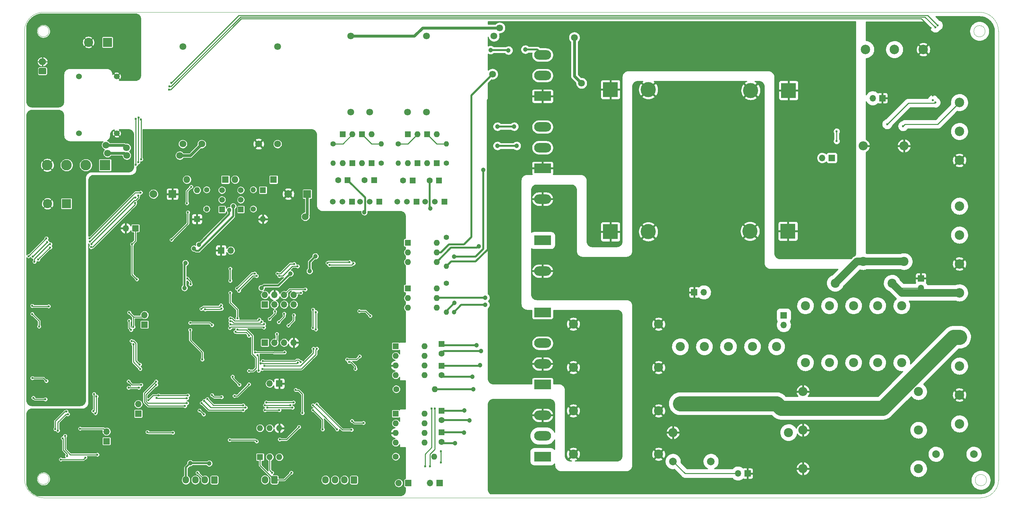
<source format=gbr>
%TF.GenerationSoftware,KiCad,Pcbnew,5.99.0-unknown-1f9723c~101~ubuntu18.04.1*%
%TF.CreationDate,2020-06-24T04:42:16+03:00*%
%TF.ProjectId,WaveUltrasonics,57617665-556c-4747-9261-736f6e696373,rev?*%
%TF.SameCoordinates,Original*%
%TF.FileFunction,Copper,L2,Bot*%
%TF.FilePolarity,Positive*%
%FSLAX46Y46*%
G04 Gerber Fmt 4.6, Leading zero omitted, Abs format (unit mm)*
G04 Created by KiCad (PCBNEW 5.99.0-unknown-1f9723c~101~ubuntu18.04.1) date 2020-06-24 04:42:16*
%MOMM*%
%LPD*%
G01*
G04 APERTURE LIST*
%TA.AperFunction,Profile*%
%ADD10C,0.050000*%
%TD*%
%TA.AperFunction,ComponentPad*%
%ADD11O,1.700000X1.700000*%
%TD*%
%TA.AperFunction,ComponentPad*%
%ADD12R,1.700000X1.700000*%
%TD*%
%TA.AperFunction,ComponentPad*%
%ADD13C,2.500000*%
%TD*%
%TA.AperFunction,ComponentPad*%
%ADD14O,1.600000X1.600000*%
%TD*%
%TA.AperFunction,ComponentPad*%
%ADD15R,1.600000X1.600000*%
%TD*%
%TA.AperFunction,ComponentPad*%
%ADD16O,2.400000X2.400000*%
%TD*%
%TA.AperFunction,ComponentPad*%
%ADD17C,2.400000*%
%TD*%
%TA.AperFunction,ComponentPad*%
%ADD18C,1.524000*%
%TD*%
%TA.AperFunction,ComponentPad*%
%ADD19C,1.800000*%
%TD*%
%TA.AperFunction,ComponentPad*%
%ADD20O,1.400000X1.400000*%
%TD*%
%TA.AperFunction,ComponentPad*%
%ADD21C,1.400000*%
%TD*%
%TA.AperFunction,ComponentPad*%
%ADD22O,1.700000X1.950000*%
%TD*%
%TA.AperFunction,ComponentPad*%
%ADD23O,1.700000X2.000000*%
%TD*%
%TA.AperFunction,ComponentPad*%
%ADD24O,2.000000X1.700000*%
%TD*%
%TA.AperFunction,ComponentPad*%
%ADD25R,2.400000X2.400000*%
%TD*%
%TA.AperFunction,ComponentPad*%
%ADD26C,2.000000*%
%TD*%
%TA.AperFunction,ComponentPad*%
%ADD27C,4.000000*%
%TD*%
%TA.AperFunction,ComponentPad*%
%ADD28R,4.000000X4.000000*%
%TD*%
%TA.AperFunction,ComponentPad*%
%ADD29R,1.500000X1.500000*%
%TD*%
%TA.AperFunction,ComponentPad*%
%ADD30C,1.500000*%
%TD*%
%TA.AperFunction,ComponentPad*%
%ADD31C,1.600000*%
%TD*%
%TA.AperFunction,ComponentPad*%
%ADD32O,4.500000X2.500000*%
%TD*%
%TA.AperFunction,ComponentPad*%
%ADD33R,4.500000X2.500000*%
%TD*%
%TA.AperFunction,ComponentPad*%
%ADD34R,2.800000X2.800000*%
%TD*%
%TA.AperFunction,ComponentPad*%
%ADD35C,2.800000*%
%TD*%
%TA.AperFunction,ComponentPad*%
%ADD36O,1.800000X1.800000*%
%TD*%
%TA.AperFunction,ComponentPad*%
%ADD37R,1.800000X1.800000*%
%TD*%
%TA.AperFunction,ComponentPad*%
%ADD38R,2.000000X2.000000*%
%TD*%
%TA.AperFunction,ViaPad*%
%ADD39C,0.600000*%
%TD*%
%TA.AperFunction,ViaPad*%
%ADD40C,1.200000*%
%TD*%
%TA.AperFunction,ViaPad*%
%ADD41C,1.800000*%
%TD*%
%TA.AperFunction,ViaPad*%
%ADD42C,3.000000*%
%TD*%
%TA.AperFunction,Conductor*%
%ADD43C,0.250000*%
%TD*%
%TA.AperFunction,Conductor*%
%ADD44C,0.500000*%
%TD*%
%TA.AperFunction,Conductor*%
%ADD45C,0.750000*%
%TD*%
%TA.AperFunction,Conductor*%
%ADD46C,2.000000*%
%TD*%
%TA.AperFunction,Conductor*%
%ADD47C,4.000000*%
%TD*%
%TA.AperFunction,Conductor*%
%ADD48C,0.254000*%
%TD*%
G04 APERTURE END LIST*
D10*
X66500000Y-63000000D02*
G75*
G02*
X71500000Y-58000000I5000000J0D01*
G01*
X73000000Y-63000000D02*
G75*
G03*
X73000000Y-63000000I-1500000J0D01*
G01*
X73000000Y-181000000D02*
G75*
G03*
X73000000Y-181000000I-1500000J0D01*
G01*
X71500000Y-186000000D02*
G75*
G02*
X66500000Y-181000000I0J5000000D01*
G01*
X319984000Y-63008000D02*
G75*
G03*
X319984000Y-63008000I-1500000J0D01*
G01*
X320348000Y-181348000D02*
G75*
G03*
X320348000Y-181348000I-1500000J0D01*
G01*
X323500000Y-181348000D02*
G75*
G02*
X318848000Y-186000000I-4652000J0D01*
G01*
X318500000Y-58000000D02*
G75*
G02*
X323500000Y-63000000I0J-5000000D01*
G01*
X66500000Y-181000000D02*
X66500000Y-63000000D01*
X318848000Y-186000000D02*
X71500000Y-186000000D01*
X323500000Y-63000000D02*
X323500000Y-181348000D01*
X71500000Y-58000000D02*
X318500000Y-58000000D01*
D11*
%TO.P,TP9,2,2*%
%TO.N,/ISENS+*%
X96520000Y-161290000D03*
D12*
%TO.P,TP9,1,1*%
%TO.N,/ISENS-*%
X96520000Y-163830000D03*
%TD*%
D11*
%TO.P,TP8,2,2*%
%TO.N,/VSENS+*%
X98171000Y-137795000D03*
D12*
%TO.P,TP8,1,1*%
%TO.N,/VSENS-*%
X98171000Y-140335000D03*
%TD*%
D11*
%TO.P,J2,8,Pin_8*%
%TO.N,/Mcu/MISC1*%
X137541000Y-132524500D03*
%TO.P,J2,7,Pin_7*%
%TO.N,/Mcu/MISC0*%
X137541000Y-135064500D03*
%TO.P,J2,6,Pin_6*%
%TO.N,/Mcu/MISC2*%
X135001000Y-132524500D03*
%TO.P,J2,5,Pin_5*%
%TO.N,/Mcu/HMI_SELF_TX*%
X135001000Y-135064500D03*
%TO.P,J2,4,Pin_4*%
%TO.N,GND*%
X132461000Y-132524500D03*
%TO.P,J2,3,Pin_3*%
%TO.N,/Mcu/HMI_SELF_RX*%
X132461000Y-135064500D03*
%TO.P,J2,2,Pin_2*%
%TO.N,VDD*%
X129921000Y-132524500D03*
D12*
%TO.P,J2,1,Pin_1*%
%TO.N,+5V*%
X129921000Y-135064500D03*
%TD*%
D13*
%TO.P,J1,3,Pin_3*%
%TO.N,-VDC*%
X303657000Y-67818000D03*
%TO.P,J1,2,Pin_2*%
%TO.N,NEUT*%
X296037000Y-67818000D03*
%TO.P,J1,1,Pin_1*%
%TO.N,LINE*%
X288417000Y-67818000D03*
%TD*%
D14*
%TO.P,U9,8,VCC*%
%TO.N,/GATE2_V+*%
X172085000Y-163830000D03*
%TO.P,U9,4,NC*%
%TO.N,N/C*%
X164465000Y-171450000D03*
%TO.P,U9,7,VO*%
%TO.N,Net-(R15-Pad1)*%
X172085000Y-166370000D03*
%TO.P,U9,3,C*%
%TO.N,GND*%
X164465000Y-168910000D03*
%TO.P,U9,6,VO*%
%TO.N,Net-(R15-Pad1)*%
X172085000Y-168910000D03*
%TO.P,U9,2,A*%
%TO.N,Net-(Q23-Pad3)*%
X164465000Y-166370000D03*
%TO.P,U9,5,VEE*%
%TO.N,/GATE2_V-*%
X172085000Y-171450000D03*
D15*
%TO.P,U9,1,NC*%
%TO.N,N/C*%
X164465000Y-163830000D03*
%TD*%
D11*
%TO.P,TP13,2,2*%
%TO.N,GND*%
X93218000Y-114935000D03*
D12*
%TO.P,TP13,1,1*%
%TO.N,/PHASE+*%
X95758000Y-114935000D03*
%TD*%
D16*
%TO.P,R76,2*%
%TO.N,-VDC*%
X271907000Y-178308000D03*
D17*
%TO.P,R76,1*%
%TO.N,Net-(C73-Pad2)*%
X302387000Y-178308000D03*
%TD*%
%TO.P,C37,2*%
%TO.N,+VDC*%
X211307000Y-174498000D03*
%TO.P,C37,1*%
%TO.N,-VDC*%
X233807000Y-174498000D03*
%TD*%
D18*
%TO.P,L1,1,1*%
%TO.N,Vdrive*%
X80852000Y-89923000D03*
%TO.P,L1,4,4*%
%TO.N,GND1*%
X90852000Y-89923000D03*
%TO.P,L1,3,3*%
%TO.N,GND2*%
X90852000Y-74923000D03*
%TO.P,L1,2,2*%
%TO.N,VEE*%
X80852000Y-74923000D03*
%TD*%
D19*
%TO.P,T2,6,SD*%
%TO.N,Net-(D7-Pad3)*%
X108277000Y-92733000D03*
%TO.P,T2,5,SC*%
%TO.N,Net-(D7-Pad2)*%
X113277000Y-92733000D03*
%TO.P,T2,4,SB*%
%TO.N,GND*%
X128277000Y-92733000D03*
%TO.P,T2,3,SA*%
%TO.N,/PHASE+*%
X133277000Y-92733000D03*
%TO.P,T2,2,AB*%
%TO.N,NEUT*%
X133277000Y-67033000D03*
%TO.P,T2,1,AA*%
%TO.N,LINE*%
X108277000Y-67033000D03*
%TD*%
D14*
%TO.P,U15,6*%
%TO.N,Net-(R27-Pad2)*%
X128651000Y-167640000D03*
%TO.P,U15,3,NC*%
%TO.N,N/C*%
X133731000Y-175260000D03*
%TO.P,U15,5*%
%TO.N,/TRIGOUT*%
X131191000Y-167640000D03*
%TO.P,U15,2*%
%TO.N,Net-(D29-Pad2)*%
X131191000Y-175260000D03*
%TO.P,U15,4*%
%TO.N,GND*%
X133731000Y-167640000D03*
D15*
%TO.P,U15,1*%
%TO.N,Net-(D29-Pad1)*%
X128651000Y-175260000D03*
%TD*%
D11*
%TO.P,TP14,2,2*%
%TO.N,/ZERO_CROSSING*%
X120904000Y-120777000D03*
D12*
%TO.P,TP14,1,1*%
%TO.N,GND*%
X118364000Y-120777000D03*
%TD*%
D16*
%TO.P,R77,2*%
%TO.N,-VDC*%
X271907000Y-168148000D03*
D17*
%TO.P,R77,1*%
%TO.N,Net-(C73-Pad2)*%
X302387000Y-168148000D03*
%TD*%
D16*
%TO.P,R75,2*%
%TO.N,-VDC*%
X271907000Y-157988000D03*
D17*
%TO.P,R75,1*%
%TO.N,Net-(C73-Pad2)*%
X302387000Y-157988000D03*
%TD*%
D16*
%TO.P,R74,2*%
%TO.N,-VDC*%
X298577000Y-93218000D03*
D17*
%TO.P,R74,1*%
%TO.N,Net-(C25-Pad2)*%
X298577000Y-123698000D03*
%TD*%
D16*
%TO.P,R73,2*%
%TO.N,-VDC*%
X287782000Y-93218000D03*
D17*
%TO.P,R73,1*%
%TO.N,Net-(C25-Pad2)*%
X287782000Y-123698000D03*
%TD*%
D20*
%TO.P,R2,2*%
%TO.N,+VDC*%
X177800000Y-137033000D03*
D21*
%TO.P,R2,1*%
%TO.N,Net-(R2-Pad1)*%
X177800000Y-129413000D03*
%TD*%
D20*
%TO.P,R1,2*%
%TO.N,+VDC*%
X177800000Y-124968000D03*
D21*
%TO.P,R1,1*%
%TO.N,Net-(R1-Pad1)*%
X177800000Y-117348000D03*
%TD*%
D13*
%TO.P,J10,4,Pin_4*%
%TO.N,Net-(C25-Pad1)*%
X313182000Y-131953000D03*
%TO.P,J10,3,Pin_3*%
%TO.N,-VDC*%
X313182000Y-124333000D03*
%TO.P,J10,2,Pin_2*%
%TO.N,Net-(C27-Pad1)*%
X313182000Y-116713000D03*
%TO.P,J10,1,Pin_1*%
%TO.N,Net-(C27-Pad2)*%
X313182000Y-109093000D03*
%TD*%
%TO.P,J9,4,Pin_4*%
%TO.N,Net-(C25-Pad1)*%
X313182000Y-166497000D03*
%TO.P,J9,3,Pin_3*%
%TO.N,-VDC*%
X313182000Y-158877000D03*
%TO.P,J9,2,Pin_2*%
%TO.N,Net-(C27-Pad1)*%
X313182000Y-151257000D03*
%TO.P,J9,1,Pin_1*%
%TO.N,Net-(C29-Pad1)*%
X313182000Y-143637000D03*
%TD*%
D22*
%TO.P,J8,4,Pin_4*%
%TO.N,Net-(J8-Pad4)*%
X145916000Y-181292500D03*
%TO.P,J8,3,Pin_3*%
%TO.N,Net-(J8-Pad3)*%
X148416000Y-181292500D03*
%TO.P,J8,2,Pin_2*%
%TO.N,Net-(J8-Pad2)*%
X150916000Y-181292500D03*
%TO.P,J8,1,Pin_1*%
%TO.N,Net-(J8-Pad1)*%
%TA.AperFunction,ComponentPad*%
G36*
G01*
X154266000Y-180567500D02*
X154266000Y-182017500D01*
G75*
G02*
X154016000Y-182267500I-250000J0D01*
G01*
X152816000Y-182267500D01*
G75*
G02*
X152566000Y-182017500I0J250000D01*
G01*
X152566000Y-180567500D01*
G75*
G02*
X152816000Y-180317500I250000J0D01*
G01*
X154016000Y-180317500D01*
G75*
G02*
X154266000Y-180567500I0J-250000D01*
G01*
G37*
%TD.AperFunction*%
%TD*%
D23*
%TO.P,J7,2,Pin_2*%
%TO.N,Net-(D29-Pad2)*%
X129961000Y-181262500D03*
%TO.P,J7,1,Pin_1*%
%TO.N,Net-(D29-Pad1)*%
%TA.AperFunction,ComponentPad*%
G36*
G01*
X133311000Y-180512500D02*
X133311000Y-182012500D01*
G75*
G02*
X133061000Y-182262500I-250000J0D01*
G01*
X131861000Y-182262500D01*
G75*
G02*
X131611000Y-182012500I0J250000D01*
G01*
X131611000Y-180512500D01*
G75*
G02*
X131861000Y-180262500I250000J0D01*
G01*
X133061000Y-180262500D01*
G75*
G02*
X133311000Y-180512500I0J-250000D01*
G01*
G37*
%TD.AperFunction*%
%TD*%
D22*
%TO.P,J6,4,Pin_4*%
%TO.N,Net-(C66-Pad1)*%
X109086000Y-181292500D03*
%TO.P,J6,3,Pin_3*%
%TO.N,Net-(J6-Pad3)*%
X111586000Y-181292500D03*
%TO.P,J6,2,Pin_2*%
%TO.N,Net-(J6-Pad2)*%
X114086000Y-181292500D03*
%TO.P,J6,1,Pin_1*%
%TO.N,Net-(C66-Pad2)*%
%TA.AperFunction,ComponentPad*%
G36*
G01*
X117436000Y-180567500D02*
X117436000Y-182017500D01*
G75*
G02*
X117186000Y-182267500I-250000J0D01*
G01*
X115986000Y-182267500D01*
G75*
G02*
X115736000Y-182017500I0J250000D01*
G01*
X115736000Y-180567500D01*
G75*
G02*
X115986000Y-180317500I250000J0D01*
G01*
X117186000Y-180317500D01*
G75*
G02*
X117436000Y-180567500I0J-250000D01*
G01*
G37*
%TD.AperFunction*%
%TD*%
D24*
%TO.P,J4,2,Pin_2*%
%TO.N,GND2*%
X71247000Y-71017543D03*
%TO.P,J4,1,Pin_1*%
%TO.N,Vdrive*%
%TA.AperFunction,ComponentPad*%
G36*
G01*
X71997000Y-74367543D02*
X70497000Y-74367543D01*
G75*
G02*
X70247000Y-74117543I0J250000D01*
G01*
X70247000Y-72917543D01*
G75*
G02*
X70497000Y-72667543I250000J0D01*
G01*
X71997000Y-72667543D01*
G75*
G02*
X72247000Y-72917543I0J-250000D01*
G01*
X72247000Y-74117543D01*
G75*
G02*
X71997000Y-74367543I-250000J0D01*
G01*
G37*
%TD.AperFunction*%
%TD*%
D17*
%TO.P,C76,2*%
%TO.N,GND2*%
X83392000Y-65913000D03*
D25*
%TO.P,C76,1*%
%TO.N,Vdrive*%
X88392000Y-65913000D03*
%TD*%
D26*
%TO.P,C73,2*%
%TO.N,Net-(C73-Pad2)*%
X306992000Y-174498000D03*
%TO.P,C73,1*%
%TO.N,Net-(C25-Pad1)*%
X316992000Y-174498000D03*
%TD*%
D17*
%TO.P,C72,2*%
%TO.N,/GATE1_GND*%
X239522000Y-146163000D03*
%TO.P,C72,1*%
%TO.N,Net-(C29-Pad1)*%
X239522000Y-161163000D03*
%TD*%
D27*
%TO.P,C69,2*%
%TO.N,-VDC*%
X257937000Y-115726000D03*
D28*
%TO.P,C69,1*%
%TO.N,+VDC*%
X267937000Y-115726000D03*
%TD*%
D17*
%TO.P,C35,2*%
%TO.N,/GATE1_GND*%
X264922000Y-146163000D03*
%TO.P,C35,1*%
%TO.N,Net-(C29-Pad1)*%
X264922000Y-161163000D03*
%TD*%
%TO.P,C33,2*%
%TO.N,/GATE1_GND*%
X258572000Y-146163000D03*
%TO.P,C33,1*%
%TO.N,Net-(C29-Pad1)*%
X258572000Y-161163000D03*
%TD*%
%TO.P,C31,2*%
%TO.N,/GATE1_GND*%
X252222000Y-146163000D03*
%TO.P,C31,1*%
%TO.N,Net-(C29-Pad1)*%
X252222000Y-161163000D03*
%TD*%
%TO.P,C29,2*%
%TO.N,/GATE1_GND*%
X245872000Y-146163000D03*
%TO.P,C29,1*%
%TO.N,Net-(C29-Pad1)*%
X245872000Y-161163000D03*
%TD*%
D11*
%TO.P,J5,4,Pin_4*%
%TO.N,GND*%
X137541000Y-145097500D03*
%TO.P,J5,3,Pin_3*%
%TO.N,/Mcu/SWDIO*%
X135001000Y-145097500D03*
%TO.P,J5,2,Pin_2*%
%TO.N,/Mcu/SWCLK*%
X132461000Y-145097500D03*
D12*
%TO.P,J5,1,Pin_1*%
%TO.N,/Mcu/NRST*%
X129921000Y-145097500D03*
%TD*%
D14*
%TO.P,U8,8,VCC*%
%TO.N,/GATE1_V+*%
X172085000Y-146050000D03*
%TO.P,U8,4,NC*%
%TO.N,N/C*%
X164465000Y-153670000D03*
%TO.P,U8,7,VO*%
%TO.N,Net-(R14-Pad1)*%
X172085000Y-148590000D03*
%TO.P,U8,3,C*%
%TO.N,GND*%
X164465000Y-151130000D03*
%TO.P,U8,6,VO*%
%TO.N,Net-(R14-Pad1)*%
X172085000Y-151130000D03*
%TO.P,U8,2,A*%
%TO.N,Net-(Q24-Pad3)*%
X164465000Y-148590000D03*
%TO.P,U8,5,VEE*%
%TO.N,/GATE1_V-*%
X172085000Y-153670000D03*
D15*
%TO.P,U8,1,NC*%
%TO.N,N/C*%
X164465000Y-146050000D03*
%TD*%
D29*
%TO.P,Q10,1,C*%
%TO.N,Net-(C54-Pad2)*%
X152908000Y-107910000D03*
D30*
%TO.P,Q10,3,E*%
%TO.N,/GATE2_V-*%
X147828000Y-107910000D03*
%TO.P,Q10,2,B*%
%TO.N,Net-(D21-Pad2)*%
X150368000Y-107910000D03*
%TD*%
D29*
%TO.P,Q9,1,C*%
%TO.N,Net-(C53-Pad1)*%
X160147000Y-107910000D03*
D30*
%TO.P,Q9,3,E*%
%TO.N,/GATE2_V+*%
X155067000Y-107910000D03*
%TO.P,Q9,2,B*%
%TO.N,Net-(D20-Pad1)*%
X157607000Y-107910000D03*
%TD*%
D29*
%TO.P,Q8,1,C*%
%TO.N,Net-(C52-Pad2)*%
X169926000Y-107950000D03*
D30*
%TO.P,Q8,3,E*%
%TO.N,/GATE1_V-*%
X164846000Y-107950000D03*
%TO.P,Q8,2,B*%
%TO.N,Net-(D19-Pad2)*%
X167386000Y-107950000D03*
%TD*%
D29*
%TO.P,Q7,1,C*%
%TO.N,Net-(C51-Pad1)*%
X177292000Y-107950000D03*
D30*
%TO.P,Q7,3,E*%
%TO.N,/GATE1_V+*%
X172212000Y-107950000D03*
%TO.P,Q7,2,B*%
%TO.N,Net-(D18-Pad1)*%
X174752000Y-107950000D03*
%TD*%
D29*
%TO.P,Q6,1,C*%
%TO.N,Net-(C46-Pad2)*%
X118618000Y-109982000D03*
D30*
%TO.P,Q6,3,E*%
%TO.N,-15V*%
X118618000Y-104902000D03*
%TO.P,Q6,2,B*%
%TO.N,Net-(D9-Pad2)*%
X118618000Y-107442000D03*
%TD*%
D29*
%TO.P,Q5,1,C*%
%TO.N,VCC*%
X123571000Y-109982000D03*
D30*
%TO.P,Q5,3,E*%
%TO.N,+15V*%
X123571000Y-104902000D03*
%TO.P,Q5,2,B*%
%TO.N,Net-(D8-Pad1)*%
X123571000Y-107442000D03*
%TD*%
D11*
%TO.P,TP12,2,2*%
%TO.N,/OVERCURRENT*%
X131191000Y-155892500D03*
D12*
%TO.P,TP12,1,1*%
%TO.N,GND*%
X133731000Y-155892500D03*
%TD*%
D17*
%TO.P,C21,2*%
%TO.N,+VDC*%
X211307000Y-151638000D03*
%TO.P,C21,1*%
%TO.N,-VDC*%
X233807000Y-151638000D03*
%TD*%
D27*
%TO.P,C3,2*%
%TO.N,-VDC*%
X231107000Y-78388000D03*
D28*
%TO.P,C3,1*%
%TO.N,+VDC*%
X221107000Y-78388000D03*
%TD*%
%TO.P,C2,1*%
%TO.N,+VDC*%
X268097000Y-78613000D03*
D27*
%TO.P,C2,2*%
%TO.N,-VDC*%
X258097000Y-78613000D03*
%TD*%
%TO.P,C1,2*%
%TO.N,-VDC*%
X231107000Y-115853000D03*
D28*
%TO.P,C1,1*%
%TO.N,+VDC*%
X221107000Y-115853000D03*
%TD*%
D11*
%TO.P,TP11,2,2*%
%TO.N,Net-(C25-Pad1)*%
X303022000Y-130683000D03*
D12*
%TO.P,TP11,1,1*%
%TO.N,-VDC*%
X303022000Y-128143000D03*
%TD*%
D11*
%TO.P,TP7,2,2*%
%TO.N,/GATE1_GND*%
X254762000Y-179578000D03*
D12*
%TO.P,TP7,1,1*%
%TO.N,-VDC*%
X257302000Y-179578000D03*
%TD*%
D11*
%TO.P,TP6,2,2*%
%TO.N,Net-(C27-Pad1)*%
X266827000Y-140455000D03*
D12*
%TO.P,TP6,1,1*%
%TO.N,Net-(C27-Pad2)*%
X266827000Y-137915000D03*
%TD*%
D11*
%TO.P,TP5,2,2*%
%TO.N,Net-(Q2-Pad1)*%
X165227000Y-182118000D03*
D12*
%TO.P,TP5,1,1*%
%TO.N,-VDC*%
X167767000Y-182118000D03*
%TD*%
D11*
%TO.P,TP4,2,2*%
%TO.N,Net-(Q1-Pad1)*%
X173482000Y-182118000D03*
D12*
%TO.P,TP4,1,1*%
%TO.N,/GATE1_GND*%
X176022000Y-182118000D03*
%TD*%
D11*
%TO.P,TP3,2,2*%
%TO.N,/RSHUNT*%
X290322000Y-80645000D03*
D12*
%TO.P,TP3,1,1*%
%TO.N,-VDC*%
X292862000Y-80645000D03*
%TD*%
D11*
%TO.P,TP2,2,2*%
%TO.N,/VDIV*%
X276987000Y-96393000D03*
D12*
%TO.P,TP2,1,1*%
%TO.N,-VDC*%
X279527000Y-96393000D03*
%TD*%
D11*
%TO.P,TP1,2,2*%
%TO.N,+VDC*%
X245745000Y-131826000D03*
D12*
%TO.P,TP1,1,1*%
%TO.N,-VDC*%
X243205000Y-131826000D03*
%TD*%
D16*
%TO.P,R19,2*%
%TO.N,-VDC*%
X237617000Y-168783000D03*
D17*
%TO.P,R19,1*%
%TO.N,Net-(C23-Pad2)*%
X268097000Y-168783000D03*
%TD*%
D11*
%TO.P,JP1,2,2*%
%TO.N,Net-(JP1-Pad2)*%
X88138000Y-168529000D03*
D12*
%TO.P,JP1,1,1*%
%TO.N,Net-(JP1-Pad1)*%
X88138000Y-171069000D03*
%TD*%
D17*
%TO.P,C34,2*%
%TO.N,Net-(C27-Pad2)*%
X291592000Y-135368000D03*
%TO.P,C34,1*%
%TO.N,Net-(C27-Pad1)*%
X291592000Y-150368000D03*
%TD*%
%TO.P,C32,2*%
%TO.N,Net-(C27-Pad2)*%
X278892000Y-135368000D03*
%TO.P,C32,1*%
%TO.N,Net-(C27-Pad1)*%
X278892000Y-150368000D03*
%TD*%
%TO.P,C30,2*%
%TO.N,Net-(C27-Pad2)*%
X297942000Y-135368000D03*
%TO.P,C30,1*%
%TO.N,Net-(C27-Pad1)*%
X297942000Y-150368000D03*
%TD*%
%TO.P,C28,2*%
%TO.N,Net-(C27-Pad2)*%
X285242000Y-135368000D03*
%TO.P,C28,1*%
%TO.N,Net-(C27-Pad1)*%
X285242000Y-150368000D03*
%TD*%
%TO.P,C27,2*%
%TO.N,Net-(C27-Pad2)*%
X272542000Y-135368000D03*
%TO.P,C27,1*%
%TO.N,Net-(C27-Pad1)*%
X272542000Y-150368000D03*
%TD*%
%TO.P,C25,2*%
%TO.N,Net-(C25-Pad2)*%
X280402000Y-129413000D03*
%TO.P,C25,1*%
%TO.N,Net-(C25-Pad1)*%
X295402000Y-129413000D03*
%TD*%
D26*
%TO.P,C23,2*%
%TO.N,Net-(C23-Pad2)*%
X247617000Y-176403000D03*
%TO.P,C23,1*%
%TO.N,/GATE1_GND*%
X237617000Y-176403000D03*
%TD*%
D14*
%TO.P,U2,6,DGAT*%
%TO.N,Net-(R2-Pad1)*%
X175260000Y-130810000D03*
%TO.P,U2,3,NC*%
%TO.N,N/C*%
X167640000Y-135890000D03*
%TO.P,U2,5,DAN*%
%TO.N,NEUT*%
X175260000Y-133350000D03*
%TO.P,U2,2,ECAT*%
%TO.N,Net-(Q22-Pad3)*%
X167640000Y-133350000D03*
%TO.P,U2,4,DCAT*%
%TO.N,Net-(D3-Pad3)*%
X175260000Y-135890000D03*
D15*
%TO.P,U2,1,EAN*%
%TO.N,Net-(R4-Pad1)*%
X167640000Y-130810000D03*
%TD*%
D14*
%TO.P,U1,6,DGAT*%
%TO.N,Net-(R1-Pad1)*%
X175260000Y-118745000D03*
%TO.P,U1,3,NC*%
%TO.N,N/C*%
X167640000Y-123825000D03*
%TO.P,U1,5,DAN*%
%TO.N,LINE*%
X175260000Y-121285000D03*
%TO.P,U1,2,ECAT*%
%TO.N,Net-(Q21-Pad3)*%
X167640000Y-121285000D03*
%TO.P,U1,4,DCAT*%
%TO.N,Net-(D1-Pad3)*%
X175260000Y-123825000D03*
D15*
%TO.P,U1,1,EAN*%
%TO.N,Net-(R3-Pad1)*%
X167640000Y-118745000D03*
%TD*%
D19*
%TO.P,T3,6,SD*%
%TO.N,Net-(D12-Pad2)*%
X152560000Y-84295000D03*
%TO.P,T3,5,SC*%
%TO.N,-VDC*%
X157560000Y-84295000D03*
%TO.P,T3,4,SB*%
%TO.N,/GATE1_GND*%
X167560000Y-84295000D03*
%TO.P,T3,3,SA*%
%TO.N,Net-(D10-Pad2)*%
X172560000Y-84295000D03*
%TO.P,T3,2,AB*%
%TO.N,LINE*%
X172560000Y-64295000D03*
%TO.P,T3,1,AA*%
%TO.N,NEUT*%
X152560000Y-64295000D03*
%TD*%
D20*
%TO.P,R42,2*%
%TO.N,Net-(C54-Pad2)*%
X147955000Y-97750000D03*
D21*
%TO.P,R42,1*%
%TO.N,Net-(D21-Pad2)*%
X147955000Y-92670000D03*
%TD*%
D20*
%TO.P,R41,2*%
%TO.N,Net-(D20-Pad1)*%
X160655000Y-92710000D03*
D21*
%TO.P,R41,1*%
%TO.N,Net-(C53-Pad1)*%
X160655000Y-97790000D03*
%TD*%
D20*
%TO.P,R40,2*%
%TO.N,Net-(C52-Pad2)*%
X165100000Y-97790000D03*
D21*
%TO.P,R40,1*%
%TO.N,Net-(D19-Pad2)*%
X165100000Y-92710000D03*
%TD*%
D20*
%TO.P,R39,2*%
%TO.N,Net-(D18-Pad1)*%
X177800000Y-92710000D03*
D21*
%TO.P,R39,1*%
%TO.N,Net-(C51-Pad1)*%
X177800000Y-97790000D03*
%TD*%
D20*
%TO.P,R38,2*%
%TO.N,Net-(C46-Pad2)*%
X114554000Y-109855000D03*
D21*
%TO.P,R38,1*%
%TO.N,Net-(D9-Pad2)*%
X114554000Y-104775000D03*
%TD*%
D20*
%TO.P,R37,2*%
%TO.N,Net-(D8-Pad1)*%
X126873000Y-104775000D03*
D21*
%TO.P,R37,1*%
%TO.N,VCC*%
X126873000Y-109855000D03*
%TD*%
D14*
%TO.P,R15,2*%
%TO.N,Net-(Q2-Pad1)*%
X174625000Y-175133000D03*
D31*
%TO.P,R15,1*%
%TO.N,Net-(R15-Pad1)*%
X164465000Y-175133000D03*
%TD*%
D14*
%TO.P,R14,2*%
%TO.N,Net-(Q1-Pad1)*%
X174752000Y-157353000D03*
D31*
%TO.P,R14,1*%
%TO.N,Net-(R14-Pad1)*%
X164592000Y-157353000D03*
%TD*%
D32*
%TO.P,Q2,3,E*%
%TO.N,-VDC*%
X203200000Y-164233000D03*
%TO.P,Q2,2,C*%
%TO.N,/GATE1_GND*%
X203200000Y-169683000D03*
D33*
%TO.P,Q2,1,G*%
%TO.N,Net-(Q2-Pad1)*%
X203200000Y-175133000D03*
%TD*%
D32*
%TO.P,Q1,3,E*%
%TO.N,/GATE1_GND*%
X203200000Y-145233000D03*
%TO.P,Q1,2,C*%
%TO.N,+VDC*%
X203200000Y-150683000D03*
D33*
%TO.P,Q1,1,G*%
%TO.N,Net-(Q1-Pad1)*%
X203200000Y-156133000D03*
%TD*%
D13*
%TO.P,J3,3,Pin_3*%
%TO.N,-VDC*%
X313182000Y-97028000D03*
%TO.P,J3,2,Pin_2*%
%TO.N,/RSHUNT*%
X313182000Y-89408000D03*
%TO.P,J3,1,Pin_1*%
%TO.N,Net-(C25-Pad1)*%
X313182000Y-81788000D03*
%TD*%
D14*
%TO.P,D21,2,A*%
%TO.N,Net-(D21-Pad2)*%
X153035000Y-90170000D03*
D15*
%TO.P,D21,1,K*%
%TO.N,-VDC*%
X153035000Y-97790000D03*
%TD*%
D14*
%TO.P,D20,2,A*%
%TO.N,-VDC*%
X155575000Y-97790000D03*
D15*
%TO.P,D20,1,K*%
%TO.N,Net-(D20-Pad1)*%
X155575000Y-90170000D03*
%TD*%
D14*
%TO.P,D19,2,A*%
%TO.N,Net-(D19-Pad2)*%
X170180000Y-90170000D03*
D15*
%TO.P,D19,1,K*%
%TO.N,/GATE1_GND*%
X170180000Y-97790000D03*
%TD*%
D14*
%TO.P,D18,2,A*%
%TO.N,/GATE1_GND*%
X172720000Y-97790000D03*
D15*
%TO.P,D18,1,K*%
%TO.N,Net-(D18-Pad1)*%
X172720000Y-90170000D03*
%TD*%
D14*
%TO.P,D13,2,A*%
%TO.N,Net-(C54-Pad2)*%
X150495000Y-97750000D03*
D15*
%TO.P,D13,1,K*%
%TO.N,Net-(D12-Pad2)*%
X150495000Y-90130000D03*
%TD*%
D14*
%TO.P,D12,2,A*%
%TO.N,Net-(D12-Pad2)*%
X158115000Y-90130000D03*
D15*
%TO.P,D12,1,K*%
%TO.N,Net-(C53-Pad1)*%
X158115000Y-97750000D03*
%TD*%
D14*
%TO.P,D11,2,A*%
%TO.N,Net-(C52-Pad2)*%
X167640000Y-97790000D03*
D15*
%TO.P,D11,1,K*%
%TO.N,Net-(D10-Pad2)*%
X167640000Y-90170000D03*
%TD*%
D14*
%TO.P,D10,2,A*%
%TO.N,Net-(D10-Pad2)*%
X175260000Y-90170000D03*
D15*
%TO.P,D10,1,K*%
%TO.N,Net-(C51-Pad1)*%
X175260000Y-97790000D03*
%TD*%
D14*
%TO.P,D9,2,A*%
%TO.N,Net-(D9-Pad2)*%
X112014000Y-104902000D03*
D15*
%TO.P,D9,1,K*%
%TO.N,GND*%
X112014000Y-112522000D03*
%TD*%
D14*
%TO.P,D8,2,A*%
%TO.N,GND*%
X129413000Y-112522000D03*
D15*
%TO.P,D8,1,K*%
%TO.N,Net-(D8-Pad1)*%
X129413000Y-104902000D03*
%TD*%
D34*
%TO.P,D7,1,+*%
%TO.N,VEE*%
X87757000Y-98298000D03*
D35*
%TO.P,D7,2,~~*%
%TO.N,Net-(D7-Pad2)*%
X82677000Y-98298000D03*
%TO.P,D7,3,~~*%
%TO.N,Net-(D7-Pad3)*%
X77597000Y-98298000D03*
%TO.P,D7,4,-*%
%TO.N,GND1*%
X72517000Y-98298000D03*
%TD*%
D36*
%TO.P,D6,2,A*%
%TO.N,Net-(C46-Pad2)*%
X109347000Y-102108000D03*
D37*
%TO.P,D6,1,K*%
%TO.N,/PHASE+*%
X119507000Y-102108000D03*
%TD*%
D36*
%TO.P,D5,2,A*%
%TO.N,/PHASE+*%
X122047000Y-102108000D03*
D37*
%TO.P,D5,1,K*%
%TO.N,VCC*%
X132207000Y-102108000D03*
%TD*%
D32*
%TO.P,D4,2,A*%
%TO.N,-VDC*%
X203200000Y-126233000D03*
D33*
%TO.P,D4,1,K*%
%TO.N,NEUT*%
X203200000Y-137133000D03*
%TD*%
D32*
%TO.P,D3,3,G*%
%TO.N,Net-(D3-Pad3)*%
X203200000Y-88233000D03*
%TO.P,D3,2,A*%
%TO.N,NEUT*%
X203200000Y-93683000D03*
D33*
%TO.P,D3,1,K*%
%TO.N,+VDC*%
X203200000Y-99133000D03*
%TD*%
D32*
%TO.P,D2,2,A*%
%TO.N,-VDC*%
X203200000Y-107233000D03*
D33*
%TO.P,D2,1,K*%
%TO.N,LINE*%
X203200000Y-118133000D03*
%TD*%
D32*
%TO.P,D1,3,G*%
%TO.N,Net-(D1-Pad3)*%
X203200000Y-69233000D03*
%TO.P,D1,2,A*%
%TO.N,LINE*%
X203200000Y-74683000D03*
D33*
%TO.P,D1,1,K*%
%TO.N,+VDC*%
X203200000Y-80133000D03*
%TD*%
D31*
%TO.P,C54,2*%
%TO.N,Net-(C54-Pad2)*%
X149265000Y-102235000D03*
D15*
%TO.P,C54,1*%
%TO.N,-VDC*%
X151765000Y-102235000D03*
%TD*%
D31*
%TO.P,C53,2*%
%TO.N,-VDC*%
X156250000Y-102235000D03*
D15*
%TO.P,C53,1*%
%TO.N,Net-(C53-Pad1)*%
X158750000Y-102235000D03*
%TD*%
D31*
%TO.P,C52,2*%
%TO.N,Net-(C52-Pad2)*%
X166410000Y-102362000D03*
D15*
%TO.P,C52,1*%
%TO.N,/GATE1_GND*%
X168910000Y-102362000D03*
%TD*%
D31*
%TO.P,C51,2*%
%TO.N,/GATE1_GND*%
X173395000Y-102362000D03*
D15*
%TO.P,C51,1*%
%TO.N,Net-(C51-Pad1)*%
X175895000Y-102362000D03*
%TD*%
D17*
%TO.P,C47,2*%
%TO.N,GND1*%
X72597000Y-108458000D03*
D25*
%TO.P,C47,1*%
%TO.N,VEE*%
X77597000Y-108458000D03*
%TD*%
D26*
%TO.P,C46,2*%
%TO.N,Net-(C46-Pad2)*%
X100537000Y-105918000D03*
D38*
%TO.P,C46,1*%
%TO.N,GND*%
X105537000Y-105918000D03*
%TD*%
D26*
%TO.P,C45,2*%
%TO.N,GND*%
X136097000Y-105918000D03*
D38*
%TO.P,C45,1*%
%TO.N,VCC*%
X141097000Y-105918000D03*
%TD*%
D17*
%TO.P,C36,2*%
%TO.N,+VDC*%
X211307000Y-163068000D03*
%TO.P,C36,1*%
%TO.N,-VDC*%
X233807000Y-163068000D03*
%TD*%
%TO.P,C20,2*%
%TO.N,+VDC*%
X211307000Y-140208000D03*
%TO.P,C20,1*%
%TO.N,-VDC*%
X233807000Y-140208000D03*
%TD*%
D31*
%TO.P,C19,2*%
%TO.N,/GATE2_V-*%
X176530000Y-171251250D03*
D15*
%TO.P,C19,1*%
%TO.N,-VDC*%
X176530000Y-168751250D03*
%TD*%
D31*
%TO.P,C18,2*%
%TO.N,-VDC*%
X176530000Y-165536250D03*
D15*
%TO.P,C18,1*%
%TO.N,/GATE2_V+*%
X176530000Y-163036250D03*
%TD*%
D31*
%TO.P,C17,2*%
%TO.N,/GATE1_V-*%
X176530000Y-153670000D03*
D15*
%TO.P,C17,1*%
%TO.N,/GATE1_GND*%
X176530000Y-151170000D03*
%TD*%
D31*
%TO.P,C16,2*%
%TO.N,/GATE1_GND*%
X176530000Y-147955000D03*
D15*
%TO.P,C16,1*%
%TO.N,/GATE1_V+*%
X176530000Y-145455000D03*
%TD*%
D39*
%TO.N,/VSENS+*%
X97030551Y-152016449D03*
%TO.N,/ISENS-*%
X96675651Y-156996587D03*
%TO.N,/ISENS+*%
X99184796Y-160266695D03*
X97282000Y-156210000D03*
%TO.N,/VSENS+*%
X95211202Y-140960010D03*
D40*
%TO.N,GND*%
X107188000Y-138176000D03*
%TO.N,+5V*%
X136652000Y-126873000D03*
D39*
%TO.N,/THRISTOR0_DRV*%
X133731000Y-127508000D03*
%TO.N,/THRISTOR1_DRV*%
X133223000Y-126873000D03*
%TO.N,/Mcu/MISC0*%
X136144000Y-140589000D03*
%TO.N,/Mcu/HMI_SELF_RX*%
X131169466Y-138823516D03*
%TO.N,/Mcu/HMI_SELF_TX*%
X133586499Y-139682499D03*
%TO.N,/Mcu/MISC1*%
X142748000Y-146685000D03*
%TO.N,/Mcu/MISC2*%
X143637000Y-146685000D03*
X143383000Y-141605000D03*
%TO.N,/Mcu/MISC1*%
X142621000Y-141224000D03*
%TO.N,/~HBRIDGE_LSIDE*%
X153797000Y-152019000D03*
%TO.N,/~HBRIDGE_HSIDE*%
X151638000Y-149542500D03*
%TO.N,/~HBRIDGE_LSIDE*%
X152146000Y-150177500D03*
%TO.N,/VDIV*%
X307467000Y-61468000D03*
X306832000Y-81788000D03*
%TO.N,/RSHUNT*%
X306832000Y-62006818D03*
%TO.N,-VDC*%
X305560590Y-62104410D03*
D40*
%TO.N,GND*%
X104902000Y-156845000D03*
D39*
%TO.N,/RSHUNT*%
X69145989Y-123755989D03*
D40*
%TO.N,+VDC*%
X191262000Y-99568000D03*
X187579000Y-99568000D03*
X195961000Y-99060000D03*
X179832000Y-122428000D03*
X179959000Y-134620000D03*
%TO.N,Net-(D1-Pad3)*%
X186336979Y-119726990D03*
D39*
%TO.N,/Mcu/NRST*%
X125730000Y-143256000D03*
%TO.N,/LED_BLUE*%
X123190000Y-156210000D03*
X121412000Y-154051000D03*
%TO.N,/ZERO_CROSSING*%
X121920000Y-159131000D03*
X125730000Y-156083000D03*
%TO.N,/~HBRIDGE_LSIDE*%
X129358107Y-149948303D03*
%TO.N,/~HBRIDGE_HSIDE*%
X128837021Y-150573313D03*
%TO.N,/ZERO_CROSSING*%
X125730000Y-152527000D03*
%TO.N,/Mcu/NRST*%
X110236000Y-141732000D03*
X115951000Y-140462000D03*
D40*
%TO.N,GND*%
X111506000Y-137377990D03*
D39*
%TO.N,/THRISTOR1_DRV*%
X113157000Y-136207500D03*
%TO.N,/Mcu/HMI_SELF_TX*%
X120830451Y-139466612D03*
%TO.N,/Mcu/MISC0*%
X120848185Y-140296727D03*
%TO.N,/Mcu/SWCLK*%
X120701840Y-141243084D03*
%TO.N,/Mcu/HMI_SELF_RX*%
X120806242Y-138654758D03*
%TO.N,/THRISTOR0_DRV*%
X118491000Y-136144000D03*
%TO.N,/THRISTOR1_DRV*%
X118364000Y-135255000D03*
D40*
%TO.N,GND*%
X125095000Y-137033000D03*
D39*
%TO.N,/Mcu/SWDIO*%
X127381000Y-147667490D03*
%TO.N,/Mcu/MISC1*%
X129794000Y-151203490D03*
%TO.N,/Mcu/MISC2*%
X129286000Y-152019000D03*
%TO.N,/~HBRIDGE_HSIDE*%
X138605655Y-150337186D03*
%TO.N,/~HBRIDGE_LSIDE*%
X139396159Y-150214209D03*
%TO.N,/Mcu/MISC2*%
X140589000Y-131064000D03*
X143383000Y-137033000D03*
%TO.N,/Mcu/MISC1*%
X139446000Y-131953000D03*
X142621000Y-136398000D03*
%TO.N,/ZERO_CROSSING*%
X122682000Y-138684000D03*
%TO.N,/Mcu/NRST*%
X122168092Y-142218121D03*
%TO.N,/ZERO_CROSSING*%
X122682000Y-141605000D03*
%TO.N,/Mcu/SWCLK*%
X129667000Y-141097000D03*
D40*
%TO.N,-VDC*%
X156185407Y-110708479D03*
%TO.N,GND*%
X125222000Y-130429000D03*
D39*
%TO.N,/PHASE+*%
X109601000Y-110744000D03*
X96139000Y-128397000D03*
X109347000Y-108331000D03*
X105283000Y-117983000D03*
X94869000Y-119126000D03*
X110490000Y-104013000D03*
D40*
%TO.N,-15V*%
X112522000Y-119253000D03*
X120523000Y-110109000D03*
%TO.N,+15V*%
X111215465Y-120266475D03*
%TO.N,-15V*%
X108712000Y-130683000D03*
D39*
%TO.N,Net-(D26-Pad2)*%
X109462010Y-128218624D03*
D40*
%TO.N,-15V*%
X108966000Y-124079000D03*
%TO.N,+15V*%
X121573010Y-109146797D03*
%TO.N,GND*%
X138303000Y-117602000D03*
D41*
%TO.N,VCC*%
X140589000Y-111887000D03*
D40*
%TO.N,+5V*%
X143256000Y-122301000D03*
X141732000Y-126238000D03*
D41*
%TO.N,Net-(D7-Pad2)*%
X93472000Y-95758000D03*
%TO.N,Net-(D7-Pad3)*%
X87974701Y-93029143D03*
X93429016Y-93715003D03*
%TO.N,Net-(D7-Pad2)*%
X107442000Y-95758000D03*
X88392000Y-95123000D03*
D39*
%TO.N,-VDC*%
X73276449Y-120012449D03*
X70109659Y-123179240D03*
%TO.N,/RSHUNT*%
X73276395Y-119128605D03*
%TO.N,/VDIV*%
X72517000Y-118618000D03*
X68707000Y-122428000D03*
%TO.N,-VDC*%
X67564000Y-122301000D03*
X72263000Y-117602000D03*
%TO.N,/RSHUNT*%
X96582392Y-85738681D03*
%TO.N,/VDIV*%
X95874560Y-86111498D03*
%TO.N,-VDC*%
X104644740Y-78378383D03*
%TO.N,/RSHUNT*%
X104777444Y-77589454D03*
%TO.N,-VDC*%
X97201932Y-86274957D03*
X83693000Y-117602000D03*
X84070572Y-119924175D03*
%TO.N,/VDIV*%
X83725204Y-118453695D03*
%TO.N,/RSHUNT*%
X84154756Y-119128605D03*
%TO.N,-VDC*%
X95679193Y-108277706D03*
D40*
%TO.N,GND2*%
X73787000Y-81788000D03*
D39*
%TO.N,/OVERCURRENT*%
X98933000Y-168656000D03*
%TO.N,Net-(JP1-Pad2)*%
X81153000Y-167767000D03*
%TO.N,Net-(C22-Pad1)*%
X82550000Y-175387000D03*
X76073000Y-175895000D03*
%TO.N,Net-(R9-Pad2)*%
X76590990Y-170307000D03*
D40*
%TO.N,GND*%
X75919501Y-173787364D03*
D39*
%TO.N,Net-(R17-Pad2)*%
X85725000Y-174625000D03*
X77216000Y-169672000D03*
D40*
%TO.N,GND*%
X82169000Y-165989000D03*
X95504000Y-170307000D03*
X94361000Y-175133000D03*
D39*
%TO.N,/LED_GREEN*%
X114726912Y-159970397D03*
%TO.N,/LED_RED*%
X113885431Y-160473805D03*
%TO.N,/VSENS-*%
X94107000Y-139319000D03*
X94615000Y-141732000D03*
%TO.N,/TRIGOUT*%
X113260421Y-161044455D03*
%TO.N,/VSENS-*%
X101219000Y-155321000D03*
X96901000Y-150876000D03*
X108839000Y-161798000D03*
X94742000Y-144653000D03*
%TO.N,/VSENS+*%
X109347000Y-161036000D03*
X94107000Y-137160000D03*
X95250000Y-145542000D03*
X101219000Y-156210000D03*
%TO.N,/ISENS-*%
X93980000Y-156972000D03*
X109347000Y-159766000D03*
X101346000Y-159639000D03*
%TO.N,/ISENS+*%
X101854000Y-159004000D03*
X109601000Y-159004000D03*
X93980000Y-155321000D03*
D40*
%TO.N,GND*%
X94361000Y-178435000D03*
D39*
%TO.N,Net-(R7-Pad2)*%
X84651306Y-163137306D03*
%TO.N,Net-(R9-Pad2)*%
X75311000Y-168275000D03*
%TO.N,Net-(R7-Pad2)*%
X74624995Y-167863397D03*
%TO.N,Net-(R9-Pad2)*%
X85471000Y-159258000D03*
%TO.N,Net-(R7-Pad2)*%
X84845990Y-158661798D03*
%TO.N,Net-(R9-Pad2)*%
X77978000Y-163957000D03*
X85217000Y-163703000D03*
%TO.N,Net-(R7-Pad2)*%
X77566397Y-163270995D03*
%TO.N,Net-(R9-Pad2)*%
X77724000Y-175006000D03*
D40*
%TO.N,GND*%
X89662000Y-161798000D03*
X90787983Y-150510988D03*
X89154000Y-147955000D03*
X87122000Y-162179000D03*
D39*
%TO.N,/VDIV*%
X95743263Y-106826839D03*
%TO.N,-VDC*%
X68834000Y-159639000D03*
X68520979Y-137541000D03*
X72009000Y-160020000D03*
%TO.N,/VDIV*%
X68520979Y-135382000D03*
%TO.N,/RSHUNT*%
X68580000Y-154432000D03*
X72263000Y-155194000D03*
%TO.N,-VDC*%
X70358000Y-140843000D03*
%TO.N,/VDIV*%
X72898000Y-135509000D03*
X294132000Y-87503000D03*
D40*
%TO.N,GND*%
X86399500Y-127992000D03*
X89662000Y-144018000D03*
X87122000Y-144653000D03*
X90932000Y-132588000D03*
X89027000Y-130048000D03*
%TO.N,GND1*%
X74969500Y-121221500D03*
X78779500Y-126936500D03*
X72517000Y-157988000D03*
X79502000Y-157353000D03*
X80772000Y-149733000D03*
X75057000Y-144653000D03*
X79502000Y-141478000D03*
X80772000Y-131953000D03*
%TO.N,GND*%
X142671000Y-118110000D03*
D39*
%TO.N,-VDC*%
X280797000Y-91948000D03*
X280797000Y-89408000D03*
%TO.N,/VDIV*%
X105283000Y-76581000D03*
X95885000Y-98171000D03*
D40*
%TO.N,-VDC*%
X289687000Y-85598000D03*
D39*
%TO.N,Net-(C25-Pad1)*%
X298323000Y-88011000D03*
%TO.N,/ZERO_CROSSING*%
X120777000Y-125603000D03*
X120777000Y-128778000D03*
X120777000Y-131953000D03*
D40*
%TO.N,+5V*%
X129032000Y-130683000D03*
D39*
%TO.N,/THRISTOR0_DRV*%
X123071821Y-131420669D03*
%TO.N,/THRISTOR1_DRV*%
X122555000Y-130810000D03*
%TO.N,/THRISTOR0_DRV*%
X153286449Y-124208551D03*
%TO.N,/THRISTOR1_DRV*%
X154813000Y-136779000D03*
X127254000Y-126873000D03*
X137668000Y-124333000D03*
X146431000Y-124079000D03*
X157734000Y-138049000D03*
%TO.N,/THRISTOR0_DRV*%
X146989905Y-124651403D03*
%TO.N,/THRISTOR1_DRV*%
X152273000Y-123825000D03*
%TO.N,/THRISTOR0_DRV*%
X127762000Y-127508000D03*
X138557000Y-124968000D03*
D40*
%TO.N,Net-(Q1-Pad1)*%
X184912000Y-157353000D03*
D39*
%TO.N,/GATE1_GND*%
X173482000Y-177673000D03*
%TO.N,Net-(Q1-Pad1)*%
X173951987Y-162433000D03*
%TO.N,/GATE1_GND*%
X174752000Y-162433000D03*
%TO.N,Net-(Q1-Pad1)*%
X172212000Y-177673000D03*
D41*
%TO.N,NEUT*%
X191897000Y-62103000D03*
X213487000Y-76708000D03*
X211582000Y-64643000D03*
%TO.N,LINE*%
X190373000Y-64295009D03*
D40*
%TO.N,NEUT*%
X191262000Y-93218000D03*
%TO.N,Net-(D3-Pad3)*%
X191262000Y-88138000D03*
%TO.N,NEUT*%
X188087000Y-133223000D03*
X196342000Y-93218000D03*
%TO.N,Net-(D3-Pad3)*%
X179832000Y-137033000D03*
X188087000Y-135128000D03*
X195707000Y-88138000D03*
%TO.N,+VDC*%
X194437000Y-80518000D03*
%TO.N,Net-(D1-Pad3)*%
X194183000Y-68072000D03*
X198628000Y-67818000D03*
X189484000Y-67945000D03*
D41*
%TO.N,LINE*%
X189992000Y-74295000D03*
D40*
%TO.N,/GATE2_V+*%
X182557988Y-163022214D03*
%TO.N,-VDC*%
X183889875Y-165614125D03*
X182499000Y-168783000D03*
%TO.N,/GATE1_GND*%
X186690000Y-151003000D03*
X173609000Y-109728000D03*
X186944000Y-147320000D03*
%TO.N,/GATE1_V+*%
X185801000Y-145796000D03*
%TO.N,/GATE1_V-*%
X184658000Y-154051000D03*
%TO.N,/GATE2_V-*%
X180086000Y-171577000D03*
D39*
%TO.N,-VDC*%
X176403000Y-176657000D03*
X176403000Y-173736000D03*
%TO.N,/~HBRIDGE_LSIDE*%
X155956000Y-166243000D03*
X152908000Y-165735000D03*
%TO.N,/~HBRIDGE_HSIDE*%
X154940000Y-148717000D03*
%TO.N,/OVERCURRENT*%
X128288514Y-152490264D03*
D40*
%TO.N,GND*%
X97917000Y-123063000D03*
X102362000Y-120523000D03*
X113792000Y-121158000D03*
X124587000Y-123698000D03*
X106172000Y-134493000D03*
D39*
X113157000Y-150495000D03*
D40*
X88310750Y-119951750D03*
D42*
%TO.N,-VDC*%
X297688000Y-77216000D03*
D39*
X97282000Y-96774000D03*
X97155000Y-105537000D03*
%TO.N,/RSHUNT*%
X96520000Y-106299000D03*
X96520000Y-97536000D03*
X306197000Y-81153000D03*
%TO.N,-VDC*%
X306197000Y-79883000D03*
D40*
%TO.N,GND*%
X112964502Y-141192890D03*
D39*
%TO.N,/THRISTOR0_DRV*%
X114173000Y-136334500D03*
D40*
%TO.N,GND*%
X108331000Y-167957500D03*
X115951000Y-167957500D03*
D39*
%TO.N,/Mcu/NRST*%
X110236000Y-139890500D03*
%TO.N,/OVERCURRENT*%
X138049000Y-157543500D03*
X120650000Y-170751500D03*
X138938000Y-167322500D03*
X133858000Y-170624500D03*
X139827000Y-163639500D03*
X105664000Y-168846500D03*
X127762000Y-171132500D03*
%TO.N,GND*%
X105410000Y-150558500D03*
X103886000Y-152082500D03*
X101600000Y-152209500D03*
X99949000Y-150685500D03*
X99187000Y-148526500D03*
X100711000Y-146875500D03*
X102362000Y-145224500D03*
X104140000Y-143446500D03*
X106426000Y-142557500D03*
X108077000Y-144081500D03*
X108331000Y-147637500D03*
X109347000Y-145986500D03*
%TO.N,/Mcu/NRST*%
X113411000Y-149542500D03*
%TO.N,Net-(D29-Pad2)*%
X131826000Y-179387500D03*
%TO.N,Net-(D29-Pad1)*%
X136906000Y-179387500D03*
D40*
%TO.N,GND*%
X134322000Y-120903000D03*
D39*
%TO.N,Net-(D26-Pad2)*%
X110299500Y-129730500D03*
%TO.N,/LED_GREEN*%
X136674860Y-161612580D03*
%TO.N,/LED_RED*%
X137210800Y-162237420D03*
%TO.N,/LED_BLUE*%
X137477500Y-160837880D03*
%TO.N,/ZERO_CROSSING*%
X115951000Y-158940500D03*
X118491000Y-159448500D03*
%TO.N,/LED_BLUE*%
X130302000Y-160845500D03*
X152781000Y-168084500D03*
X143637000Y-161353500D03*
%TO.N,/LED_GREEN*%
X142621000Y-161607500D03*
X129921000Y-161607500D03*
X124206000Y-161607500D03*
X148971000Y-167957500D03*
%TO.N,/LED_RED*%
X145161000Y-167957500D03*
X142621000Y-162877500D03*
X130556000Y-162242500D03*
X124841000Y-162242500D03*
%TO.N,/TRIGOUT*%
X124206000Y-162877500D03*
X129921000Y-162877500D03*
X133731000Y-162877500D03*
D40*
%TO.N,GND*%
X125476000Y-164147500D03*
X136906000Y-173037500D03*
X123571000Y-172402500D03*
D39*
%TO.N,/RS485_DE~RE*%
X112649000Y-163004500D03*
X113792000Y-164020500D03*
D40*
%TO.N,Net-(C66-Pad1)*%
X115260228Y-176942510D03*
X110236000Y-176847500D03*
D39*
%TO.N,Net-(J6-Pad2)*%
X112141000Y-179387500D03*
%TO.N,/OVERCURRENT*%
X128035507Y-148377808D03*
%TO.N,/Mcu/SWDIO*%
X135128000Y-147637500D03*
%TO.N,/Mcu/SWCLK*%
X133096000Y-142811500D03*
%TO.N,/Mcu/HMI_SELF_RX*%
X132588000Y-136842500D03*
%TO.N,/Mcu/HMI_SELF_TX*%
X129052733Y-139626167D03*
X135001000Y-137477500D03*
%TO.N,/Mcu/MISC0*%
X137541000Y-137858500D03*
D40*
%TO.N,GND*%
X124460000Y-146367500D03*
D39*
%TO.N,/Mcu/MISC0*%
X129716379Y-140221440D03*
%TO.N,/Mcu/HMI_SELF_RX*%
X128445640Y-138998515D03*
D40*
%TO.N,GND*%
X119888000Y-169070510D03*
X141859000Y-174307500D03*
X149157000Y-113701000D03*
X119126000Y-157797500D03*
X165227000Y-137033000D03*
X165227000Y-125603000D03*
X157607000Y-171323000D03*
X158242000Y-151003000D03*
X114744500Y-132905500D03*
X117919500Y-125920500D03*
%TD*%
D43*
%TO.N,/VSENS+*%
X95250000Y-145542000D02*
X95250000Y-150235898D01*
X95250000Y-150235898D02*
X97030551Y-152016449D01*
%TO.N,/ISENS-*%
X93980000Y-156972000D02*
X96651064Y-156972000D01*
X96651064Y-156972000D02*
X96675651Y-156996587D01*
%TO.N,/ISENS+*%
X101854000Y-159004000D02*
X100447491Y-159004000D01*
%TO.N,/VSENS+*%
X98559795Y-160566696D02*
X98559795Y-158869205D01*
%TO.N,/ISENS+*%
X100447491Y-159004000D02*
X99184796Y-160266695D01*
%TO.N,/VSENS+*%
X109347000Y-161036000D02*
X99029099Y-161036000D01*
%TO.N,/VSENS-*%
X98109784Y-160753096D02*
X98109784Y-158430216D01*
X98109784Y-158430216D02*
X101219000Y-155321000D01*
%TO.N,/VSENS+*%
X99029099Y-161036000D02*
X98559795Y-160566696D01*
%TO.N,/VSENS-*%
X99154688Y-161798000D02*
X98109784Y-160753096D01*
X108839000Y-161798000D02*
X99154688Y-161798000D01*
%TO.N,/VSENS+*%
X98559795Y-158869205D02*
X101219000Y-156210000D01*
%TO.N,/ISENS+*%
X97282000Y-156210000D02*
X94869000Y-156210000D01*
X94869000Y-156210000D02*
X93980000Y-155321000D01*
%TO.N,/VSENS-*%
X94107000Y-141224000D02*
X94107000Y-139319000D01*
%TO.N,/VSENS+*%
X95250000Y-138303000D02*
X95250000Y-140921212D01*
X95250000Y-140921212D02*
X95211202Y-140960010D01*
%TO.N,/VSENS-*%
X94615000Y-141732000D02*
X94107000Y-141224000D01*
%TO.N,/VSENS+*%
X95250000Y-138303000D02*
X97663000Y-138303000D01*
X97663000Y-138303000D02*
X98171000Y-137795000D01*
D44*
%TO.N,+5V*%
X133096000Y-130048000D02*
X129667000Y-130048000D01*
X136652000Y-126873000D02*
X133477000Y-130048000D01*
X133477000Y-130048000D02*
X133096000Y-130048000D01*
X129667000Y-130048000D02*
X129032000Y-130683000D01*
D43*
%TO.N,/THRISTOR1_DRV*%
X133223000Y-126873000D02*
X134041196Y-126873000D01*
X134041196Y-126873000D02*
X136581196Y-124333000D01*
%TO.N,/THRISTOR0_DRV*%
X133731000Y-127508000D02*
X134620000Y-127508000D01*
X134620000Y-127508000D02*
X137160000Y-124968000D01*
X137160000Y-124968000D02*
X138557000Y-124968000D01*
%TO.N,/THRISTOR1_DRV*%
X136581196Y-124333000D02*
X137668000Y-124333000D01*
%TO.N,/Mcu/MISC0*%
X137541000Y-139192000D02*
X136144000Y-140589000D01*
X137541000Y-137858500D02*
X137541000Y-139192000D01*
%TO.N,/Mcu/HMI_SELF_RX*%
X132588000Y-136842500D02*
X132588000Y-137404982D01*
X132588000Y-137404982D02*
X131169466Y-138823516D01*
%TO.N,/Mcu/HMI_SELF_TX*%
X135001000Y-137477500D02*
X135001000Y-138267998D01*
X135001000Y-138267998D02*
X133586499Y-139682499D01*
%TO.N,/Mcu/MISC1*%
X142696995Y-146736005D02*
X142748000Y-146685000D01*
X142696995Y-147797397D02*
X142696995Y-146736005D01*
%TO.N,/Mcu/MISC2*%
X143383000Y-146939000D02*
X143637000Y-146685000D01*
X143383000Y-148209000D02*
X143383000Y-146939000D01*
X143383000Y-141605000D02*
X143383000Y-137033000D01*
%TO.N,/Mcu/MISC1*%
X142621000Y-141224000D02*
X142621000Y-136398000D01*
%TO.N,/~HBRIDGE_LSIDE*%
X153797000Y-152019000D02*
X153797000Y-151384000D01*
X152590500Y-150177500D02*
X152146000Y-150177500D01*
X153797000Y-151384000D02*
X152590500Y-150177500D01*
%TO.N,/~HBRIDGE_HSIDE*%
X154114500Y-149542500D02*
X154940000Y-148717000D01*
X151638000Y-149542500D02*
X154114500Y-149542500D01*
%TO.N,/VDIV*%
X304800000Y-58801000D02*
X304551184Y-58801000D01*
X307467000Y-61468000D02*
X304800000Y-58801000D01*
X294132000Y-87503000D02*
X299720000Y-81915000D01*
X304551184Y-58801000D02*
X123063000Y-58801000D01*
X123063000Y-58801000D02*
X105283000Y-76581000D01*
X299720000Y-81915000D02*
X306705000Y-81915000D01*
X306705000Y-81915000D02*
X306832000Y-81788000D01*
%TO.N,/RSHUNT*%
X306832000Y-62006818D02*
X304076193Y-59251011D01*
X123540151Y-59251011D02*
X105201708Y-77589454D01*
X304076193Y-59251011D02*
X123540151Y-59251011D01*
%TO.N,-VDC*%
X305560590Y-62104410D02*
X303157201Y-59701022D01*
%TO.N,/RSHUNT*%
X105201708Y-77589454D02*
X104777444Y-77589454D01*
X69469000Y-122682000D02*
X73022395Y-119128605D01*
X69215000Y-122936000D02*
X69469000Y-122682000D01*
X69145989Y-123755989D02*
X69145989Y-123005011D01*
X69145989Y-123005011D02*
X69469000Y-122682000D01*
D44*
%TO.N,+VDC*%
X195961000Y-99060000D02*
X191770000Y-99060000D01*
X191770000Y-99060000D02*
X191262000Y-99568000D01*
X185547000Y-122428000D02*
X187579000Y-120396000D01*
X179832000Y-122428000D02*
X185547000Y-122428000D01*
X187579000Y-120396000D02*
X187579000Y-99568000D01*
%TO.N,Net-(D1-Pad3)*%
X185986980Y-120076989D02*
X186336979Y-119726990D01*
X179008011Y-120076989D02*
X185986980Y-120076989D01*
X175260000Y-123825000D02*
X179008011Y-120076989D01*
%TO.N,+VDC*%
X177800000Y-136779000D02*
X179959000Y-134620000D01*
X177800000Y-137033000D02*
X177800000Y-136779000D01*
D43*
%TO.N,/Mcu/NRST*%
X124407671Y-142441671D02*
X125042671Y-142441671D01*
X124471696Y-142441671D02*
X124407671Y-142441671D01*
X125042671Y-142441671D02*
X125730000Y-143129000D01*
X124407671Y-142441671D02*
X122391642Y-142441671D01*
X125730000Y-143129000D02*
X125730000Y-143256000D01*
%TO.N,/ZERO_CROSSING*%
X126619000Y-147129500D02*
X126619000Y-143256000D01*
X126619000Y-143256000D02*
X125095000Y-141732000D01*
X125095000Y-141732000D02*
X124841000Y-141732000D01*
%TO.N,/LED_BLUE*%
X123190000Y-156210000D02*
X121412000Y-154432000D01*
X121412000Y-154432000D02*
X121412000Y-154051000D01*
%TO.N,/ZERO_CROSSING*%
X121920000Y-159131000D02*
X122682000Y-159131000D01*
X122682000Y-159131000D02*
X125730000Y-156083000D01*
X127635000Y-149098000D02*
X127635000Y-151765000D01*
X126619000Y-148082000D02*
X127635000Y-149098000D01*
X126619000Y-147129500D02*
X126619000Y-148082000D01*
X127635000Y-151765000D02*
X126873000Y-152527000D01*
X126873000Y-152527000D02*
X125730000Y-152527000D01*
%TO.N,/~HBRIDGE_LSIDE*%
X138830254Y-149648304D02*
X138260696Y-149648304D01*
X129358107Y-149948303D02*
X137960697Y-149948303D01*
X137960697Y-149948303D02*
X138260696Y-149648304D01*
X139396159Y-150214209D02*
X138830254Y-149648304D01*
%TO.N,/~HBRIDGE_HSIDE*%
X128837021Y-150573313D02*
X129488823Y-150573313D01*
X129488823Y-150573313D02*
X129493999Y-150578489D01*
%TO.N,/OVERCURRENT*%
X128212011Y-148554312D02*
X128212011Y-152413761D01*
X128035507Y-148377808D02*
X128212011Y-148554312D01*
%TO.N,/~HBRIDGE_HSIDE*%
X128793840Y-150812844D02*
X128793840Y-150616494D01*
%TO.N,/OVERCURRENT*%
X128212011Y-152413761D02*
X128288514Y-152490264D01*
%TO.N,/~HBRIDGE_HSIDE*%
X128793840Y-150616494D02*
X128837021Y-150573313D01*
X138605655Y-150337186D02*
X138364352Y-150578489D01*
X138364352Y-150578489D02*
X129493999Y-150578489D01*
%TO.N,/Mcu/NRST*%
X110236000Y-144462500D02*
X113411000Y-147637500D01*
X110236000Y-141732000D02*
X110236000Y-144462500D01*
X113411000Y-147637500D02*
X113411000Y-149542500D01*
X110236000Y-139890500D02*
X115379500Y-139890500D01*
X115951000Y-140462000D02*
X115379500Y-139890500D01*
%TO.N,/Mcu/HMI_SELF_TX*%
X129052733Y-139626167D02*
X128752734Y-139926166D01*
X128752734Y-139926166D02*
X121701901Y-139926166D01*
X121242347Y-139466612D02*
X120830451Y-139466612D01*
X121701901Y-139926166D02*
X121242347Y-139466612D01*
%TO.N,/Mcu/MISC0*%
X129534831Y-140402988D02*
X120954446Y-140402988D01*
X120954446Y-140402988D02*
X120848185Y-140296727D01*
X129716379Y-140221440D02*
X129534831Y-140402988D01*
%TO.N,/Mcu/SWCLK*%
X129667000Y-141097000D02*
X129513085Y-140943085D01*
X121001839Y-140943085D02*
X120701840Y-141243084D01*
X129513085Y-140943085D02*
X121001839Y-140943085D01*
%TO.N,/Mcu/HMI_SELF_RX*%
X128445640Y-138998515D02*
X128078188Y-139365967D01*
X121941715Y-139365967D02*
X121230506Y-138654758D01*
X128078188Y-139365967D02*
X121941715Y-139365967D01*
X121230506Y-138654758D02*
X120806242Y-138654758D01*
%TO.N,/THRISTOR1_DRV*%
X113665000Y-135699500D02*
X113157000Y-136207500D01*
X117919500Y-135699500D02*
X113665000Y-135699500D01*
X118364000Y-135255000D02*
X117919500Y-135699500D01*
%TO.N,/ZERO_CROSSING*%
X122682000Y-137160000D02*
X122682000Y-138684000D01*
X122682000Y-137160000D02*
X122682000Y-136398000D01*
X122682000Y-136398000D02*
X120777000Y-134493000D01*
X125577323Y-152453510D02*
X125577323Y-152552677D01*
%TO.N,/Mcu/SWDIO*%
X132207000Y-147764500D02*
X132109990Y-147667490D01*
X132109990Y-147667490D02*
X127381000Y-147667490D01*
%TO.N,/Mcu/MISC1*%
X139290902Y-151203490D02*
X129794000Y-151203490D01*
X142696995Y-147797397D02*
X139290902Y-151203490D01*
%TO.N,/Mcu/MISC2*%
X129286000Y-152019000D02*
X139573000Y-152019000D01*
X143383000Y-148209000D02*
X139763500Y-151828500D01*
X139573000Y-152019000D02*
X139763500Y-151828500D01*
X136461500Y-131064000D02*
X140589000Y-131064000D01*
X135001000Y-132524500D02*
X136461500Y-131064000D01*
%TO.N,/Mcu/MISC1*%
X138112500Y-131953000D02*
X137541000Y-132524500D01*
X139446000Y-131953000D02*
X138112500Y-131953000D01*
%TO.N,/ZERO_CROSSING*%
X124841000Y-141732000D02*
X122809000Y-141732000D01*
%TO.N,/Mcu/NRST*%
X122391642Y-142441671D02*
X122168092Y-142218121D01*
%TO.N,/ZERO_CROSSING*%
X122809000Y-141732000D02*
X122682000Y-141605000D01*
%TO.N,/Mcu/MISC0*%
X137541000Y-137985500D02*
X137541000Y-137858500D01*
D44*
%TO.N,-VDC*%
X151765000Y-102235000D02*
X156406999Y-106876999D01*
X156406999Y-110486887D02*
X156185407Y-110708479D01*
X156406999Y-106876999D02*
X156406999Y-110486887D01*
D43*
%TO.N,/THRISTOR0_DRV*%
X127762000Y-127508000D02*
X126773998Y-127508000D01*
X123071821Y-131210177D02*
X123071821Y-131420669D01*
X126773998Y-127508000D02*
X123071821Y-131210177D01*
%TO.N,/PHASE+*%
X109347000Y-108331000D02*
X109347000Y-105156000D01*
X109347000Y-105156000D02*
X110490000Y-104013000D01*
X109601000Y-113665000D02*
X109601000Y-110744000D01*
X109347000Y-113919000D02*
X109601000Y-113665000D01*
X105283000Y-117983000D02*
X109347000Y-113919000D01*
X95758000Y-114935000D02*
X95758000Y-118237000D01*
X95758000Y-118237000D02*
X94869000Y-119126000D01*
X96139000Y-128397000D02*
X94869000Y-127127000D01*
X94869000Y-127127000D02*
X94869000Y-126492000D01*
X94869000Y-119126000D02*
X94869000Y-126492000D01*
D44*
%TO.N,-15V*%
X108712000Y-130683000D02*
X108712000Y-124333000D01*
X108712000Y-124333000D02*
X108966000Y-124079000D01*
X120523000Y-111252000D02*
X112522000Y-119253000D01*
D43*
%TO.N,Net-(D26-Pad2)*%
X110299500Y-129056114D02*
X109462010Y-128218624D01*
D44*
%TO.N,+15V*%
X121573010Y-111755994D02*
X112462530Y-120866474D01*
%TO.N,-15V*%
X120523000Y-110109000D02*
X120523000Y-111252000D01*
%TO.N,+15V*%
X121573010Y-109146797D02*
X121573010Y-111755994D01*
X112462530Y-120866474D02*
X111815464Y-120866474D01*
X111815464Y-120866474D02*
X111215465Y-120266475D01*
D43*
%TO.N,Net-(D26-Pad2)*%
X110299500Y-129730500D02*
X110299500Y-129056114D01*
D45*
%TO.N,VCC*%
X141097000Y-111379000D02*
X140589000Y-111887000D01*
X141097000Y-105918000D02*
X141097000Y-111379000D01*
D44*
%TO.N,+5V*%
X141732000Y-126238000D02*
X141732000Y-123825000D01*
X141732000Y-123825000D02*
X143256000Y-122301000D01*
D45*
%TO.N,Net-(D7-Pad3)*%
X92743156Y-93029143D02*
X93429016Y-93715003D01*
%TO.N,Net-(D7-Pad2)*%
X92837000Y-95123000D02*
X93472000Y-95758000D01*
X110252000Y-95758000D02*
X113277000Y-92733000D01*
%TO.N,Net-(D7-Pad3)*%
X87974701Y-93029143D02*
X92743156Y-93029143D01*
%TO.N,Net-(D7-Pad2)*%
X88392000Y-95123000D02*
X92837000Y-95123000D01*
X107442000Y-95758000D02*
X110252000Y-95758000D01*
D43*
%TO.N,-VDC*%
X67564000Y-122301000D02*
X72263000Y-117602000D01*
%TO.N,/VDIV*%
X68707000Y-122428000D02*
X72517000Y-118618000D01*
%TO.N,-VDC*%
X70409658Y-122879240D02*
X73276449Y-120012449D01*
X70109659Y-123179240D02*
X70409658Y-122879240D01*
%TO.N,/RSHUNT*%
X73022395Y-119128605D02*
X73276395Y-119128605D01*
X96520000Y-97536000D02*
X96520000Y-85801073D01*
X96520000Y-85801073D02*
X96582392Y-85738681D01*
%TO.N,/VDIV*%
X95885000Y-98171000D02*
X95885000Y-86121938D01*
X95885000Y-86121938D02*
X95874560Y-86111498D01*
%TO.N,-VDC*%
X303157201Y-59701022D02*
X123746365Y-59701022D01*
X105069004Y-78378383D02*
X104644740Y-78378383D01*
X123746365Y-59701022D02*
X105069004Y-78378383D01*
X97282000Y-86355025D02*
X97201932Y-86274957D01*
X97282000Y-96774000D02*
X97282000Y-86355025D01*
X95123000Y-106172000D02*
X83693000Y-117602000D01*
X97155000Y-105537000D02*
X95758000Y-105537000D01*
X95758000Y-105537000D02*
X95123000Y-106172000D01*
%TO.N,/RSHUNT*%
X84154756Y-118918244D02*
X84154756Y-119128605D01*
%TO.N,-VDC*%
X84494836Y-119924175D02*
X84070572Y-119924175D01*
%TO.N,/VDIV*%
X83693000Y-118421491D02*
X83725204Y-118453695D01*
%TO.N,-VDC*%
X95679193Y-108739818D02*
X84494836Y-119924175D01*
X95679193Y-108277706D02*
X95679193Y-108739818D01*
%TO.N,/VDIV*%
X83856004Y-118364000D02*
X83693000Y-118364000D01*
X95743263Y-106826839D02*
X95393165Y-106826839D01*
%TO.N,/RSHUNT*%
X95250000Y-107823000D02*
X84154756Y-118918244D01*
%TO.N,/VDIV*%
X95393165Y-106826839D02*
X83856004Y-118364000D01*
X83693000Y-118364000D02*
X83693000Y-118421491D01*
%TO.N,/RSHUNT*%
X95377000Y-107696000D02*
X95250000Y-107823000D01*
X95631000Y-107569000D02*
X95504000Y-107569000D01*
X95504000Y-107569000D02*
X95250000Y-107823000D01*
%TO.N,/OVERCURRENT*%
X99123500Y-168846500D02*
X98933000Y-168656000D01*
X105664000Y-168846500D02*
X99123500Y-168846500D01*
%TO.N,Net-(JP1-Pad2)*%
X81153000Y-167767000D02*
X87376000Y-167767000D01*
X87376000Y-167767000D02*
X88138000Y-168529000D01*
%TO.N,Net-(C22-Pad1)*%
X82042000Y-175895000D02*
X82550000Y-175387000D01*
X76073000Y-175895000D02*
X82042000Y-175895000D01*
%TO.N,Net-(R9-Pad2)*%
X77724000Y-175006000D02*
X77724000Y-174372411D01*
%TO.N,Net-(R17-Pad2)*%
X85725000Y-174625000D02*
X78613000Y-174625000D01*
X77216000Y-173228000D02*
X77216000Y-169672000D01*
%TO.N,Net-(R9-Pad2)*%
X76765989Y-173414400D02*
X76765989Y-170481999D01*
X77724000Y-174372411D02*
X76765989Y-173414400D01*
%TO.N,Net-(R17-Pad2)*%
X78613000Y-174625000D02*
X77216000Y-173228000D01*
%TO.N,Net-(R9-Pad2)*%
X76765989Y-170481999D02*
X76590990Y-170307000D01*
%TO.N,/LED_RED*%
X115654126Y-162242500D02*
X113885431Y-160473805D01*
X124841000Y-162242500D02*
X115654126Y-162242500D01*
%TO.N,/LED_GREEN*%
X116364015Y-161607500D02*
X114726912Y-159970397D01*
X124206000Y-161607500D02*
X116364015Y-161607500D01*
%TO.N,/VSENS-*%
X95885000Y-149860000D02*
X95885000Y-145288000D01*
X94742000Y-144653000D02*
X95250000Y-144653000D01*
X95250000Y-144653000D02*
X95885000Y-145288000D01*
%TO.N,/TRIGOUT*%
X115093466Y-162877500D02*
X113260421Y-161044455D01*
%TO.N,/VSENS-*%
X96901000Y-150876000D02*
X95885000Y-149860000D01*
%TO.N,/TRIGOUT*%
X124206000Y-162877500D02*
X115093466Y-162877500D01*
%TO.N,/VSENS+*%
X95250000Y-138303000D02*
X94107000Y-137160000D01*
%TO.N,/ISENS-*%
X109347000Y-159766000D02*
X101473000Y-159766000D01*
X101473000Y-159766000D02*
X101346000Y-159639000D01*
%TO.N,/ISENS+*%
X109601000Y-159004000D02*
X101854000Y-159004000D01*
X94107000Y-155448000D02*
X93980000Y-155321000D01*
%TO.N,Net-(R7-Pad2)*%
X84845990Y-162942622D02*
X84651306Y-163137306D01*
X77566397Y-163270995D02*
X77142133Y-163270995D01*
X74624995Y-165788133D02*
X74624995Y-167863397D01*
%TO.N,Net-(R9-Pad2)*%
X75311000Y-166116000D02*
X75311000Y-168275000D01*
%TO.N,Net-(R7-Pad2)*%
X84845990Y-158661798D02*
X84845990Y-162942622D01*
%TO.N,Net-(R9-Pad2)*%
X77470000Y-163957000D02*
X75311000Y-166116000D01*
X77978000Y-163957000D02*
X77470000Y-163957000D01*
X85471000Y-159258000D02*
X85471000Y-163449000D01*
%TO.N,Net-(R7-Pad2)*%
X77142133Y-163270995D02*
X74624995Y-165788133D01*
%TO.N,Net-(R9-Pad2)*%
X85471000Y-163449000D02*
X85217000Y-163703000D01*
%TO.N,/VDIV*%
X95682101Y-106888001D02*
X95743263Y-106826839D01*
%TO.N,/RSHUNT*%
X95885000Y-107569000D02*
X96520000Y-106934000D01*
X96520000Y-106934000D02*
X96520000Y-106299000D01*
X95631000Y-107569000D02*
X95885000Y-107569000D01*
%TO.N,/VDIV*%
X68647979Y-135509000D02*
X68520979Y-135382000D01*
X72898000Y-135509000D02*
X68647979Y-135509000D01*
%TO.N,-VDC*%
X70358000Y-140843000D02*
X70358000Y-139378021D01*
X72009000Y-160020000D02*
X69215000Y-160020000D01*
X70358000Y-139378021D02*
X68520979Y-137541000D01*
X69215000Y-160020000D02*
X68834000Y-159639000D01*
%TO.N,/RSHUNT*%
X68580000Y-154432000D02*
X71501000Y-154432000D01*
X71501000Y-154432000D02*
X72263000Y-155194000D01*
%TO.N,-VDC*%
X280797000Y-91948000D02*
X280797000Y-89408000D01*
%TO.N,Net-(C25-Pad1)*%
X298831000Y-87503000D02*
X298323000Y-88011000D01*
X307467000Y-87503000D02*
X298831000Y-87503000D01*
X307467000Y-87503000D02*
X313182000Y-81788000D01*
%TO.N,/ZERO_CROSSING*%
X120777000Y-131953000D02*
X120777000Y-134493000D01*
X120777000Y-125603000D02*
X120777000Y-128778000D01*
%TO.N,/THRISTOR1_DRV*%
X122555000Y-130810000D02*
X126492000Y-126873000D01*
X126492000Y-126873000D02*
X127254000Y-126873000D01*
%TO.N,/THRISTOR0_DRV*%
X146989905Y-124651403D02*
X152843597Y-124651403D01*
%TO.N,/THRISTOR1_DRV*%
X146685000Y-123825000D02*
X152273000Y-123825000D01*
X156464000Y-136779000D02*
X157734000Y-138049000D01*
%TO.N,/THRISTOR0_DRV*%
X152843597Y-124651403D02*
X153286449Y-124208551D01*
%TO.N,/THRISTOR1_DRV*%
X154813000Y-136779000D02*
X156464000Y-136779000D01*
X146431000Y-124079000D02*
X146685000Y-123825000D01*
%TO.N,/THRISTOR0_DRV*%
X114173000Y-136334500D02*
X118300500Y-136334500D01*
D44*
%TO.N,Net-(Q1-Pad1)*%
X184912000Y-157353000D02*
X174752000Y-157353000D01*
D43*
%TO.N,/GATE1_GND*%
X174752000Y-173228000D02*
X174752000Y-162433000D01*
X173482000Y-174498000D02*
X174752000Y-173228000D01*
%TO.N,Net-(Q1-Pad1)*%
X172212000Y-174498000D02*
X173951987Y-172758013D01*
X172212000Y-177673000D02*
X172212000Y-174498000D01*
%TO.N,/GATE1_GND*%
X173482000Y-177673000D02*
X173482000Y-174498000D01*
%TO.N,Net-(Q1-Pad1)*%
X173951987Y-172758013D02*
X173951987Y-162433000D01*
D45*
%TO.N,NEUT*%
X169385000Y-64295000D02*
X171577000Y-62103000D01*
X211582000Y-74803000D02*
X213487000Y-76708000D01*
X168054000Y-64295000D02*
X169385000Y-64295000D01*
X171577000Y-62103000D02*
X191897000Y-62103000D01*
X211582000Y-64643000D02*
X211582000Y-74803000D01*
D44*
%TO.N,+VDC*%
X179070000Y-123698000D02*
X177800000Y-124968000D01*
X185547000Y-123698000D02*
X179070000Y-123698000D01*
X188722000Y-120523000D02*
X185547000Y-123698000D01*
X188722000Y-81153000D02*
X188722000Y-120523000D01*
X194437000Y-80518000D02*
X189357000Y-80518000D01*
%TO.N,LINE*%
X184404000Y-113272370D02*
X184404000Y-79883000D01*
X182441315Y-119183685D02*
X184404000Y-117221000D01*
X184404000Y-79883000D02*
X189992000Y-74295000D01*
X184404000Y-117221000D02*
X184404000Y-113272370D01*
X178492685Y-119183685D02*
X182441315Y-119183685D01*
X175260000Y-121285000D02*
X176391370Y-121285000D01*
X176391370Y-121285000D02*
X178492685Y-119183685D01*
%TO.N,+VDC*%
X189357000Y-80518000D02*
X188722000Y-81153000D01*
D45*
%TO.N,NEUT*%
X152560000Y-64295000D02*
X168054000Y-64295000D01*
D44*
X196342000Y-93218000D02*
X191262000Y-93218000D01*
%TO.N,Net-(D3-Pad3)*%
X195707000Y-88138000D02*
X191262000Y-88138000D01*
%TO.N,NEUT*%
X188087000Y-133223000D02*
X175387000Y-133223000D01*
X175387000Y-133223000D02*
X175260000Y-133350000D01*
%TO.N,Net-(D3-Pad3)*%
X181737000Y-135128000D02*
X179832000Y-137033000D01*
X188087000Y-135128000D02*
X181737000Y-135128000D01*
%TO.N,+VDC*%
X202815000Y-80518000D02*
X203200000Y-80133000D01*
%TO.N,Net-(D1-Pad3)*%
X194056000Y-67945000D02*
X194183000Y-68072000D01*
X198628000Y-67818000D02*
X201785000Y-67818000D01*
X189484000Y-67945000D02*
X194056000Y-67945000D01*
X201785000Y-67818000D02*
X203200000Y-69233000D01*
%TO.N,/GATE2_V+*%
X182543952Y-163036250D02*
X182557988Y-163022214D01*
X176530000Y-163036250D02*
X182543952Y-163036250D01*
%TO.N,-VDC*%
X183812000Y-165536250D02*
X183889875Y-165614125D01*
X181030250Y-165536250D02*
X183812000Y-165536250D01*
X176530000Y-168751250D02*
X182467250Y-168751250D01*
X182467250Y-168751250D02*
X182499000Y-168783000D01*
X176530000Y-165536250D02*
X181030250Y-165536250D01*
%TO.N,/GATE2_V+*%
X176530000Y-163036250D02*
X180431617Y-163036250D01*
%TO.N,/GATE1_GND*%
X186523000Y-151170000D02*
X186690000Y-151003000D01*
X176530000Y-151170000D02*
X186523000Y-151170000D01*
X173412001Y-109531001D02*
X173609000Y-109728000D01*
X177165000Y-147320000D02*
X176530000Y-147955000D01*
X173395000Y-102362000D02*
X173412001Y-102379001D01*
X173412001Y-102379001D02*
X173412001Y-109531001D01*
X186944000Y-147320000D02*
X177165000Y-147320000D01*
%TO.N,/GATE1_V+*%
X185801000Y-145796000D02*
X176871000Y-145796000D01*
X176871000Y-145796000D02*
X176530000Y-145455000D01*
%TO.N,/GATE1_V-*%
X176911000Y-154051000D02*
X176530000Y-153670000D01*
X184658000Y-154051000D02*
X176911000Y-154051000D01*
%TO.N,/GATE2_V-*%
X180086000Y-171577000D02*
X176855750Y-171577000D01*
X176855750Y-171577000D02*
X176530000Y-171251250D01*
D43*
%TO.N,-VDC*%
X176403000Y-176657000D02*
X176403000Y-173736000D01*
%TO.N,/~HBRIDGE_LSIDE*%
X153416000Y-166243000D02*
X152908000Y-165735000D01*
X155956000Y-166243000D02*
X153416000Y-166243000D01*
D46*
%TO.N,Net-(C25-Pad1)*%
X313182000Y-131953000D02*
X297942000Y-131953000D01*
X297942000Y-131953000D02*
X295402000Y-129413000D01*
D43*
%TO.N,/GATE1_GND*%
X254762000Y-179578000D02*
X240792000Y-179578000D01*
X240792000Y-179578000D02*
X237617000Y-176403000D01*
D46*
%TO.N,Net-(C25-Pad2)*%
X287782000Y-123698000D02*
X286117000Y-123698000D01*
X286117000Y-123698000D02*
X280402000Y-129413000D01*
D43*
%TO.N,Net-(C25-Pad1)*%
X303022000Y-130683000D02*
X296672000Y-130683000D01*
X296672000Y-130683000D02*
X295402000Y-129413000D01*
D46*
%TO.N,Net-(C25-Pad2)*%
X287782000Y-123698000D02*
X298577000Y-123698000D01*
D47*
%TO.N,Net-(C29-Pad1)*%
X296949999Y-158392999D02*
X311705998Y-143637000D01*
X288487001Y-162362999D02*
X292979999Y-162362999D01*
X292979999Y-162362999D02*
X296949999Y-158392999D01*
X311705998Y-143637000D02*
X313182000Y-143637000D01*
X264922000Y-161163000D02*
X266121999Y-162362999D01*
X266121999Y-162362999D02*
X288487001Y-162362999D01*
X258572000Y-161163000D02*
X264922000Y-161163000D01*
X252222000Y-161163000D02*
X258572000Y-161163000D01*
X245872000Y-161163000D02*
X252222000Y-161163000D01*
X245872000Y-161163000D02*
X239522000Y-161163000D01*
D43*
%TO.N,Net-(Q2-Pad1)*%
X165200000Y-182091000D02*
X165227000Y-182118000D01*
%TO.N,-VDC*%
X203200000Y-164233000D02*
X204265000Y-164233000D01*
%TO.N,/OVERCURRENT*%
X138176000Y-157670500D02*
X138049000Y-157543500D01*
X120650000Y-170751500D02*
X127381000Y-170751500D01*
X133858000Y-170624500D02*
X135636000Y-170624500D01*
X138811000Y-157670500D02*
X138176000Y-157670500D01*
X139827000Y-163639500D02*
X139827000Y-158686500D01*
X135636000Y-170624500D02*
X138938000Y-167322500D01*
X127381000Y-170751500D02*
X127762000Y-171132500D01*
X139827000Y-158686500D02*
X138811000Y-157670500D01*
%TO.N,/ZERO_CROSSING*%
X121158000Y-121031000D02*
X120904000Y-120777000D01*
%TO.N,Net-(D29-Pad2)*%
X131191000Y-178752500D02*
X131826000Y-179387500D01*
X131191000Y-175260000D02*
X131191000Y-178752500D01*
%TO.N,Net-(D29-Pad1)*%
X135031000Y-181262500D02*
X136906000Y-179387500D01*
X132461000Y-181262500D02*
X135031000Y-181262500D01*
%TO.N,/LED_GREEN*%
X136674860Y-161612580D02*
X129921000Y-161607500D01*
%TO.N,/LED_RED*%
X130556000Y-162242500D02*
X137210800Y-162237420D01*
%TO.N,/LED_BLUE*%
X137477500Y-160837880D02*
X130302000Y-160845500D01*
%TO.N,/ZERO_CROSSING*%
X116459000Y-159448500D02*
X118491000Y-159448500D01*
X115951000Y-158940500D02*
X116459000Y-159448500D01*
%TO.N,/LED_BLUE*%
X152781000Y-168084500D02*
X150368000Y-168084500D01*
X150368000Y-168084500D02*
X143637000Y-161353500D01*
%TO.N,/LED_GREEN*%
X148971000Y-167957500D02*
X145796000Y-164782500D01*
X145796000Y-164782500D02*
X142621000Y-161607500D01*
%TO.N,/LED_RED*%
X145161000Y-167957500D02*
X145161000Y-165417500D01*
X142621000Y-162877500D02*
X145161000Y-165417500D01*
%TO.N,/TRIGOUT*%
X133731000Y-162877500D02*
X129921000Y-162877500D01*
%TO.N,Net-(D29-Pad1)*%
X128651000Y-175260000D02*
X128651000Y-177452500D01*
X128651000Y-177452500D02*
X132461000Y-181262500D01*
%TO.N,/RS485_DE~RE*%
X112649000Y-163004500D02*
X112776000Y-163004500D01*
X112776000Y-163004500D02*
X113792000Y-164020500D01*
D44*
%TO.N,Net-(C66-Pad1)*%
X109086000Y-181292500D02*
X109086000Y-177997500D01*
X109086000Y-177997500D02*
X110236000Y-176847500D01*
X115165218Y-176847500D02*
X115260228Y-176942510D01*
X110236000Y-176847500D02*
X115165218Y-176847500D01*
D43*
%TO.N,Net-(J6-Pad2)*%
X114046000Y-181292500D02*
X114086000Y-181292500D01*
X112141000Y-179387500D02*
X114046000Y-181292500D01*
%TO.N,/Mcu/SWDIO*%
X132207000Y-147764500D02*
X132334000Y-147764500D01*
X135001000Y-147764500D02*
X135128000Y-147637500D01*
X132207000Y-147764500D02*
X135001000Y-147764500D01*
%TO.N,/Mcu/SWCLK*%
X133096000Y-142811500D02*
X133096000Y-144462500D01*
X133096000Y-144462500D02*
X132461000Y-145097500D01*
D44*
%TO.N,/GATE2_V+*%
X176976752Y-163483002D02*
X176530000Y-163036250D01*
D43*
%TO.N,Net-(D18-Pad1)*%
X172720000Y-90170000D02*
X175260000Y-92710000D01*
X175260000Y-92710000D02*
X177800000Y-92710000D01*
%TO.N,Net-(D19-Pad2)*%
X165100000Y-92710000D02*
X167640000Y-92710000D01*
X167640000Y-92710000D02*
X170180000Y-90170000D01*
%TO.N,Net-(D20-Pad1)*%
X155575000Y-90170000D02*
X158115000Y-92710000D01*
X158115000Y-92710000D02*
X160655000Y-92710000D01*
%TO.N,Net-(D21-Pad2)*%
X147955000Y-92670000D02*
X150535000Y-92670000D01*
X150535000Y-92670000D02*
X153035000Y-90170000D01*
%TD*%
%TO.N,-VDC*%
G36*
X318444734Y-59129731D02*
G01*
X318448025Y-59129964D01*
X318843814Y-59147590D01*
X319184922Y-59193407D01*
X319520580Y-59269359D01*
X319848184Y-59374855D01*
X320165098Y-59509052D01*
X320468825Y-59670886D01*
X320756981Y-59859090D01*
X321027253Y-60072157D01*
X321277510Y-60308400D01*
X321505789Y-60565968D01*
X321710247Y-60842783D01*
X321889312Y-61136716D01*
X322041530Y-61445382D01*
X322165699Y-61766336D01*
X322260859Y-62097109D01*
X322326231Y-62434998D01*
X322362215Y-62786207D01*
X322369404Y-63035758D01*
X322369910Y-63042117D01*
X322374000Y-63073392D01*
X322374001Y-181254186D01*
X322370318Y-181291750D01*
X322370083Y-181295040D01*
X322353193Y-181666994D01*
X322309855Y-181983363D01*
X322238020Y-182294515D01*
X322138286Y-182597859D01*
X322011462Y-182890931D01*
X321858607Y-183171288D01*
X321680969Y-183436641D01*
X321480012Y-183684802D01*
X321257384Y-183913735D01*
X321014926Y-184121548D01*
X320754651Y-184306515D01*
X320478657Y-184467148D01*
X320189243Y-184602104D01*
X319888791Y-184710273D01*
X319579780Y-184790764D01*
X319264752Y-184842918D01*
X318928523Y-184867608D01*
X318829016Y-184868998D01*
X318822650Y-184869409D01*
X318782974Y-184874000D01*
X189379165Y-184874000D01*
X189250711Y-184764289D01*
X189110726Y-184600388D01*
X188998105Y-184416610D01*
X188915619Y-184217470D01*
X188865301Y-184007881D01*
X188848000Y-183788044D01*
X188848000Y-164447257D01*
X200327710Y-164447257D01*
X200351376Y-164621157D01*
X200353320Y-164630304D01*
X200429055Y-164890138D01*
X200432330Y-164898897D01*
X200545639Y-165144682D01*
X200550172Y-165152860D01*
X200698565Y-165379198D01*
X200704258Y-165386616D01*
X200884477Y-165588534D01*
X200891203Y-165595029D01*
X201099287Y-165768092D01*
X201106900Y-165773522D01*
X201338279Y-165913925D01*
X201346610Y-165918170D01*
X201596200Y-166022832D01*
X201605067Y-166025799D01*
X201867787Y-166092522D01*
X201877820Y-166094223D01*
X202135419Y-166116760D01*
X202140913Y-166117000D01*
X202998191Y-166117000D01*
X203072000Y-166043191D01*
X203327999Y-166043191D01*
X203401808Y-166117000D01*
X204268665Y-166117000D01*
X204273335Y-166116827D01*
X204474577Y-166101872D01*
X204483825Y-166100490D01*
X204747799Y-166040758D01*
X204756741Y-166038024D01*
X205008985Y-165939933D01*
X205017424Y-165935907D01*
X205252399Y-165801607D01*
X205260151Y-165796379D01*
X205472695Y-165628824D01*
X205479589Y-165622506D01*
X205665031Y-165425375D01*
X205670916Y-165418108D01*
X205825183Y-165195732D01*
X205829929Y-165187675D01*
X205949633Y-164944940D01*
X205953136Y-164936271D01*
X206035646Y-164678508D01*
X206037829Y-164669416D01*
X206073604Y-164449758D01*
X205998132Y-164361000D01*
X203401809Y-164360999D01*
X203328000Y-164434808D01*
X203327999Y-166043191D01*
X203072000Y-166043191D01*
X203072001Y-164434809D01*
X202998192Y-164361000D01*
X200403025Y-164360999D01*
X200327710Y-164447257D01*
X188848000Y-164447257D01*
X188848000Y-164016242D01*
X200326396Y-164016242D01*
X200401868Y-164105000D01*
X202998191Y-164105001D01*
X203072000Y-164031192D01*
X203072000Y-164031191D01*
X203327999Y-164031191D01*
X203401808Y-164105000D01*
X205996975Y-164105001D01*
X206072290Y-164018743D01*
X206048624Y-163844843D01*
X206046680Y-163835696D01*
X205970945Y-163575862D01*
X205967670Y-163567103D01*
X205854361Y-163321318D01*
X205849828Y-163313140D01*
X205701435Y-163086802D01*
X205695742Y-163079384D01*
X205515523Y-162877466D01*
X205508797Y-162870971D01*
X205300713Y-162697908D01*
X205293100Y-162692478D01*
X205061721Y-162552075D01*
X205053390Y-162547830D01*
X204803800Y-162443168D01*
X204794933Y-162440201D01*
X204532213Y-162373478D01*
X204522180Y-162371777D01*
X204264581Y-162349240D01*
X204259087Y-162349000D01*
X203401809Y-162349000D01*
X203328000Y-162422809D01*
X203327999Y-164031191D01*
X203072000Y-164031191D01*
X203072001Y-162422809D01*
X202998192Y-162349000D01*
X202131335Y-162349000D01*
X202126665Y-162349173D01*
X201925423Y-162364128D01*
X201916175Y-162365510D01*
X201652201Y-162425242D01*
X201643259Y-162427976D01*
X201391015Y-162526067D01*
X201382576Y-162530093D01*
X201147601Y-162664393D01*
X201139849Y-162669621D01*
X200927305Y-162837176D01*
X200920411Y-162843494D01*
X200734969Y-163040625D01*
X200729084Y-163047892D01*
X200574817Y-163270268D01*
X200570071Y-163278325D01*
X200450367Y-163521060D01*
X200446864Y-163529729D01*
X200364354Y-163787492D01*
X200362171Y-163796584D01*
X200326396Y-164016242D01*
X188848000Y-164016242D01*
X188848000Y-161397956D01*
X188865301Y-161178119D01*
X188915619Y-160968530D01*
X188998105Y-160769390D01*
X189110726Y-160585612D01*
X189250711Y-160421711D01*
X189414612Y-160281726D01*
X189598390Y-160169105D01*
X189797530Y-160086619D01*
X190007119Y-160036301D01*
X190226956Y-160019000D01*
X204997044Y-160019000D01*
X205216881Y-160036301D01*
X205426470Y-160086619D01*
X205625610Y-160169105D01*
X205809388Y-160281726D01*
X205973289Y-160421711D01*
X206113274Y-160585612D01*
X206225895Y-160769390D01*
X206308381Y-160968530D01*
X206358699Y-161178119D01*
X206376000Y-161397956D01*
X206376000Y-168723436D01*
X206263918Y-168496159D01*
X206259794Y-168489015D01*
X206091349Y-168236917D01*
X206086326Y-168230371D01*
X205886415Y-168002418D01*
X205880582Y-167996585D01*
X205652629Y-167796674D01*
X205646083Y-167791651D01*
X205393985Y-167623206D01*
X205386841Y-167619082D01*
X205114914Y-167484981D01*
X205107292Y-167481824D01*
X204820187Y-167384365D01*
X204812219Y-167382230D01*
X204514850Y-167323079D01*
X204506671Y-167322003D01*
X204279830Y-167307135D01*
X204275709Y-167307000D01*
X202124291Y-167307000D01*
X202120170Y-167307135D01*
X201893329Y-167322003D01*
X201885150Y-167323079D01*
X201587781Y-167382230D01*
X201579813Y-167384365D01*
X201292708Y-167481824D01*
X201285086Y-167484981D01*
X201013159Y-167619082D01*
X201006015Y-167623206D01*
X200753917Y-167791651D01*
X200747371Y-167796674D01*
X200519418Y-167996585D01*
X200513585Y-168002418D01*
X200313674Y-168230371D01*
X200308651Y-168236917D01*
X200140206Y-168489014D01*
X200136081Y-168496158D01*
X200001981Y-168768086D01*
X199998824Y-168775708D01*
X199901365Y-169062813D01*
X199899230Y-169070781D01*
X199840079Y-169368150D01*
X199839003Y-169376329D01*
X199819173Y-169678875D01*
X199819173Y-169687125D01*
X199839003Y-169989671D01*
X199840079Y-169997850D01*
X199899230Y-170295219D01*
X199901365Y-170303187D01*
X199998824Y-170590292D01*
X200001981Y-170597914D01*
X200136082Y-170869841D01*
X200140206Y-170876985D01*
X200308651Y-171129083D01*
X200313674Y-171135629D01*
X200513585Y-171363582D01*
X200519418Y-171369415D01*
X200747371Y-171569326D01*
X200753917Y-171574349D01*
X201006015Y-171742794D01*
X201013159Y-171746918D01*
X201285086Y-171881019D01*
X201292708Y-171884176D01*
X201579813Y-171981635D01*
X201587781Y-171983770D01*
X201885150Y-172042921D01*
X201893329Y-172043997D01*
X202120170Y-172058865D01*
X202124291Y-172059000D01*
X204275709Y-172059000D01*
X204279830Y-172058865D01*
X204506671Y-172043997D01*
X204514850Y-172042921D01*
X204812219Y-171983770D01*
X204820187Y-171981635D01*
X205107292Y-171884176D01*
X205114914Y-171881019D01*
X205386841Y-171746918D01*
X205393985Y-171742794D01*
X205646083Y-171574349D01*
X205652629Y-171569326D01*
X205880582Y-171369415D01*
X205886415Y-171363582D01*
X206086326Y-171135629D01*
X206091349Y-171129083D01*
X206259794Y-170876986D01*
X206263919Y-170869842D01*
X206376000Y-170642564D01*
X206376000Y-173230211D01*
X206207251Y-173039733D01*
X206195842Y-173029625D01*
X205983441Y-172883014D01*
X205969943Y-172875930D01*
X205728627Y-172784412D01*
X205713827Y-172780764D01*
X205461408Y-172750115D01*
X205453807Y-172749655D01*
X200944287Y-172749655D01*
X200932907Y-172750689D01*
X200560702Y-172818898D01*
X200542678Y-172825118D01*
X200312459Y-172945945D01*
X200299914Y-172954605D01*
X200106733Y-173125749D01*
X200096625Y-173137158D01*
X199950014Y-173349559D01*
X199942930Y-173363057D01*
X199851412Y-173604373D01*
X199847764Y-173619173D01*
X199817115Y-173871592D01*
X199816655Y-173879193D01*
X199816655Y-176388713D01*
X199817689Y-176400093D01*
X199885898Y-176772298D01*
X199892118Y-176790322D01*
X200012945Y-177020541D01*
X200021605Y-177033086D01*
X200192749Y-177226267D01*
X200204158Y-177236375D01*
X200416559Y-177382986D01*
X200430057Y-177390070D01*
X200671373Y-177481588D01*
X200686173Y-177485236D01*
X200938592Y-177515885D01*
X200946193Y-177516345D01*
X205455713Y-177516345D01*
X205467093Y-177515311D01*
X205839298Y-177447102D01*
X205857322Y-177440882D01*
X206087541Y-177320055D01*
X206100086Y-177311395D01*
X206293267Y-177140251D01*
X206303375Y-177128842D01*
X206376000Y-177023627D01*
X206376000Y-177445474D01*
X206376194Y-177450419D01*
X206395244Y-177692473D01*
X206396793Y-177702252D01*
X206454052Y-177940753D01*
X206457112Y-177950169D01*
X206550976Y-178176778D01*
X206555471Y-178185600D01*
X206683629Y-178394734D01*
X206689449Y-178402744D01*
X206848744Y-178589255D01*
X206855745Y-178596256D01*
X207042256Y-178755551D01*
X207050266Y-178761371D01*
X207259400Y-178889529D01*
X207268222Y-178894024D01*
X207494831Y-178987888D01*
X207504247Y-178990948D01*
X207742748Y-179048207D01*
X207752527Y-179049756D01*
X207994581Y-179068806D01*
X207999526Y-179069000D01*
X225324474Y-179069000D01*
X225329419Y-179068806D01*
X225571473Y-179049756D01*
X225581252Y-179048207D01*
X225819753Y-178990948D01*
X225829169Y-178987888D01*
X226055778Y-178894024D01*
X226064600Y-178889529D01*
X226273734Y-178761371D01*
X226281744Y-178755551D01*
X226468255Y-178596256D01*
X226475256Y-178589255D01*
X226634551Y-178402744D01*
X226640371Y-178394734D01*
X226768529Y-178185600D01*
X226773024Y-178176778D01*
X226866888Y-177950169D01*
X226869948Y-177940753D01*
X226927207Y-177702252D01*
X226928756Y-177692473D01*
X226947806Y-177450419D01*
X226948000Y-177445474D01*
X226948000Y-176482215D01*
X235487360Y-176482215D01*
X235487710Y-176491118D01*
X235519768Y-176781494D01*
X235521369Y-176790259D01*
X235594020Y-177073220D01*
X235596840Y-177081672D01*
X235708637Y-177351574D01*
X235712620Y-177359545D01*
X235861331Y-177611002D01*
X235866397Y-177618332D01*
X236049055Y-177846326D01*
X236055103Y-177852869D01*
X236268064Y-178052853D01*
X236274974Y-178058478D01*
X236513988Y-178226460D01*
X236521622Y-178231055D01*
X236781919Y-178363684D01*
X236790124Y-178367159D01*
X237066513Y-178461788D01*
X237075126Y-178464071D01*
X237362091Y-178518813D01*
X237370940Y-178519860D01*
X237662755Y-178533621D01*
X237671662Y-178533411D01*
X237949171Y-178507179D01*
X239897027Y-180455035D01*
X239990101Y-180550080D01*
X240001020Y-180558984D01*
X240059860Y-180596905D01*
X240114545Y-180640559D01*
X240126467Y-180648067D01*
X240177619Y-180672794D01*
X240225391Y-180703581D01*
X240238011Y-180709846D01*
X240303776Y-180733782D01*
X240366788Y-180764243D01*
X240380076Y-180768923D01*
X240435435Y-180781703D01*
X240489051Y-180801217D01*
X240503185Y-180804584D01*
X240568045Y-180812319D01*
X240640167Y-180828969D01*
X240654162Y-180830589D01*
X240725735Y-180830838D01*
X240728453Y-180831000D01*
X240772019Y-180831000D01*
X240921090Y-180831521D01*
X240925885Y-180831000D01*
X253229281Y-180831000D01*
X253240463Y-180846504D01*
X253246326Y-180853504D01*
X253439517Y-181052861D01*
X253446329Y-181058941D01*
X253666275Y-181228322D01*
X253673893Y-181233355D01*
X253915986Y-181369211D01*
X253924251Y-181373091D01*
X254183420Y-181472576D01*
X254192158Y-181475223D01*
X254462973Y-181536254D01*
X254472002Y-181537611D01*
X254748791Y-181558909D01*
X254757921Y-181558949D01*
X255034886Y-181540068D01*
X255043927Y-181538789D01*
X255315265Y-181480124D01*
X255324026Y-181477553D01*
X255584053Y-181380333D01*
X255592352Y-181376525D01*
X255835620Y-181242786D01*
X255843282Y-181237820D01*
X255910805Y-181186753D01*
X316222001Y-181186753D01*
X316222001Y-181509247D01*
X316222498Y-181517150D01*
X316262917Y-181837099D01*
X316264401Y-181844879D01*
X316344602Y-182157240D01*
X316347050Y-182164772D01*
X316465767Y-182464617D01*
X316469139Y-182471783D01*
X316624501Y-182754386D01*
X316628744Y-182761072D01*
X316818300Y-183021974D01*
X316823348Y-183028076D01*
X317044110Y-183263163D01*
X317049882Y-183268585D01*
X317298368Y-183474150D01*
X317304775Y-183478805D01*
X317577064Y-183651604D01*
X317584004Y-183655419D01*
X317875804Y-183792730D01*
X317883167Y-183795645D01*
X318189876Y-183895302D01*
X318197546Y-183897271D01*
X318514328Y-183957700D01*
X318522185Y-183958693D01*
X318844040Y-183978942D01*
X318851960Y-183978942D01*
X319173815Y-183958693D01*
X319181672Y-183957700D01*
X319498454Y-183897271D01*
X319506124Y-183895302D01*
X319812833Y-183795645D01*
X319820196Y-183792730D01*
X320111996Y-183655419D01*
X320118936Y-183651604D01*
X320391225Y-183478805D01*
X320397632Y-183474150D01*
X320646118Y-183268585D01*
X320651890Y-183263163D01*
X320872652Y-183028076D01*
X320877700Y-183021974D01*
X321067256Y-182761072D01*
X321071499Y-182754386D01*
X321226861Y-182471783D01*
X321230233Y-182464617D01*
X321348950Y-182164772D01*
X321351398Y-182157240D01*
X321431599Y-181844879D01*
X321433083Y-181837099D01*
X321473502Y-181517150D01*
X321473999Y-181509247D01*
X321473999Y-181186753D01*
X321473502Y-181178850D01*
X321433083Y-180858901D01*
X321431599Y-180851121D01*
X321351398Y-180538760D01*
X321348950Y-180531228D01*
X321230233Y-180231383D01*
X321226861Y-180224217D01*
X321071499Y-179941614D01*
X321067256Y-179934928D01*
X320877700Y-179674026D01*
X320872652Y-179667924D01*
X320651890Y-179432837D01*
X320646118Y-179427415D01*
X320397632Y-179221850D01*
X320391225Y-179217195D01*
X320118936Y-179044396D01*
X320111996Y-179040581D01*
X319820196Y-178903270D01*
X319812833Y-178900355D01*
X319506124Y-178800698D01*
X319498454Y-178798729D01*
X319181672Y-178738300D01*
X319173815Y-178737307D01*
X318851960Y-178717058D01*
X318844040Y-178717058D01*
X318522185Y-178737307D01*
X318514328Y-178738300D01*
X318197546Y-178798729D01*
X318189876Y-178800698D01*
X317883167Y-178900355D01*
X317875804Y-178903270D01*
X317584004Y-179040581D01*
X317577064Y-179044396D01*
X317304775Y-179217195D01*
X317298368Y-179221850D01*
X317049882Y-179427415D01*
X317044110Y-179432837D01*
X316823348Y-179667924D01*
X316818300Y-179674026D01*
X316628744Y-179934928D01*
X316624501Y-179941614D01*
X316469139Y-180224217D01*
X316465767Y-180231383D01*
X316347050Y-180531228D01*
X316344602Y-180538760D01*
X316264401Y-180851121D01*
X316262917Y-180858901D01*
X316222498Y-181178850D01*
X316222001Y-181186753D01*
X255910805Y-181186753D01*
X256064697Y-181070366D01*
X256071562Y-181064346D01*
X256149425Y-180985388D01*
X256222120Y-181027359D01*
X256242837Y-181034900D01*
X256435538Y-181068878D01*
X256446499Y-181069837D01*
X257100191Y-181069837D01*
X257174000Y-180996028D01*
X257429999Y-180996028D01*
X257503808Y-181069837D01*
X258160258Y-181069837D01*
X258176634Y-181067681D01*
X258455859Y-180992863D01*
X258480339Y-180980120D01*
X258636590Y-180849010D01*
X258650761Y-180832121D01*
X258751359Y-180657880D01*
X258758900Y-180637163D01*
X258792878Y-180444462D01*
X258793837Y-180433501D01*
X258793837Y-179779809D01*
X258720028Y-179706000D01*
X257503809Y-179705999D01*
X257430000Y-179779808D01*
X257429999Y-180996028D01*
X257174000Y-180996028D01*
X257174001Y-179779808D01*
X257174000Y-179779807D01*
X257174000Y-179376191D01*
X257429999Y-179376191D01*
X257503808Y-179450000D01*
X258720028Y-179450001D01*
X258793837Y-179376192D01*
X258793837Y-178719742D01*
X258791681Y-178703366D01*
X258744796Y-178528387D01*
X270080434Y-178528387D01*
X270135721Y-178802581D01*
X270138319Y-178811792D01*
X270230912Y-179064815D01*
X270234873Y-179073528D01*
X270364674Y-179309634D01*
X270369907Y-179317647D01*
X270533928Y-179531401D01*
X270540313Y-179538531D01*
X270734779Y-179725017D01*
X270742169Y-179731098D01*
X270962606Y-179886024D01*
X270970832Y-179890918D01*
X271212165Y-180010716D01*
X271221036Y-180014309D01*
X271477715Y-180096226D01*
X271487027Y-180098436D01*
X271690661Y-180130688D01*
X271779000Y-180055240D01*
X271779000Y-180054794D01*
X272034999Y-180054794D01*
X272122337Y-180130183D01*
X272308201Y-180102736D01*
X272317535Y-180100624D01*
X272575058Y-180021400D01*
X272583966Y-180017900D01*
X272826541Y-179900634D01*
X272834818Y-179895827D01*
X273056864Y-179743218D01*
X273064317Y-179737215D01*
X273260726Y-179552775D01*
X273267186Y-179545713D01*
X273433436Y-179333687D01*
X273438753Y-179325729D01*
X273571018Y-179090996D01*
X273575070Y-179082325D01*
X273670308Y-178830285D01*
X273673003Y-178821102D01*
X273735004Y-178529411D01*
X273659361Y-178436000D01*
X272108809Y-178435999D01*
X272035000Y-178509808D01*
X272034999Y-180054794D01*
X271779000Y-180054794D01*
X271779001Y-178509809D01*
X271705192Y-178436000D01*
X270156053Y-178435999D01*
X270080434Y-178528387D01*
X258744796Y-178528387D01*
X258716863Y-178424142D01*
X258704120Y-178399662D01*
X258582928Y-178255229D01*
X300056670Y-178255229D01*
X300069260Y-178555583D01*
X300070162Y-178563893D01*
X300122364Y-178859944D01*
X300124358Y-178868062D01*
X300215256Y-179154608D01*
X300218306Y-179162391D01*
X300346302Y-179434398D01*
X300350355Y-179441710D01*
X300513202Y-179694399D01*
X300518186Y-179701110D01*
X300713022Y-179930041D01*
X300718850Y-179936034D01*
X300942253Y-180137187D01*
X300948822Y-180142357D01*
X301196866Y-180312196D01*
X301204062Y-180316451D01*
X301472388Y-180451992D01*
X301480083Y-180455259D01*
X301763979Y-180554122D01*
X301772039Y-180556342D01*
X302066517Y-180616790D01*
X302074799Y-180617924D01*
X302374683Y-180638895D01*
X302383043Y-180638924D01*
X302683067Y-180620048D01*
X302691357Y-180618971D01*
X302986250Y-180560580D01*
X302994325Y-180558417D01*
X303278904Y-180461538D01*
X303286622Y-180458325D01*
X303555888Y-180324660D01*
X303563113Y-180320455D01*
X303812336Y-180152352D01*
X303818942Y-180147229D01*
X304043743Y-179947640D01*
X304049613Y-179941688D01*
X304246043Y-179714123D01*
X304251074Y-179707446D01*
X304415680Y-179455900D01*
X304419784Y-179448617D01*
X304549677Y-179177510D01*
X304552782Y-179169748D01*
X304645677Y-178883845D01*
X304647727Y-178875741D01*
X304702134Y-178579304D01*
X304703151Y-178569456D01*
X304713158Y-178160000D01*
X304712623Y-178150114D01*
X304672762Y-177851374D01*
X304671110Y-177843179D01*
X304592292Y-177553078D01*
X304589570Y-177545173D01*
X304473076Y-177268046D01*
X304469333Y-177260571D01*
X304317211Y-177001284D01*
X304312512Y-176994369D01*
X304127433Y-176757480D01*
X304121861Y-176751248D01*
X303907078Y-176540917D01*
X303900731Y-176535477D01*
X303660017Y-176355400D01*
X303653006Y-176350847D01*
X303390591Y-176204188D01*
X303383039Y-176200602D01*
X303103532Y-176089937D01*
X303095573Y-176087382D01*
X302803884Y-176014656D01*
X302795657Y-176013175D01*
X302496913Y-175979666D01*
X302488562Y-175979287D01*
X302188010Y-175985582D01*
X302179682Y-175986311D01*
X301882604Y-176032302D01*
X301874446Y-176034125D01*
X301586059Y-176119002D01*
X301578214Y-176121888D01*
X301303586Y-176244160D01*
X301296191Y-176248059D01*
X301040148Y-176405579D01*
X301033334Y-176410421D01*
X300800371Y-176600420D01*
X300794257Y-176606121D01*
X300588471Y-176825262D01*
X300583164Y-176831722D01*
X300408168Y-177076154D01*
X300403763Y-177083259D01*
X300262631Y-177348688D01*
X300259204Y-177356313D01*
X300154418Y-177638077D01*
X300152030Y-177646088D01*
X300085428Y-177939235D01*
X300084120Y-177947492D01*
X300056875Y-178246872D01*
X300056670Y-178255229D01*
X258582928Y-178255229D01*
X258573010Y-178243410D01*
X258556121Y-178229239D01*
X258381880Y-178128641D01*
X258361163Y-178121100D01*
X258222335Y-178096621D01*
X270085022Y-178096621D01*
X270160097Y-178180000D01*
X271705191Y-178180001D01*
X271779000Y-178106192D01*
X271779000Y-178106191D01*
X272034999Y-178106191D01*
X272108808Y-178180000D01*
X273653993Y-178180001D01*
X273729412Y-178092163D01*
X273699610Y-177897408D01*
X273697449Y-177888084D01*
X273616878Y-177630980D01*
X273613332Y-177622090D01*
X273494797Y-177380132D01*
X273489947Y-177371882D01*
X273336178Y-177150637D01*
X273330135Y-177143215D01*
X273144670Y-176947775D01*
X273137575Y-176941352D01*
X272924680Y-176776215D01*
X272916695Y-176770939D01*
X272681272Y-176639904D01*
X272672580Y-176635898D01*
X272420046Y-176541980D01*
X272410848Y-176539334D01*
X272127899Y-176480739D01*
X272035000Y-176556370D01*
X272034999Y-178106191D01*
X271779000Y-178106191D01*
X271779001Y-176560873D01*
X271696112Y-176485845D01*
X271590789Y-176496357D01*
X271581364Y-176498027D01*
X271320396Y-176565033D01*
X271311333Y-176568109D01*
X271063503Y-176673818D01*
X271055010Y-176678230D01*
X270826021Y-176820209D01*
X270818292Y-176825855D01*
X270613414Y-177000838D01*
X270606629Y-177007587D01*
X270430576Y-177211546D01*
X270424890Y-177219245D01*
X270281713Y-177447487D01*
X270277256Y-177455957D01*
X270170251Y-177703231D01*
X270167128Y-177712278D01*
X270098757Y-177972891D01*
X270097037Y-177982306D01*
X270085022Y-178096621D01*
X258222335Y-178096621D01*
X258168462Y-178087122D01*
X258157501Y-178086163D01*
X257503809Y-178086163D01*
X257430000Y-178159972D01*
X257429999Y-179376191D01*
X257174000Y-179376191D01*
X257174001Y-178159972D01*
X257100192Y-178086163D01*
X256443742Y-178086163D01*
X256427366Y-178088319D01*
X256148407Y-178163066D01*
X256143496Y-178158266D01*
X255931461Y-177979083D01*
X255924079Y-177973710D01*
X255688399Y-177827011D01*
X255680318Y-177822760D01*
X255425929Y-177711620D01*
X255417319Y-177708579D01*
X255149552Y-177635326D01*
X255140594Y-177633561D01*
X254865055Y-177599729D01*
X254855936Y-177599275D01*
X254578399Y-177605573D01*
X254569310Y-177606440D01*
X254295591Y-177652737D01*
X254286722Y-177654907D01*
X254022553Y-177740231D01*
X254014091Y-177743659D01*
X253765004Y-177866224D01*
X253757125Y-177870837D01*
X253528341Y-178028077D01*
X253521211Y-178033779D01*
X253317522Y-178222397D01*
X253311289Y-178229069D01*
X253233883Y-178325000D01*
X248537621Y-178325000D01*
X248543514Y-178322170D01*
X248797276Y-178177426D01*
X248804684Y-178172476D01*
X249035520Y-177993422D01*
X249042157Y-177987477D01*
X249245461Y-177777685D01*
X249251195Y-177770864D01*
X249422910Y-177534518D01*
X249427625Y-177526957D01*
X249564325Y-177268775D01*
X249567928Y-177260626D01*
X249666887Y-176985756D01*
X249669306Y-176977181D01*
X249728748Y-176690141D01*
X249730029Y-176679324D01*
X249743210Y-176259899D01*
X249742611Y-176249023D01*
X249701308Y-175958817D01*
X249699433Y-175950106D01*
X249617929Y-175669567D01*
X249614845Y-175661208D01*
X249494625Y-175394951D01*
X249490394Y-175387109D01*
X249333858Y-175140447D01*
X249328564Y-175133280D01*
X249138835Y-174911136D01*
X249132584Y-174904786D01*
X248913448Y-174711591D01*
X248906365Y-174706185D01*
X248710027Y-174577215D01*
X304862360Y-174577215D01*
X304862710Y-174586118D01*
X304894768Y-174876494D01*
X304896369Y-174885259D01*
X304969020Y-175168220D01*
X304971840Y-175176672D01*
X305083637Y-175446574D01*
X305087620Y-175454545D01*
X305236331Y-175706002D01*
X305241397Y-175713332D01*
X305424055Y-175941326D01*
X305430103Y-175947869D01*
X305643064Y-176147853D01*
X305649974Y-176153478D01*
X305888988Y-176321460D01*
X305896622Y-176326055D01*
X306156919Y-176458684D01*
X306165124Y-176462159D01*
X306441513Y-176556788D01*
X306450126Y-176559071D01*
X306737091Y-176613813D01*
X306745940Y-176614860D01*
X307037755Y-176628621D01*
X307046662Y-176628411D01*
X307337505Y-176600919D01*
X307346294Y-176599456D01*
X307630362Y-176531258D01*
X307638858Y-176528571D01*
X307910482Y-176421027D01*
X307918514Y-176417170D01*
X308172276Y-176272426D01*
X308179684Y-176267476D01*
X308410520Y-176088422D01*
X308417157Y-176082477D01*
X308620461Y-175872685D01*
X308626195Y-175865864D01*
X308797910Y-175629518D01*
X308802625Y-175621957D01*
X308939325Y-175363775D01*
X308942928Y-175355626D01*
X309041887Y-175080756D01*
X309044306Y-175072181D01*
X309103748Y-174785141D01*
X309105029Y-174774324D01*
X309111223Y-174577215D01*
X314862360Y-174577215D01*
X314862710Y-174586118D01*
X314894768Y-174876494D01*
X314896369Y-174885259D01*
X314969020Y-175168220D01*
X314971840Y-175176672D01*
X315083637Y-175446574D01*
X315087620Y-175454545D01*
X315236331Y-175706002D01*
X315241397Y-175713332D01*
X315424055Y-175941326D01*
X315430103Y-175947869D01*
X315643064Y-176147853D01*
X315649974Y-176153478D01*
X315888988Y-176321460D01*
X315896622Y-176326055D01*
X316156919Y-176458684D01*
X316165124Y-176462159D01*
X316441513Y-176556788D01*
X316450126Y-176559071D01*
X316737091Y-176613813D01*
X316745940Y-176614860D01*
X317037755Y-176628621D01*
X317046662Y-176628411D01*
X317337505Y-176600919D01*
X317346294Y-176599456D01*
X317630362Y-176531258D01*
X317638858Y-176528571D01*
X317910482Y-176421027D01*
X317918514Y-176417170D01*
X318172276Y-176272426D01*
X318179684Y-176267476D01*
X318410520Y-176088422D01*
X318417157Y-176082477D01*
X318620461Y-175872685D01*
X318626195Y-175865864D01*
X318797910Y-175629518D01*
X318802625Y-175621957D01*
X318939325Y-175363775D01*
X318942928Y-175355626D01*
X319041887Y-175080756D01*
X319044306Y-175072181D01*
X319103748Y-174785141D01*
X319105029Y-174774324D01*
X319118210Y-174354899D01*
X319117611Y-174344023D01*
X319076308Y-174053817D01*
X319074433Y-174045106D01*
X318992929Y-173764567D01*
X318989845Y-173756208D01*
X318869625Y-173489951D01*
X318865394Y-173482109D01*
X318708858Y-173235447D01*
X318703564Y-173228280D01*
X318513835Y-173006136D01*
X318507584Y-172999786D01*
X318288448Y-172806591D01*
X318281365Y-172801185D01*
X318037191Y-172640793D01*
X318029417Y-172636440D01*
X317765082Y-172512053D01*
X317756772Y-172508838D01*
X317477547Y-172422937D01*
X317468867Y-172420925D01*
X317180323Y-172375224D01*
X317171446Y-172374456D01*
X316879343Y-172369868D01*
X316870447Y-172370357D01*
X316580611Y-172406972D01*
X316571872Y-172408710D01*
X316290087Y-172485797D01*
X316281680Y-172488750D01*
X316013568Y-172604772D01*
X316005661Y-172608880D01*
X315756571Y-172761522D01*
X315749321Y-172766703D01*
X315524224Y-172952919D01*
X315517777Y-172959069D01*
X315321163Y-173175146D01*
X315315647Y-173182143D01*
X315151440Y-173423765D01*
X315146965Y-173431470D01*
X315018441Y-173693819D01*
X315015096Y-173702078D01*
X314924820Y-173979919D01*
X314922672Y-173988566D01*
X314872444Y-174276356D01*
X314871536Y-174285219D01*
X314862360Y-174577215D01*
X309111223Y-174577215D01*
X309118210Y-174354899D01*
X309117611Y-174344023D01*
X309076308Y-174053817D01*
X309074433Y-174045106D01*
X308992929Y-173764567D01*
X308989845Y-173756208D01*
X308869625Y-173489951D01*
X308865394Y-173482109D01*
X308708858Y-173235447D01*
X308703564Y-173228280D01*
X308513835Y-173006136D01*
X308507584Y-172999786D01*
X308288448Y-172806591D01*
X308281365Y-172801185D01*
X308037191Y-172640793D01*
X308029417Y-172636440D01*
X307765082Y-172512053D01*
X307756772Y-172508838D01*
X307477547Y-172422937D01*
X307468867Y-172420925D01*
X307180323Y-172375224D01*
X307171446Y-172374456D01*
X306879343Y-172369868D01*
X306870447Y-172370357D01*
X306580611Y-172406972D01*
X306571872Y-172408710D01*
X306290087Y-172485797D01*
X306281680Y-172488750D01*
X306013568Y-172604772D01*
X306005661Y-172608880D01*
X305756571Y-172761522D01*
X305749321Y-172766703D01*
X305524224Y-172952919D01*
X305517777Y-172959069D01*
X305321163Y-173175146D01*
X305315647Y-173182143D01*
X305151440Y-173423765D01*
X305146965Y-173431470D01*
X305018441Y-173693819D01*
X305015096Y-173702078D01*
X304924820Y-173979919D01*
X304922672Y-173988566D01*
X304872444Y-174276356D01*
X304871536Y-174285219D01*
X304862360Y-174577215D01*
X248710027Y-174577215D01*
X248662191Y-174545793D01*
X248654417Y-174541440D01*
X248390082Y-174417053D01*
X248381772Y-174413838D01*
X248102547Y-174327937D01*
X248093867Y-174325925D01*
X247805323Y-174280224D01*
X247796446Y-174279456D01*
X247504343Y-174274868D01*
X247495447Y-174275357D01*
X247205611Y-174311972D01*
X247196872Y-174313710D01*
X246915087Y-174390797D01*
X246906680Y-174393750D01*
X246638568Y-174509772D01*
X246630661Y-174513880D01*
X246381571Y-174666522D01*
X246374321Y-174671703D01*
X246149224Y-174857919D01*
X246142777Y-174864069D01*
X245946163Y-175080146D01*
X245940647Y-175087143D01*
X245776440Y-175328765D01*
X245771965Y-175336470D01*
X245643441Y-175598819D01*
X245640096Y-175607078D01*
X245549820Y-175884919D01*
X245547672Y-175893566D01*
X245497444Y-176181356D01*
X245496536Y-176190219D01*
X245487360Y-176482215D01*
X245487710Y-176491118D01*
X245519768Y-176781494D01*
X245521369Y-176790259D01*
X245594020Y-177073220D01*
X245596840Y-177081672D01*
X245708637Y-177351574D01*
X245712620Y-177359545D01*
X245861331Y-177611002D01*
X245866397Y-177618332D01*
X246049055Y-177846326D01*
X246055103Y-177852869D01*
X246268064Y-178052853D01*
X246274974Y-178058478D01*
X246513988Y-178226460D01*
X246521622Y-178231055D01*
X246705998Y-178325000D01*
X241311008Y-178325000D01*
X239719725Y-176733717D01*
X239728749Y-176690141D01*
X239730029Y-176679324D01*
X239743210Y-176259899D01*
X239742611Y-176249023D01*
X239701308Y-175958817D01*
X239699433Y-175950106D01*
X239617929Y-175669567D01*
X239614845Y-175661208D01*
X239494625Y-175394951D01*
X239490394Y-175387109D01*
X239333858Y-175140447D01*
X239328564Y-175133280D01*
X239138835Y-174911136D01*
X239132584Y-174904786D01*
X238913448Y-174711591D01*
X238906365Y-174706185D01*
X238662191Y-174545793D01*
X238654417Y-174541440D01*
X238390082Y-174417053D01*
X238381772Y-174413838D01*
X238102547Y-174327937D01*
X238093867Y-174325925D01*
X237805323Y-174280224D01*
X237796446Y-174279456D01*
X237504343Y-174274868D01*
X237495447Y-174275357D01*
X237205611Y-174311972D01*
X237196872Y-174313710D01*
X236915087Y-174390797D01*
X236906680Y-174393750D01*
X236638568Y-174509772D01*
X236630661Y-174513880D01*
X236381571Y-174666522D01*
X236374321Y-174671703D01*
X236149224Y-174857919D01*
X236142777Y-174864069D01*
X235946163Y-175080146D01*
X235940647Y-175087143D01*
X235776440Y-175328765D01*
X235771965Y-175336470D01*
X235643441Y-175598819D01*
X235640096Y-175607078D01*
X235549820Y-175884919D01*
X235547672Y-175893566D01*
X235497444Y-176181356D01*
X235496536Y-176190219D01*
X235487360Y-176482215D01*
X226948000Y-176482215D01*
X226948000Y-175824722D01*
X232661297Y-175824722D01*
X232671425Y-175941660D01*
X232862607Y-176076025D01*
X232870832Y-176080918D01*
X233112165Y-176200716D01*
X233121036Y-176204309D01*
X233377715Y-176286226D01*
X233387027Y-176288436D01*
X233653143Y-176330585D01*
X233662682Y-176331361D01*
X233932112Y-176332771D01*
X233941658Y-176332095D01*
X234208200Y-176292736D01*
X234217535Y-176290624D01*
X234475058Y-176211400D01*
X234483966Y-176207900D01*
X234726542Y-176090634D01*
X234734818Y-176085827D01*
X234942544Y-175943060D01*
X234953357Y-175825376D01*
X233859191Y-174731210D01*
X233754809Y-174731210D01*
X232661297Y-175824722D01*
X226948000Y-175824722D01*
X226948000Y-174449830D01*
X231968598Y-174449830D01*
X231981290Y-174718964D01*
X231982465Y-174728463D01*
X232035721Y-174992581D01*
X232038319Y-175001792D01*
X232130912Y-175254815D01*
X232134873Y-175263528D01*
X232264674Y-175499633D01*
X232269907Y-175507646D01*
X232367606Y-175634971D01*
X232481542Y-175642439D01*
X233573790Y-174550191D01*
X233573790Y-174445809D01*
X234040210Y-174445809D01*
X234040210Y-174550191D01*
X235132477Y-175642458D01*
X235245658Y-175635635D01*
X235333436Y-175523686D01*
X235338753Y-175515729D01*
X235471018Y-175280996D01*
X235475070Y-175272325D01*
X235570308Y-175020285D01*
X235573003Y-175011102D01*
X235629210Y-174746667D01*
X235630564Y-174735360D01*
X235641203Y-174366005D01*
X235640503Y-174354639D01*
X235599610Y-174087408D01*
X235597449Y-174078084D01*
X235516878Y-173820980D01*
X235513332Y-173812090D01*
X235394797Y-173570132D01*
X235389947Y-173561882D01*
X235251343Y-173362457D01*
X235134032Y-173351987D01*
X234040210Y-174445809D01*
X233573790Y-174445809D01*
X232479780Y-173351799D01*
X232369988Y-173355850D01*
X232330550Y-173401580D01*
X232324882Y-173409257D01*
X232181713Y-173637487D01*
X232177256Y-173645957D01*
X232070251Y-173893231D01*
X232067128Y-173902278D01*
X231998757Y-174162891D01*
X231997037Y-174172306D01*
X231968874Y-174440264D01*
X231968598Y-174449830D01*
X226948000Y-174449830D01*
X226948000Y-173171118D01*
X232661137Y-173171118D01*
X233754809Y-174264790D01*
X233859191Y-174264790D01*
X234951432Y-173172549D01*
X234944287Y-173058992D01*
X234824680Y-172966215D01*
X234816695Y-172960939D01*
X234581272Y-172829904D01*
X234572580Y-172825898D01*
X234320046Y-172731980D01*
X234310848Y-172729334D01*
X234047013Y-172674697D01*
X234037521Y-172673473D01*
X233768458Y-172659371D01*
X233758889Y-172659597D01*
X233490788Y-172686357D01*
X233481364Y-172688027D01*
X233220396Y-172755033D01*
X233211333Y-172758109D01*
X232963503Y-172863818D01*
X232955010Y-172868230D01*
X232726020Y-173010210D01*
X232718290Y-173015857D01*
X232665463Y-173060979D01*
X232661137Y-173171118D01*
X226948000Y-173171118D01*
X226948000Y-169003387D01*
X235790434Y-169003387D01*
X235845721Y-169277581D01*
X235848319Y-169286792D01*
X235940912Y-169539815D01*
X235944873Y-169548528D01*
X236074674Y-169784634D01*
X236079907Y-169792647D01*
X236243928Y-170006401D01*
X236250313Y-170013531D01*
X236444779Y-170200017D01*
X236452169Y-170206098D01*
X236672606Y-170361024D01*
X236680832Y-170365918D01*
X236922165Y-170485716D01*
X236931036Y-170489309D01*
X237187715Y-170571226D01*
X237197027Y-170573436D01*
X237400661Y-170605688D01*
X237489000Y-170530240D01*
X237489000Y-170529794D01*
X237744999Y-170529794D01*
X237832337Y-170605183D01*
X238018201Y-170577736D01*
X238027535Y-170575624D01*
X238285058Y-170496400D01*
X238293966Y-170492900D01*
X238536541Y-170375634D01*
X238544818Y-170370827D01*
X238766864Y-170218218D01*
X238774317Y-170212215D01*
X238970726Y-170027775D01*
X238977186Y-170020713D01*
X239143436Y-169808687D01*
X239148753Y-169800729D01*
X239281018Y-169565996D01*
X239285070Y-169557325D01*
X239380308Y-169305285D01*
X239383003Y-169296102D01*
X239445004Y-169004411D01*
X239369361Y-168911000D01*
X237818809Y-168910999D01*
X237745000Y-168984808D01*
X237744999Y-170529794D01*
X237489000Y-170529794D01*
X237489001Y-168984809D01*
X237415192Y-168911000D01*
X235866053Y-168910999D01*
X235790434Y-169003387D01*
X226948000Y-169003387D01*
X226948000Y-168730229D01*
X265766670Y-168730229D01*
X265779260Y-169030583D01*
X265780162Y-169038893D01*
X265832364Y-169334944D01*
X265834358Y-169343062D01*
X265925256Y-169629608D01*
X265928306Y-169637391D01*
X266056302Y-169909398D01*
X266060355Y-169916710D01*
X266223202Y-170169399D01*
X266228186Y-170176110D01*
X266423022Y-170405041D01*
X266428850Y-170411034D01*
X266652253Y-170612187D01*
X266658822Y-170617357D01*
X266906866Y-170787196D01*
X266914062Y-170791451D01*
X267182388Y-170926992D01*
X267190083Y-170930259D01*
X267473979Y-171029122D01*
X267482039Y-171031342D01*
X267776517Y-171091790D01*
X267784799Y-171092924D01*
X268084683Y-171113895D01*
X268093043Y-171113924D01*
X268393067Y-171095048D01*
X268401357Y-171093971D01*
X268696250Y-171035580D01*
X268704325Y-171033417D01*
X268988904Y-170936538D01*
X268996622Y-170933325D01*
X269265888Y-170799660D01*
X269273113Y-170795455D01*
X269522336Y-170627352D01*
X269528942Y-170622229D01*
X269753743Y-170422640D01*
X269759613Y-170416688D01*
X269956043Y-170189123D01*
X269961074Y-170182446D01*
X270125680Y-169930900D01*
X270129784Y-169923617D01*
X270259677Y-169652510D01*
X270262782Y-169644748D01*
X270355677Y-169358845D01*
X270357727Y-169350741D01*
X270388677Y-169182109D01*
X270533928Y-169371401D01*
X270540313Y-169378531D01*
X270734779Y-169565017D01*
X270742169Y-169571098D01*
X270962606Y-169726024D01*
X270970832Y-169730918D01*
X271212165Y-169850716D01*
X271221036Y-169854309D01*
X271477715Y-169936226D01*
X271487027Y-169938436D01*
X271690661Y-169970688D01*
X271779000Y-169895240D01*
X271779000Y-169894794D01*
X272034999Y-169894794D01*
X272122337Y-169970183D01*
X272308201Y-169942736D01*
X272317535Y-169940624D01*
X272575058Y-169861400D01*
X272583966Y-169857900D01*
X272826541Y-169740634D01*
X272834818Y-169735827D01*
X273056864Y-169583218D01*
X273064317Y-169577215D01*
X273260726Y-169392775D01*
X273267186Y-169385713D01*
X273433436Y-169173687D01*
X273438753Y-169165729D01*
X273571018Y-168930996D01*
X273575070Y-168922325D01*
X273670308Y-168670285D01*
X273673003Y-168661102D01*
X273735004Y-168369411D01*
X273659361Y-168276000D01*
X272108809Y-168275999D01*
X272035000Y-168349808D01*
X272034999Y-169894794D01*
X271779000Y-169894794D01*
X271779001Y-168349808D01*
X271779000Y-168349807D01*
X271779000Y-168095229D01*
X300056670Y-168095229D01*
X300069260Y-168395583D01*
X300070162Y-168403893D01*
X300122364Y-168699944D01*
X300124358Y-168708062D01*
X300215256Y-168994608D01*
X300218306Y-169002391D01*
X300346302Y-169274398D01*
X300350355Y-169281710D01*
X300513202Y-169534399D01*
X300518186Y-169541110D01*
X300713022Y-169770041D01*
X300718850Y-169776034D01*
X300942253Y-169977187D01*
X300948822Y-169982357D01*
X301196866Y-170152196D01*
X301204062Y-170156451D01*
X301472388Y-170291992D01*
X301480083Y-170295259D01*
X301763979Y-170394122D01*
X301772039Y-170396342D01*
X302066517Y-170456790D01*
X302074799Y-170457924D01*
X302374683Y-170478895D01*
X302383043Y-170478924D01*
X302683067Y-170460048D01*
X302691357Y-170458971D01*
X302986250Y-170400580D01*
X302994325Y-170398417D01*
X303278904Y-170301538D01*
X303286622Y-170298325D01*
X303555888Y-170164660D01*
X303563113Y-170160455D01*
X303812336Y-169992352D01*
X303818942Y-169987229D01*
X304043743Y-169787640D01*
X304049613Y-169781688D01*
X304246043Y-169554123D01*
X304251074Y-169547446D01*
X304415680Y-169295900D01*
X304419784Y-169288617D01*
X304549677Y-169017510D01*
X304552782Y-169009748D01*
X304645677Y-168723845D01*
X304647727Y-168715741D01*
X304702134Y-168419304D01*
X304703151Y-168409456D01*
X304713158Y-168000000D01*
X304712623Y-167990114D01*
X304672762Y-167691374D01*
X304671110Y-167683179D01*
X304592292Y-167393078D01*
X304589570Y-167385173D01*
X304473076Y-167108046D01*
X304469333Y-167100571D01*
X304317211Y-166841284D01*
X304312512Y-166834369D01*
X304127433Y-166597480D01*
X304121861Y-166591248D01*
X303970481Y-166443005D01*
X310801573Y-166443005D01*
X310814441Y-166749995D01*
X310815343Y-166758305D01*
X310868698Y-167060897D01*
X310870692Y-167069016D01*
X310963599Y-167361893D01*
X310966649Y-167369676D01*
X311097473Y-167647693D01*
X311101526Y-167655005D01*
X311267971Y-167913277D01*
X311272955Y-167919988D01*
X311472096Y-168153978D01*
X311477924Y-168159971D01*
X311706263Y-168365568D01*
X311712833Y-168370738D01*
X311966357Y-168544329D01*
X311973552Y-168548584D01*
X312247808Y-168687121D01*
X312255503Y-168690388D01*
X312545672Y-168791435D01*
X312553732Y-168793655D01*
X312854716Y-168855438D01*
X312862998Y-168856573D01*
X313169508Y-168878006D01*
X313177868Y-168878035D01*
X313484522Y-168858742D01*
X313492812Y-168857665D01*
X313794220Y-168797986D01*
X313802295Y-168795822D01*
X314093162Y-168696802D01*
X314100879Y-168693589D01*
X314376096Y-168556971D01*
X314383321Y-168552766D01*
X314638051Y-168380948D01*
X314644656Y-168375825D01*
X314874424Y-168171828D01*
X314880294Y-168165875D01*
X315081064Y-167933281D01*
X315086095Y-167926605D01*
X315254339Y-167669500D01*
X315258443Y-167662217D01*
X315391205Y-167385120D01*
X315394309Y-167377358D01*
X315489258Y-167085138D01*
X315491308Y-167077034D01*
X315546914Y-166774063D01*
X315547931Y-166764215D01*
X315558160Y-166345679D01*
X315557625Y-166335793D01*
X315516886Y-166030469D01*
X315515234Y-166022274D01*
X315434673Y-165725762D01*
X315431951Y-165717858D01*
X315312884Y-165434608D01*
X315309141Y-165427133D01*
X315153658Y-165162117D01*
X315148959Y-165155202D01*
X314959790Y-164913079D01*
X314954218Y-164906847D01*
X314734690Y-164691869D01*
X314728343Y-164686429D01*
X314482310Y-164502373D01*
X314475299Y-164497820D01*
X314207086Y-164347920D01*
X314199534Y-164344334D01*
X313913851Y-164231224D01*
X313905892Y-164228669D01*
X313607759Y-164154336D01*
X313599531Y-164152855D01*
X313294186Y-164118605D01*
X313285835Y-164118226D01*
X312978643Y-164124661D01*
X312970315Y-164125390D01*
X312666672Y-164172397D01*
X312658514Y-164174220D01*
X312363755Y-164260972D01*
X312355910Y-164263858D01*
X312075215Y-164388832D01*
X312067820Y-164392731D01*
X311806119Y-164553731D01*
X311799304Y-164558573D01*
X311561195Y-164752771D01*
X311555081Y-164758472D01*
X311344748Y-164982454D01*
X311339442Y-164988914D01*
X311160578Y-165238747D01*
X311156173Y-165245852D01*
X311011923Y-165517146D01*
X311008496Y-165524771D01*
X310901394Y-165812761D01*
X310899006Y-165820772D01*
X310830933Y-166120396D01*
X310829625Y-166128653D01*
X310801778Y-166434648D01*
X310801573Y-166443005D01*
X303970481Y-166443005D01*
X303907078Y-166380917D01*
X303900731Y-166375477D01*
X303660017Y-166195400D01*
X303653006Y-166190847D01*
X303390591Y-166044188D01*
X303383039Y-166040602D01*
X303103532Y-165929937D01*
X303095573Y-165927382D01*
X302803884Y-165854656D01*
X302795657Y-165853175D01*
X302496913Y-165819666D01*
X302488562Y-165819287D01*
X302188010Y-165825582D01*
X302179682Y-165826311D01*
X301882604Y-165872302D01*
X301874446Y-165874125D01*
X301586059Y-165959002D01*
X301578214Y-165961888D01*
X301303586Y-166084160D01*
X301296191Y-166088059D01*
X301040148Y-166245579D01*
X301033334Y-166250421D01*
X300800371Y-166440420D01*
X300794257Y-166446121D01*
X300588471Y-166665262D01*
X300583164Y-166671722D01*
X300408168Y-166916154D01*
X300403763Y-166923259D01*
X300262631Y-167188688D01*
X300259204Y-167196313D01*
X300154418Y-167478077D01*
X300152030Y-167486088D01*
X300085428Y-167779235D01*
X300084120Y-167787492D01*
X300056875Y-168086872D01*
X300056670Y-168095229D01*
X271779000Y-168095229D01*
X271779000Y-167946191D01*
X272034999Y-167946191D01*
X272108808Y-168020000D01*
X273653993Y-168020001D01*
X273729412Y-167932163D01*
X273699610Y-167737408D01*
X273697449Y-167728084D01*
X273616878Y-167470980D01*
X273613332Y-167462090D01*
X273494797Y-167220132D01*
X273489947Y-167211882D01*
X273336178Y-166990637D01*
X273330135Y-166983215D01*
X273144670Y-166787775D01*
X273137575Y-166781352D01*
X272924680Y-166616215D01*
X272916695Y-166610939D01*
X272681272Y-166479904D01*
X272672580Y-166475898D01*
X272420046Y-166381980D01*
X272410848Y-166379334D01*
X272127899Y-166320739D01*
X272035000Y-166396370D01*
X272034999Y-167946191D01*
X271779000Y-167946191D01*
X271779001Y-166400873D01*
X271696112Y-166325845D01*
X271590789Y-166336357D01*
X271581364Y-166338027D01*
X271320396Y-166405033D01*
X271311333Y-166408109D01*
X271063503Y-166513818D01*
X271055010Y-166518230D01*
X270826021Y-166660209D01*
X270818292Y-166665855D01*
X270613414Y-166840838D01*
X270606629Y-166847587D01*
X270430576Y-167051546D01*
X270424890Y-167059245D01*
X270281713Y-167287487D01*
X270277256Y-167295957D01*
X270170251Y-167543231D01*
X270167128Y-167552278D01*
X270137671Y-167664560D01*
X270027211Y-167476284D01*
X270022512Y-167469369D01*
X269837433Y-167232480D01*
X269831861Y-167226248D01*
X269617078Y-167015917D01*
X269610731Y-167010477D01*
X269370017Y-166830400D01*
X269363006Y-166825847D01*
X269100591Y-166679188D01*
X269093039Y-166675602D01*
X268813532Y-166564937D01*
X268805573Y-166562382D01*
X268513884Y-166489656D01*
X268505657Y-166488175D01*
X268206913Y-166454666D01*
X268198562Y-166454287D01*
X267898010Y-166460582D01*
X267889682Y-166461311D01*
X267592604Y-166507302D01*
X267584446Y-166509125D01*
X267296059Y-166594002D01*
X267288214Y-166596888D01*
X267013586Y-166719160D01*
X267006191Y-166723059D01*
X266750148Y-166880579D01*
X266743334Y-166885421D01*
X266510371Y-167075420D01*
X266504257Y-167081121D01*
X266298471Y-167300262D01*
X266293164Y-167306722D01*
X266118168Y-167551154D01*
X266113763Y-167558259D01*
X265972631Y-167823688D01*
X265969204Y-167831313D01*
X265864418Y-168113077D01*
X265862030Y-168121088D01*
X265795428Y-168414235D01*
X265794120Y-168422492D01*
X265766875Y-168721872D01*
X265766670Y-168730229D01*
X226948000Y-168730229D01*
X226948000Y-168571621D01*
X235795022Y-168571621D01*
X235870097Y-168655000D01*
X237415191Y-168655001D01*
X237489000Y-168581192D01*
X237489000Y-168581191D01*
X237744999Y-168581191D01*
X237818808Y-168655000D01*
X239363993Y-168655001D01*
X239439412Y-168567163D01*
X239409610Y-168372408D01*
X239407449Y-168363084D01*
X239326878Y-168105980D01*
X239323332Y-168097090D01*
X239204797Y-167855132D01*
X239199947Y-167846882D01*
X239046178Y-167625637D01*
X239040135Y-167618215D01*
X238854670Y-167422775D01*
X238847575Y-167416352D01*
X238634680Y-167251215D01*
X238626695Y-167245939D01*
X238391272Y-167114904D01*
X238382580Y-167110898D01*
X238130046Y-167016980D01*
X238120848Y-167014334D01*
X237837899Y-166955739D01*
X237745000Y-167031370D01*
X237744999Y-168581191D01*
X237489000Y-168581191D01*
X237489001Y-167035873D01*
X237406112Y-166960845D01*
X237300789Y-166971357D01*
X237291364Y-166973027D01*
X237030396Y-167040033D01*
X237021333Y-167043109D01*
X236773503Y-167148818D01*
X236765010Y-167153230D01*
X236536021Y-167295209D01*
X236528292Y-167300855D01*
X236323414Y-167475838D01*
X236316629Y-167482587D01*
X236140576Y-167686546D01*
X236134890Y-167694245D01*
X235991713Y-167922487D01*
X235987256Y-167930957D01*
X235880251Y-168178231D01*
X235877128Y-168187278D01*
X235808757Y-168447891D01*
X235807037Y-168457306D01*
X235795022Y-168571621D01*
X226948000Y-168571621D01*
X226948000Y-164394722D01*
X232661297Y-164394722D01*
X232671425Y-164511660D01*
X232862607Y-164646025D01*
X232870832Y-164650918D01*
X233112165Y-164770716D01*
X233121036Y-164774309D01*
X233377715Y-164856226D01*
X233387027Y-164858436D01*
X233653143Y-164900585D01*
X233662682Y-164901361D01*
X233932112Y-164902771D01*
X233941658Y-164902095D01*
X234208200Y-164862736D01*
X234217535Y-164860624D01*
X234475058Y-164781400D01*
X234483966Y-164777900D01*
X234726542Y-164660634D01*
X234734818Y-164655827D01*
X234942544Y-164513060D01*
X234953357Y-164395376D01*
X233859191Y-163301210D01*
X233754809Y-163301210D01*
X232661297Y-164394722D01*
X226948000Y-164394722D01*
X226948000Y-163019830D01*
X231968598Y-163019830D01*
X231981290Y-163288964D01*
X231982465Y-163298463D01*
X232035721Y-163562581D01*
X232038319Y-163571792D01*
X232130912Y-163824815D01*
X232134873Y-163833528D01*
X232264674Y-164069633D01*
X232269907Y-164077646D01*
X232367606Y-164204971D01*
X232481542Y-164212439D01*
X233573790Y-163120191D01*
X233573790Y-163015809D01*
X234040210Y-163015809D01*
X234040210Y-163120191D01*
X235132477Y-164212458D01*
X235245658Y-164205635D01*
X235333436Y-164093686D01*
X235338753Y-164085729D01*
X235471018Y-163850996D01*
X235475070Y-163842325D01*
X235570308Y-163590285D01*
X235573003Y-163581102D01*
X235629210Y-163316667D01*
X235630564Y-163305360D01*
X235641203Y-162936005D01*
X235640503Y-162924639D01*
X235599610Y-162657408D01*
X235597449Y-162648084D01*
X235516878Y-162390980D01*
X235513332Y-162382090D01*
X235394797Y-162140132D01*
X235389947Y-162131882D01*
X235251343Y-161932457D01*
X235134032Y-161921987D01*
X234040210Y-163015809D01*
X233573790Y-163015809D01*
X232479780Y-161921799D01*
X232369988Y-161925850D01*
X232330550Y-161971580D01*
X232324882Y-161979257D01*
X232181713Y-162207487D01*
X232177256Y-162215957D01*
X232070251Y-162463231D01*
X232067128Y-162472278D01*
X231998757Y-162732891D01*
X231997037Y-162742306D01*
X231968874Y-163010264D01*
X231968598Y-163019830D01*
X226948000Y-163019830D01*
X226948000Y-161741118D01*
X232661137Y-161741118D01*
X233754809Y-162834790D01*
X233859191Y-162834790D01*
X234951432Y-161742549D01*
X234944287Y-161628992D01*
X234824680Y-161536215D01*
X234816695Y-161530939D01*
X234581272Y-161399904D01*
X234572580Y-161395898D01*
X234320046Y-161301980D01*
X234310848Y-161299334D01*
X234047013Y-161244697D01*
X234037521Y-161243473D01*
X233768458Y-161229371D01*
X233758889Y-161229597D01*
X233490788Y-161256357D01*
X233481364Y-161258027D01*
X233220396Y-161325033D01*
X233211333Y-161328109D01*
X232963503Y-161433818D01*
X232955010Y-161438230D01*
X232726020Y-161580210D01*
X232718290Y-161585857D01*
X232665463Y-161630979D01*
X232661137Y-161741118D01*
X226948000Y-161741118D01*
X226948000Y-161118201D01*
X236386649Y-161118201D01*
X236410499Y-161551583D01*
X236411616Y-161560423D01*
X236496292Y-161986121D01*
X236498643Y-161994715D01*
X236642457Y-162404235D01*
X236645995Y-162412412D01*
X236846076Y-162797583D01*
X236850731Y-162805180D01*
X237103087Y-163158318D01*
X237108766Y-163165183D01*
X237408361Y-163479239D01*
X237414952Y-163485236D01*
X237755809Y-163753946D01*
X237763178Y-163758954D01*
X238138496Y-163976956D01*
X238146497Y-163980876D01*
X238548788Y-164143820D01*
X238557262Y-164146574D01*
X238978979Y-164251329D01*
X238988746Y-164252955D01*
X239425305Y-164290765D01*
X239430743Y-164291000D01*
X263626341Y-164291000D01*
X263879507Y-164544166D01*
X264008360Y-164679238D01*
X264014950Y-164685235D01*
X264127489Y-164773954D01*
X264235719Y-164867870D01*
X264242844Y-164873219D01*
X264301222Y-164910913D01*
X264355807Y-164953945D01*
X264363177Y-164958953D01*
X264487108Y-165030939D01*
X264607476Y-165108659D01*
X264615284Y-165112952D01*
X264678397Y-165142048D01*
X264738495Y-165176956D01*
X264746497Y-165180876D01*
X264879311Y-165234670D01*
X265009452Y-165294666D01*
X265017787Y-165297816D01*
X265084366Y-165317726D01*
X265148786Y-165343819D01*
X265157260Y-165346573D01*
X265296347Y-165381123D01*
X265433627Y-165422178D01*
X265442322Y-165424121D01*
X265511044Y-165434454D01*
X265578978Y-165451328D01*
X265588745Y-165452954D01*
X265695724Y-165462219D01*
X265871535Y-165488651D01*
X265880418Y-165489350D01*
X266021796Y-165490460D01*
X266025304Y-165490764D01*
X266030742Y-165490999D01*
X266090425Y-165490999D01*
X266314443Y-165492758D01*
X266323335Y-165492199D01*
X266332269Y-165490999D01*
X292936707Y-165490999D01*
X293123259Y-165495395D01*
X293132159Y-165494975D01*
X293274458Y-165478133D01*
X293417408Y-165468013D01*
X293426229Y-165466757D01*
X293494174Y-165452128D01*
X293563187Y-165443960D01*
X293571940Y-165442291D01*
X293710458Y-165405564D01*
X293850545Y-165375404D01*
X293859102Y-165372918D01*
X293924303Y-165348864D01*
X293991480Y-165331052D01*
X293999911Y-165328166D01*
X294131859Y-165272291D01*
X294266311Y-165222690D01*
X294274432Y-165219024D01*
X294335601Y-165186019D01*
X294399593Y-165158921D01*
X294407532Y-165154876D01*
X294530271Y-165080980D01*
X294656412Y-165012919D01*
X294663936Y-165008144D01*
X294719839Y-164966853D01*
X294779803Y-164930751D01*
X294787859Y-164924994D01*
X294870049Y-164855906D01*
X295013065Y-164750273D01*
X295019840Y-164744487D01*
X295120604Y-164645293D01*
X295123290Y-164643035D01*
X295127300Y-164639357D01*
X295169331Y-164597325D01*
X295329152Y-164439995D01*
X295335045Y-164433311D01*
X295340521Y-164426135D01*
X299239998Y-160526661D01*
X299240039Y-160526617D01*
X300465804Y-159300852D01*
X300513202Y-159374399D01*
X300518186Y-159381110D01*
X300713022Y-159610041D01*
X300718850Y-159616034D01*
X300942253Y-159817187D01*
X300948822Y-159822357D01*
X301196866Y-159992196D01*
X301204062Y-159996451D01*
X301472388Y-160131992D01*
X301480083Y-160135259D01*
X301763979Y-160234122D01*
X301772039Y-160236342D01*
X302066517Y-160296790D01*
X302074799Y-160297924D01*
X302374683Y-160318895D01*
X302383043Y-160318924D01*
X302683067Y-160300048D01*
X302691357Y-160298971D01*
X302986250Y-160240580D01*
X302990871Y-160239342D01*
X312000678Y-160239342D01*
X312005007Y-160349486D01*
X312061290Y-160397554D01*
X312068829Y-160403082D01*
X312298350Y-160546502D01*
X312306625Y-160550855D01*
X312554824Y-160658776D01*
X312563652Y-160661859D01*
X312825076Y-160731907D01*
X312834262Y-160733651D01*
X313103169Y-160764289D01*
X313112513Y-160764656D01*
X313382995Y-160755211D01*
X313392290Y-160754193D01*
X313658404Y-160704871D01*
X313667446Y-160702490D01*
X313923347Y-160614377D01*
X313931938Y-160610686D01*
X314172005Y-160485716D01*
X314179957Y-160480795D01*
X314353649Y-160354599D01*
X314362764Y-160238784D01*
X313234191Y-159110210D01*
X313129809Y-159110210D01*
X312000678Y-160239342D01*
X302990871Y-160239342D01*
X302994325Y-160238417D01*
X303278904Y-160141538D01*
X303286622Y-160138325D01*
X303555888Y-160004660D01*
X303563113Y-160000455D01*
X303812336Y-159832352D01*
X303818942Y-159827229D01*
X304043743Y-159627640D01*
X304049613Y-159621688D01*
X304246043Y-159394123D01*
X304251074Y-159387446D01*
X304415680Y-159135900D01*
X304419784Y-159128617D01*
X304499155Y-158962957D01*
X311295022Y-158962957D01*
X311295470Y-158972297D01*
X311328454Y-159240926D01*
X311330278Y-159250097D01*
X311402606Y-159510900D01*
X311405766Y-159519701D01*
X311515847Y-159766949D01*
X311520272Y-159775185D01*
X311695082Y-160049583D01*
X311815237Y-160062743D01*
X312948790Y-158929191D01*
X312948790Y-158824809D01*
X313415210Y-158824809D01*
X313415210Y-158929191D01*
X314543240Y-160057220D01*
X314657803Y-160049209D01*
X314768134Y-159902795D01*
X314773192Y-159894931D01*
X314902334Y-159657081D01*
X314906174Y-159648556D01*
X314998740Y-159394231D01*
X315001278Y-159385232D01*
X315055401Y-159119210D01*
X315056647Y-159108278D01*
X315066182Y-158744151D01*
X315065510Y-158733169D01*
X315025384Y-158464678D01*
X315023320Y-158455558D01*
X314944192Y-158196737D01*
X314940802Y-158188022D01*
X314824286Y-157943742D01*
X314819646Y-157935624D01*
X314664342Y-157705374D01*
X314546038Y-157693982D01*
X313415210Y-158824809D01*
X312948790Y-158824809D01*
X311819799Y-157695819D01*
X311703359Y-157705494D01*
X311569558Y-157893078D01*
X311564707Y-157901071D01*
X311441836Y-158142219D01*
X311438220Y-158150842D01*
X311352343Y-158407502D01*
X311350041Y-158416565D01*
X311303043Y-158683100D01*
X311302107Y-158692404D01*
X311295022Y-158962957D01*
X304499155Y-158962957D01*
X304549677Y-158857510D01*
X304552782Y-158849748D01*
X304645677Y-158563845D01*
X304647727Y-158555741D01*
X304702134Y-158259304D01*
X304703151Y-158249456D01*
X304713158Y-157840000D01*
X304712623Y-157830114D01*
X304672762Y-157531374D01*
X304671110Y-157523179D01*
X304669130Y-157515889D01*
X312001909Y-157515889D01*
X313129809Y-158643790D01*
X313234191Y-158643790D01*
X314362279Y-157515701D01*
X314356407Y-157403657D01*
X314262525Y-157327632D01*
X314254842Y-157322303D01*
X314021646Y-157184939D01*
X314013259Y-157180803D01*
X313762320Y-157079417D01*
X313753414Y-157076567D01*
X313490246Y-157013385D01*
X313481017Y-157011882D01*
X313211400Y-156988294D01*
X313202050Y-156988172D01*
X312931908Y-157004694D01*
X312922643Y-157005955D01*
X312657911Y-157062225D01*
X312648934Y-157064842D01*
X312395428Y-157159625D01*
X312386936Y-157163539D01*
X312150223Y-157294752D01*
X312142403Y-157299878D01*
X312009377Y-157401954D01*
X312001909Y-157515889D01*
X304669130Y-157515889D01*
X304592292Y-157233078D01*
X304589570Y-157225173D01*
X304473076Y-156948046D01*
X304469333Y-156940571D01*
X304317211Y-156681284D01*
X304312512Y-156674369D01*
X304127433Y-156437480D01*
X304121861Y-156431248D01*
X303907078Y-156220917D01*
X303900731Y-156215477D01*
X303700769Y-156065887D01*
X308563651Y-151203005D01*
X310801573Y-151203005D01*
X310814441Y-151509995D01*
X310815343Y-151518305D01*
X310868698Y-151820897D01*
X310870692Y-151829016D01*
X310963599Y-152121893D01*
X310966649Y-152129676D01*
X311097473Y-152407693D01*
X311101526Y-152415005D01*
X311267971Y-152673277D01*
X311272955Y-152679988D01*
X311472096Y-152913978D01*
X311477924Y-152919971D01*
X311706263Y-153125568D01*
X311712833Y-153130738D01*
X311966357Y-153304329D01*
X311973552Y-153308584D01*
X312247808Y-153447121D01*
X312255503Y-153450388D01*
X312545672Y-153551435D01*
X312553732Y-153553655D01*
X312854716Y-153615438D01*
X312862998Y-153616573D01*
X313169508Y-153638006D01*
X313177868Y-153638035D01*
X313484522Y-153618742D01*
X313492812Y-153617665D01*
X313794220Y-153557986D01*
X313802295Y-153555822D01*
X314093162Y-153456802D01*
X314100879Y-153453589D01*
X314376096Y-153316971D01*
X314383321Y-153312766D01*
X314638051Y-153140948D01*
X314644656Y-153135825D01*
X314874424Y-152931828D01*
X314880294Y-152925875D01*
X315081064Y-152693281D01*
X315086095Y-152686605D01*
X315254339Y-152429500D01*
X315258443Y-152422217D01*
X315391205Y-152145120D01*
X315394309Y-152137358D01*
X315489258Y-151845138D01*
X315491308Y-151837034D01*
X315546914Y-151534063D01*
X315547931Y-151524215D01*
X315558160Y-151105679D01*
X315557625Y-151095793D01*
X315516886Y-150790469D01*
X315515234Y-150782274D01*
X315434673Y-150485762D01*
X315431951Y-150477858D01*
X315312884Y-150194608D01*
X315309141Y-150187133D01*
X315153658Y-149922117D01*
X315148959Y-149915202D01*
X314959790Y-149673079D01*
X314954218Y-149666847D01*
X314734690Y-149451869D01*
X314728343Y-149446429D01*
X314482310Y-149262373D01*
X314475299Y-149257820D01*
X314207086Y-149107920D01*
X314199534Y-149104334D01*
X313913851Y-148991224D01*
X313905892Y-148988669D01*
X313607759Y-148914336D01*
X313599531Y-148912855D01*
X313294186Y-148878605D01*
X313285835Y-148878226D01*
X312978643Y-148884661D01*
X312970315Y-148885390D01*
X312666672Y-148932397D01*
X312658514Y-148934220D01*
X312363755Y-149020972D01*
X312355910Y-149023858D01*
X312075215Y-149148832D01*
X312067820Y-149152731D01*
X311806119Y-149313731D01*
X311799304Y-149318573D01*
X311561195Y-149512771D01*
X311555081Y-149518472D01*
X311344748Y-149742454D01*
X311339442Y-149748914D01*
X311160578Y-149998747D01*
X311156173Y-150005852D01*
X311011923Y-150277146D01*
X311008496Y-150284771D01*
X310901394Y-150572761D01*
X310899006Y-150580772D01*
X310830933Y-150880396D01*
X310829625Y-150888653D01*
X310801778Y-151194648D01*
X310801573Y-151203005D01*
X308563651Y-151203005D01*
X313001657Y-146765000D01*
X313292528Y-146765000D01*
X313296979Y-146764843D01*
X313619409Y-146742014D01*
X313628230Y-146740758D01*
X314052546Y-146649405D01*
X314061102Y-146646919D01*
X314468312Y-146496691D01*
X314476433Y-146493025D01*
X314858414Y-146286920D01*
X314865937Y-146282145D01*
X315215066Y-146024274D01*
X315221841Y-146018488D01*
X315531153Y-145713996D01*
X315537045Y-145707313D01*
X315800369Y-145362276D01*
X315805261Y-145354829D01*
X316017340Y-144976133D01*
X316021134Y-144968071D01*
X316177740Y-144563271D01*
X316180360Y-144554755D01*
X316278366Y-144131927D01*
X316279760Y-144123127D01*
X316317211Y-143690708D01*
X316317351Y-143681799D01*
X316293501Y-143248417D01*
X316292384Y-143239577D01*
X316207708Y-142813879D01*
X316205357Y-142805285D01*
X316061543Y-142395765D01*
X316058005Y-142387588D01*
X315857924Y-142002417D01*
X315853269Y-141994820D01*
X315600913Y-141641682D01*
X315595234Y-141634817D01*
X315295639Y-141320761D01*
X315289048Y-141314764D01*
X314948191Y-141046054D01*
X314940822Y-141041046D01*
X314565504Y-140823044D01*
X314557503Y-140819124D01*
X314155212Y-140656180D01*
X314146738Y-140653426D01*
X313725021Y-140548671D01*
X313715254Y-140547045D01*
X313278695Y-140509235D01*
X313273257Y-140509000D01*
X311749290Y-140509000D01*
X311562737Y-140504604D01*
X311553837Y-140505024D01*
X311411538Y-140521866D01*
X311268589Y-140531986D01*
X311259767Y-140533242D01*
X311191824Y-140547871D01*
X311122809Y-140556039D01*
X311114056Y-140557709D01*
X310975545Y-140594434D01*
X310835452Y-140624595D01*
X310826896Y-140627081D01*
X310761697Y-140651134D01*
X310694515Y-140668947D01*
X310686085Y-140671833D01*
X310554130Y-140727711D01*
X310419686Y-140777309D01*
X310411565Y-140780975D01*
X310350393Y-140813982D01*
X310286403Y-140841078D01*
X310278465Y-140845123D01*
X310155700Y-140919032D01*
X310029584Y-140987081D01*
X310022061Y-140991855D01*
X309966162Y-141033143D01*
X309906193Y-141069248D01*
X309898137Y-141075005D01*
X309815940Y-141144099D01*
X309672932Y-141249726D01*
X309666157Y-141255512D01*
X309565397Y-141354702D01*
X309562705Y-141356965D01*
X309558695Y-141360643D01*
X309516603Y-141402736D01*
X309356845Y-141560004D01*
X309350953Y-141566688D01*
X309345480Y-141573859D01*
X300251986Y-150667354D01*
X300257134Y-150639304D01*
X300258151Y-150629456D01*
X300268158Y-150220000D01*
X300267623Y-150210114D01*
X300227762Y-149911374D01*
X300226110Y-149903179D01*
X300147292Y-149613078D01*
X300144570Y-149605173D01*
X300028076Y-149328046D01*
X300024333Y-149320571D01*
X299872211Y-149061284D01*
X299867512Y-149054369D01*
X299682433Y-148817480D01*
X299676861Y-148811248D01*
X299462078Y-148600917D01*
X299455731Y-148595477D01*
X299215017Y-148415400D01*
X299208006Y-148410847D01*
X298945591Y-148264188D01*
X298938039Y-148260602D01*
X298658532Y-148149937D01*
X298650573Y-148147382D01*
X298358884Y-148074656D01*
X298350657Y-148073175D01*
X298051913Y-148039666D01*
X298043562Y-148039287D01*
X297743010Y-148045582D01*
X297734682Y-148046311D01*
X297437604Y-148092302D01*
X297429446Y-148094125D01*
X297141059Y-148179002D01*
X297133214Y-148181888D01*
X296858586Y-148304160D01*
X296851191Y-148308059D01*
X296595148Y-148465579D01*
X296588334Y-148470421D01*
X296355371Y-148660420D01*
X296349257Y-148666121D01*
X296143471Y-148885262D01*
X296138164Y-148891722D01*
X295963168Y-149136154D01*
X295958763Y-149143259D01*
X295817631Y-149408688D01*
X295814204Y-149416313D01*
X295709418Y-149698077D01*
X295707030Y-149706088D01*
X295640428Y-149999235D01*
X295639120Y-150007492D01*
X295611875Y-150306872D01*
X295611670Y-150315229D01*
X295624260Y-150615583D01*
X295625162Y-150623893D01*
X295677364Y-150919944D01*
X295679358Y-150928062D01*
X295770256Y-151214608D01*
X295773306Y-151222391D01*
X295901302Y-151494398D01*
X295905355Y-151501710D01*
X296068202Y-151754399D01*
X296073186Y-151761110D01*
X296268022Y-151990041D01*
X296273850Y-151996034D01*
X296497253Y-152197187D01*
X296503822Y-152202357D01*
X296751866Y-152372196D01*
X296759062Y-152376451D01*
X297027388Y-152511992D01*
X297035083Y-152515259D01*
X297318979Y-152614122D01*
X297327039Y-152616342D01*
X297621517Y-152676790D01*
X297629799Y-152677924D01*
X297929683Y-152698895D01*
X297938043Y-152698924D01*
X298238067Y-152680048D01*
X298239474Y-152679865D01*
X294802815Y-156116525D01*
X294802792Y-156116546D01*
X291684341Y-159234999D01*
X273258358Y-159234999D01*
X273260726Y-159232775D01*
X273267186Y-159225713D01*
X273433436Y-159013687D01*
X273438753Y-159005729D01*
X273571018Y-158770996D01*
X273575070Y-158762325D01*
X273670308Y-158510285D01*
X273673003Y-158501102D01*
X273735004Y-158209411D01*
X273659361Y-158116000D01*
X272108808Y-158115999D01*
X272108807Y-158116000D01*
X270156053Y-158115999D01*
X270080434Y-158208387D01*
X270135721Y-158482581D01*
X270138319Y-158491792D01*
X270230912Y-158744815D01*
X270234873Y-158753528D01*
X270364674Y-158989634D01*
X270369907Y-158997647D01*
X270533928Y-159211401D01*
X270540313Y-159218531D01*
X270557486Y-159234999D01*
X267417657Y-159234999D01*
X267164511Y-158981853D01*
X267035639Y-158846761D01*
X267029048Y-158840764D01*
X266916502Y-158752040D01*
X266808281Y-158658130D01*
X266801155Y-158652780D01*
X266742777Y-158615086D01*
X266688192Y-158572054D01*
X266680822Y-158567046D01*
X266556891Y-158495060D01*
X266436523Y-158417339D01*
X266428714Y-158413047D01*
X266365605Y-158383954D01*
X266305505Y-158349044D01*
X266297503Y-158345124D01*
X266164668Y-158291319D01*
X266034546Y-158231333D01*
X266026211Y-158228183D01*
X265959636Y-158208274D01*
X265895212Y-158182180D01*
X265886738Y-158179426D01*
X265747651Y-158144877D01*
X265610372Y-158103821D01*
X265601677Y-158101878D01*
X265532953Y-158091545D01*
X265465021Y-158074671D01*
X265455254Y-158073045D01*
X265348272Y-158063779D01*
X265172463Y-158037348D01*
X265163580Y-158036649D01*
X265022203Y-158035539D01*
X265018695Y-158035235D01*
X265013257Y-158035000D01*
X264953573Y-158035000D01*
X264729556Y-158033241D01*
X264720664Y-158033800D01*
X264711730Y-158035000D01*
X239411472Y-158035000D01*
X239407021Y-158035157D01*
X239084591Y-158057986D01*
X239075770Y-158059242D01*
X238651454Y-158150595D01*
X238642898Y-158153081D01*
X238235688Y-158303309D01*
X238227567Y-158306975D01*
X237845586Y-158513080D01*
X237838063Y-158517855D01*
X237488934Y-158775726D01*
X237482159Y-158781512D01*
X237172847Y-159086004D01*
X237166955Y-159092687D01*
X236903631Y-159437724D01*
X236898739Y-159445171D01*
X236686660Y-159823867D01*
X236682866Y-159831929D01*
X236526260Y-160236729D01*
X236523640Y-160245245D01*
X236425634Y-160668073D01*
X236424240Y-160676873D01*
X236386789Y-161109292D01*
X236386649Y-161118201D01*
X226948000Y-161118201D01*
X226948000Y-157776621D01*
X270085022Y-157776621D01*
X270160097Y-157860000D01*
X271705191Y-157860001D01*
X271779000Y-157786192D01*
X271779000Y-157786191D01*
X272034999Y-157786191D01*
X272108808Y-157860000D01*
X273653993Y-157860001D01*
X273729412Y-157772163D01*
X273699610Y-157577408D01*
X273697449Y-157568084D01*
X273616878Y-157310980D01*
X273613332Y-157302090D01*
X273494797Y-157060132D01*
X273489947Y-157051882D01*
X273336178Y-156830637D01*
X273330135Y-156823215D01*
X273144670Y-156627775D01*
X273137575Y-156621352D01*
X272924680Y-156456215D01*
X272916695Y-156450939D01*
X272681272Y-156319904D01*
X272672580Y-156315898D01*
X272420046Y-156221980D01*
X272410848Y-156219334D01*
X272127899Y-156160739D01*
X272035000Y-156236370D01*
X272034999Y-157786191D01*
X271779000Y-157786191D01*
X271779001Y-156240873D01*
X271696112Y-156165845D01*
X271590789Y-156176357D01*
X271581364Y-156178027D01*
X271320396Y-156245033D01*
X271311333Y-156248109D01*
X271063503Y-156353818D01*
X271055010Y-156358230D01*
X270826021Y-156500209D01*
X270818292Y-156505855D01*
X270613414Y-156680838D01*
X270606629Y-156687587D01*
X270430576Y-156891546D01*
X270424890Y-156899245D01*
X270281713Y-157127487D01*
X270277256Y-157135957D01*
X270170251Y-157383231D01*
X270167128Y-157392278D01*
X270098757Y-157652891D01*
X270097037Y-157662306D01*
X270085022Y-157776621D01*
X226948000Y-157776621D01*
X226948000Y-152964722D01*
X232661297Y-152964722D01*
X232671425Y-153081660D01*
X232862607Y-153216025D01*
X232870832Y-153220918D01*
X233112165Y-153340716D01*
X233121036Y-153344309D01*
X233377715Y-153426226D01*
X233387027Y-153428436D01*
X233653143Y-153470585D01*
X233662682Y-153471361D01*
X233932112Y-153472771D01*
X233941658Y-153472095D01*
X234208200Y-153432736D01*
X234217535Y-153430624D01*
X234475058Y-153351400D01*
X234483966Y-153347900D01*
X234726542Y-153230634D01*
X234734818Y-153225827D01*
X234942544Y-153083060D01*
X234953357Y-152965376D01*
X233859191Y-151871210D01*
X233754809Y-151871210D01*
X232661297Y-152964722D01*
X226948000Y-152964722D01*
X226948000Y-151589830D01*
X231968598Y-151589830D01*
X231981290Y-151858964D01*
X231982465Y-151868463D01*
X232035721Y-152132581D01*
X232038319Y-152141792D01*
X232130912Y-152394815D01*
X232134873Y-152403528D01*
X232264674Y-152639633D01*
X232269907Y-152647646D01*
X232367606Y-152774971D01*
X232481542Y-152782439D01*
X233573790Y-151690191D01*
X233573790Y-151585809D01*
X234040210Y-151585809D01*
X234040210Y-151690191D01*
X235132477Y-152782458D01*
X235245658Y-152775635D01*
X235333436Y-152663686D01*
X235338753Y-152655729D01*
X235471018Y-152420996D01*
X235475070Y-152412325D01*
X235570308Y-152160285D01*
X235573003Y-152151102D01*
X235629210Y-151886667D01*
X235630564Y-151875360D01*
X235641203Y-151506005D01*
X235640503Y-151494639D01*
X235599610Y-151227408D01*
X235597449Y-151218084D01*
X235516878Y-150960980D01*
X235513332Y-150952090D01*
X235394797Y-150710132D01*
X235389947Y-150701882D01*
X235251343Y-150502457D01*
X235134032Y-150491987D01*
X234040210Y-151585809D01*
X233573790Y-151585809D01*
X232479780Y-150491799D01*
X232369988Y-150495850D01*
X232330550Y-150541580D01*
X232324882Y-150549257D01*
X232181713Y-150777487D01*
X232177256Y-150785957D01*
X232070251Y-151033231D01*
X232067128Y-151042278D01*
X231998757Y-151302891D01*
X231997037Y-151312306D01*
X231968874Y-151580264D01*
X231968598Y-151589830D01*
X226948000Y-151589830D01*
X226948000Y-150311118D01*
X232661137Y-150311118D01*
X233754809Y-151404790D01*
X233859191Y-151404790D01*
X234948752Y-150315229D01*
X270211670Y-150315229D01*
X270224260Y-150615583D01*
X270225162Y-150623893D01*
X270277364Y-150919944D01*
X270279358Y-150928062D01*
X270370256Y-151214608D01*
X270373306Y-151222391D01*
X270501302Y-151494398D01*
X270505355Y-151501710D01*
X270668202Y-151754399D01*
X270673186Y-151761110D01*
X270868022Y-151990041D01*
X270873850Y-151996034D01*
X271097253Y-152197187D01*
X271103822Y-152202357D01*
X271351866Y-152372196D01*
X271359062Y-152376451D01*
X271627388Y-152511992D01*
X271635083Y-152515259D01*
X271918979Y-152614122D01*
X271927039Y-152616342D01*
X272221517Y-152676790D01*
X272229799Y-152677924D01*
X272529683Y-152698895D01*
X272538043Y-152698924D01*
X272838067Y-152680048D01*
X272846357Y-152678971D01*
X273141250Y-152620580D01*
X273149325Y-152618417D01*
X273433904Y-152521538D01*
X273441622Y-152518325D01*
X273710888Y-152384660D01*
X273718113Y-152380455D01*
X273967336Y-152212352D01*
X273973942Y-152207229D01*
X274198743Y-152007640D01*
X274204613Y-152001688D01*
X274401043Y-151774123D01*
X274406074Y-151767446D01*
X274570680Y-151515900D01*
X274574784Y-151508617D01*
X274704677Y-151237510D01*
X274707782Y-151229748D01*
X274800677Y-150943845D01*
X274802727Y-150935741D01*
X274857134Y-150639304D01*
X274858151Y-150629456D01*
X274865830Y-150315229D01*
X276561670Y-150315229D01*
X276574260Y-150615583D01*
X276575162Y-150623893D01*
X276627364Y-150919944D01*
X276629358Y-150928062D01*
X276720256Y-151214608D01*
X276723306Y-151222391D01*
X276851302Y-151494398D01*
X276855355Y-151501710D01*
X277018202Y-151754399D01*
X277023186Y-151761110D01*
X277218022Y-151990041D01*
X277223850Y-151996034D01*
X277447253Y-152197187D01*
X277453822Y-152202357D01*
X277701866Y-152372196D01*
X277709062Y-152376451D01*
X277977388Y-152511992D01*
X277985083Y-152515259D01*
X278268979Y-152614122D01*
X278277039Y-152616342D01*
X278571517Y-152676790D01*
X278579799Y-152677924D01*
X278879683Y-152698895D01*
X278888043Y-152698924D01*
X279188067Y-152680048D01*
X279196357Y-152678971D01*
X279491250Y-152620580D01*
X279499325Y-152618417D01*
X279783904Y-152521538D01*
X279791622Y-152518325D01*
X280060888Y-152384660D01*
X280068113Y-152380455D01*
X280317336Y-152212352D01*
X280323942Y-152207229D01*
X280548743Y-152007640D01*
X280554613Y-152001688D01*
X280751043Y-151774123D01*
X280756074Y-151767446D01*
X280920680Y-151515900D01*
X280924784Y-151508617D01*
X281054677Y-151237510D01*
X281057782Y-151229748D01*
X281150677Y-150943845D01*
X281152727Y-150935741D01*
X281207134Y-150639304D01*
X281208151Y-150629456D01*
X281215830Y-150315229D01*
X282911670Y-150315229D01*
X282924260Y-150615583D01*
X282925162Y-150623893D01*
X282977364Y-150919944D01*
X282979358Y-150928062D01*
X283070256Y-151214608D01*
X283073306Y-151222391D01*
X283201302Y-151494398D01*
X283205355Y-151501710D01*
X283368202Y-151754399D01*
X283373186Y-151761110D01*
X283568022Y-151990041D01*
X283573850Y-151996034D01*
X283797253Y-152197187D01*
X283803822Y-152202357D01*
X284051866Y-152372196D01*
X284059062Y-152376451D01*
X284327388Y-152511992D01*
X284335083Y-152515259D01*
X284618979Y-152614122D01*
X284627039Y-152616342D01*
X284921517Y-152676790D01*
X284929799Y-152677924D01*
X285229683Y-152698895D01*
X285238043Y-152698924D01*
X285538067Y-152680048D01*
X285546357Y-152678971D01*
X285841250Y-152620580D01*
X285849325Y-152618417D01*
X286133904Y-152521538D01*
X286141622Y-152518325D01*
X286410888Y-152384660D01*
X286418113Y-152380455D01*
X286667336Y-152212352D01*
X286673942Y-152207229D01*
X286898743Y-152007640D01*
X286904613Y-152001688D01*
X287101043Y-151774123D01*
X287106074Y-151767446D01*
X287270680Y-151515900D01*
X287274784Y-151508617D01*
X287404677Y-151237510D01*
X287407782Y-151229748D01*
X287500677Y-150943845D01*
X287502727Y-150935741D01*
X287557134Y-150639304D01*
X287558151Y-150629456D01*
X287565830Y-150315229D01*
X289261670Y-150315229D01*
X289274260Y-150615583D01*
X289275162Y-150623893D01*
X289327364Y-150919944D01*
X289329358Y-150928062D01*
X289420256Y-151214608D01*
X289423306Y-151222391D01*
X289551302Y-151494398D01*
X289555355Y-151501710D01*
X289718202Y-151754399D01*
X289723186Y-151761110D01*
X289918022Y-151990041D01*
X289923850Y-151996034D01*
X290147253Y-152197187D01*
X290153822Y-152202357D01*
X290401866Y-152372196D01*
X290409062Y-152376451D01*
X290677388Y-152511992D01*
X290685083Y-152515259D01*
X290968979Y-152614122D01*
X290977039Y-152616342D01*
X291271517Y-152676790D01*
X291279799Y-152677924D01*
X291579683Y-152698895D01*
X291588043Y-152698924D01*
X291888067Y-152680048D01*
X291896357Y-152678971D01*
X292191250Y-152620580D01*
X292199325Y-152618417D01*
X292483904Y-152521538D01*
X292491622Y-152518325D01*
X292760888Y-152384660D01*
X292768113Y-152380455D01*
X293017336Y-152212352D01*
X293023942Y-152207229D01*
X293248743Y-152007640D01*
X293254613Y-152001688D01*
X293451043Y-151774123D01*
X293456074Y-151767446D01*
X293620680Y-151515900D01*
X293624784Y-151508617D01*
X293754677Y-151237510D01*
X293757782Y-151229748D01*
X293850677Y-150943845D01*
X293852727Y-150935741D01*
X293907134Y-150639304D01*
X293908151Y-150629456D01*
X293918158Y-150220000D01*
X293917623Y-150210114D01*
X293877762Y-149911374D01*
X293876110Y-149903179D01*
X293797292Y-149613078D01*
X293794570Y-149605173D01*
X293678076Y-149328046D01*
X293674333Y-149320571D01*
X293522211Y-149061284D01*
X293517512Y-149054369D01*
X293332433Y-148817480D01*
X293326861Y-148811248D01*
X293112078Y-148600917D01*
X293105731Y-148595477D01*
X292865017Y-148415400D01*
X292858006Y-148410847D01*
X292595591Y-148264188D01*
X292588039Y-148260602D01*
X292308532Y-148149937D01*
X292300573Y-148147382D01*
X292008884Y-148074656D01*
X292000657Y-148073175D01*
X291701913Y-148039666D01*
X291693562Y-148039287D01*
X291393010Y-148045582D01*
X291384682Y-148046311D01*
X291087604Y-148092302D01*
X291079446Y-148094125D01*
X290791059Y-148179002D01*
X290783214Y-148181888D01*
X290508586Y-148304160D01*
X290501191Y-148308059D01*
X290245148Y-148465579D01*
X290238334Y-148470421D01*
X290005371Y-148660420D01*
X289999257Y-148666121D01*
X289793471Y-148885262D01*
X289788164Y-148891722D01*
X289613168Y-149136154D01*
X289608763Y-149143259D01*
X289467631Y-149408688D01*
X289464204Y-149416313D01*
X289359418Y-149698077D01*
X289357030Y-149706088D01*
X289290428Y-149999235D01*
X289289120Y-150007492D01*
X289261875Y-150306872D01*
X289261670Y-150315229D01*
X287565830Y-150315229D01*
X287568158Y-150220000D01*
X287567623Y-150210114D01*
X287527762Y-149911374D01*
X287526110Y-149903179D01*
X287447292Y-149613078D01*
X287444570Y-149605173D01*
X287328076Y-149328046D01*
X287324333Y-149320571D01*
X287172211Y-149061284D01*
X287167512Y-149054369D01*
X286982433Y-148817480D01*
X286976861Y-148811248D01*
X286762078Y-148600917D01*
X286755731Y-148595477D01*
X286515017Y-148415400D01*
X286508006Y-148410847D01*
X286245591Y-148264188D01*
X286238039Y-148260602D01*
X285958532Y-148149937D01*
X285950573Y-148147382D01*
X285658884Y-148074656D01*
X285650657Y-148073175D01*
X285351913Y-148039666D01*
X285343562Y-148039287D01*
X285043010Y-148045582D01*
X285034682Y-148046311D01*
X284737604Y-148092302D01*
X284729446Y-148094125D01*
X284441059Y-148179002D01*
X284433214Y-148181888D01*
X284158586Y-148304160D01*
X284151191Y-148308059D01*
X283895148Y-148465579D01*
X283888334Y-148470421D01*
X283655371Y-148660420D01*
X283649257Y-148666121D01*
X283443471Y-148885262D01*
X283438164Y-148891722D01*
X283263168Y-149136154D01*
X283258763Y-149143259D01*
X283117631Y-149408688D01*
X283114204Y-149416313D01*
X283009418Y-149698077D01*
X283007030Y-149706088D01*
X282940428Y-149999235D01*
X282939120Y-150007492D01*
X282911875Y-150306872D01*
X282911670Y-150315229D01*
X281215830Y-150315229D01*
X281218158Y-150220000D01*
X281217623Y-150210114D01*
X281177762Y-149911374D01*
X281176110Y-149903179D01*
X281097292Y-149613078D01*
X281094570Y-149605173D01*
X280978076Y-149328046D01*
X280974333Y-149320571D01*
X280822211Y-149061284D01*
X280817512Y-149054369D01*
X280632433Y-148817480D01*
X280626861Y-148811248D01*
X280412078Y-148600917D01*
X280405731Y-148595477D01*
X280165017Y-148415400D01*
X280158006Y-148410847D01*
X279895591Y-148264188D01*
X279888039Y-148260602D01*
X279608532Y-148149937D01*
X279600573Y-148147382D01*
X279308884Y-148074656D01*
X279300657Y-148073175D01*
X279001913Y-148039666D01*
X278993562Y-148039287D01*
X278693010Y-148045582D01*
X278684682Y-148046311D01*
X278387604Y-148092302D01*
X278379446Y-148094125D01*
X278091059Y-148179002D01*
X278083214Y-148181888D01*
X277808586Y-148304160D01*
X277801191Y-148308059D01*
X277545148Y-148465579D01*
X277538334Y-148470421D01*
X277305371Y-148660420D01*
X277299257Y-148666121D01*
X277093471Y-148885262D01*
X277088164Y-148891722D01*
X276913168Y-149136154D01*
X276908763Y-149143259D01*
X276767631Y-149408688D01*
X276764204Y-149416313D01*
X276659418Y-149698077D01*
X276657030Y-149706088D01*
X276590428Y-149999235D01*
X276589120Y-150007492D01*
X276561875Y-150306872D01*
X276561670Y-150315229D01*
X274865830Y-150315229D01*
X274868158Y-150220000D01*
X274867623Y-150210114D01*
X274827762Y-149911374D01*
X274826110Y-149903179D01*
X274747292Y-149613078D01*
X274744570Y-149605173D01*
X274628076Y-149328046D01*
X274624333Y-149320571D01*
X274472211Y-149061284D01*
X274467512Y-149054369D01*
X274282433Y-148817480D01*
X274276861Y-148811248D01*
X274062078Y-148600917D01*
X274055731Y-148595477D01*
X273815017Y-148415400D01*
X273808006Y-148410847D01*
X273545591Y-148264188D01*
X273538039Y-148260602D01*
X273258532Y-148149937D01*
X273250573Y-148147382D01*
X272958884Y-148074656D01*
X272950657Y-148073175D01*
X272651913Y-148039666D01*
X272643562Y-148039287D01*
X272343010Y-148045582D01*
X272334682Y-148046311D01*
X272037604Y-148092302D01*
X272029446Y-148094125D01*
X271741059Y-148179002D01*
X271733214Y-148181888D01*
X271458586Y-148304160D01*
X271451191Y-148308059D01*
X271195148Y-148465579D01*
X271188334Y-148470421D01*
X270955371Y-148660420D01*
X270949257Y-148666121D01*
X270743471Y-148885262D01*
X270738164Y-148891722D01*
X270563168Y-149136154D01*
X270558763Y-149143259D01*
X270417631Y-149408688D01*
X270414204Y-149416313D01*
X270309418Y-149698077D01*
X270307030Y-149706088D01*
X270240428Y-149999235D01*
X270239120Y-150007492D01*
X270211875Y-150306872D01*
X270211670Y-150315229D01*
X234948752Y-150315229D01*
X234951432Y-150312549D01*
X234944287Y-150198992D01*
X234824680Y-150106215D01*
X234816695Y-150100939D01*
X234581272Y-149969904D01*
X234572580Y-149965898D01*
X234320046Y-149871980D01*
X234310848Y-149869334D01*
X234047013Y-149814697D01*
X234037521Y-149813473D01*
X233768458Y-149799371D01*
X233758889Y-149799597D01*
X233490788Y-149826357D01*
X233481364Y-149828027D01*
X233220396Y-149895033D01*
X233211333Y-149898109D01*
X232963503Y-150003818D01*
X232955010Y-150008230D01*
X232726020Y-150150210D01*
X232718290Y-150155857D01*
X232665463Y-150200979D01*
X232661137Y-150311118D01*
X226948000Y-150311118D01*
X226948000Y-146110229D01*
X237191670Y-146110229D01*
X237204260Y-146410583D01*
X237205162Y-146418893D01*
X237257364Y-146714944D01*
X237259358Y-146723062D01*
X237350256Y-147009608D01*
X237353306Y-147017391D01*
X237481302Y-147289398D01*
X237485355Y-147296710D01*
X237648202Y-147549399D01*
X237653186Y-147556110D01*
X237848022Y-147785041D01*
X237853850Y-147791034D01*
X238077253Y-147992187D01*
X238083822Y-147997357D01*
X238331866Y-148167196D01*
X238339062Y-148171451D01*
X238607388Y-148306992D01*
X238615083Y-148310259D01*
X238898979Y-148409122D01*
X238907039Y-148411342D01*
X239201517Y-148471790D01*
X239209799Y-148472924D01*
X239509683Y-148493895D01*
X239518043Y-148493924D01*
X239818067Y-148475048D01*
X239826357Y-148473971D01*
X240121250Y-148415580D01*
X240129325Y-148413417D01*
X240413904Y-148316538D01*
X240421622Y-148313325D01*
X240690888Y-148179660D01*
X240698113Y-148175455D01*
X240947336Y-148007352D01*
X240953942Y-148002229D01*
X241178743Y-147802640D01*
X241184613Y-147796688D01*
X241381043Y-147569123D01*
X241386074Y-147562446D01*
X241550680Y-147310900D01*
X241554784Y-147303617D01*
X241684677Y-147032510D01*
X241687782Y-147024748D01*
X241780677Y-146738845D01*
X241782727Y-146730741D01*
X241837134Y-146434304D01*
X241838151Y-146424456D01*
X241845830Y-146110229D01*
X243541670Y-146110229D01*
X243554260Y-146410583D01*
X243555162Y-146418893D01*
X243607364Y-146714944D01*
X243609358Y-146723062D01*
X243700256Y-147009608D01*
X243703306Y-147017391D01*
X243831302Y-147289398D01*
X243835355Y-147296710D01*
X243998202Y-147549399D01*
X244003186Y-147556110D01*
X244198022Y-147785041D01*
X244203850Y-147791034D01*
X244427253Y-147992187D01*
X244433822Y-147997357D01*
X244681866Y-148167196D01*
X244689062Y-148171451D01*
X244957388Y-148306992D01*
X244965083Y-148310259D01*
X245248979Y-148409122D01*
X245257039Y-148411342D01*
X245551517Y-148471790D01*
X245559799Y-148472924D01*
X245859683Y-148493895D01*
X245868043Y-148493924D01*
X246168067Y-148475048D01*
X246176357Y-148473971D01*
X246471250Y-148415580D01*
X246479325Y-148413417D01*
X246763904Y-148316538D01*
X246771622Y-148313325D01*
X247040888Y-148179660D01*
X247048113Y-148175455D01*
X247297336Y-148007352D01*
X247303942Y-148002229D01*
X247528743Y-147802640D01*
X247534613Y-147796688D01*
X247731043Y-147569123D01*
X247736074Y-147562446D01*
X247900680Y-147310900D01*
X247904784Y-147303617D01*
X248034677Y-147032510D01*
X248037782Y-147024748D01*
X248130677Y-146738845D01*
X248132727Y-146730741D01*
X248187134Y-146434304D01*
X248188151Y-146424456D01*
X248195830Y-146110229D01*
X249891670Y-146110229D01*
X249904260Y-146410583D01*
X249905162Y-146418893D01*
X249957364Y-146714944D01*
X249959358Y-146723062D01*
X250050256Y-147009608D01*
X250053306Y-147017391D01*
X250181302Y-147289398D01*
X250185355Y-147296710D01*
X250348202Y-147549399D01*
X250353186Y-147556110D01*
X250548022Y-147785041D01*
X250553850Y-147791034D01*
X250777253Y-147992187D01*
X250783822Y-147997357D01*
X251031866Y-148167196D01*
X251039062Y-148171451D01*
X251307388Y-148306992D01*
X251315083Y-148310259D01*
X251598979Y-148409122D01*
X251607039Y-148411342D01*
X251901517Y-148471790D01*
X251909799Y-148472924D01*
X252209683Y-148493895D01*
X252218043Y-148493924D01*
X252518067Y-148475048D01*
X252526357Y-148473971D01*
X252821250Y-148415580D01*
X252829325Y-148413417D01*
X253113904Y-148316538D01*
X253121622Y-148313325D01*
X253390888Y-148179660D01*
X253398113Y-148175455D01*
X253647336Y-148007352D01*
X253653942Y-148002229D01*
X253878743Y-147802640D01*
X253884613Y-147796688D01*
X254081043Y-147569123D01*
X254086074Y-147562446D01*
X254250680Y-147310900D01*
X254254784Y-147303617D01*
X254384677Y-147032510D01*
X254387782Y-147024748D01*
X254480677Y-146738845D01*
X254482727Y-146730741D01*
X254537134Y-146434304D01*
X254538151Y-146424456D01*
X254545830Y-146110229D01*
X256241670Y-146110229D01*
X256254260Y-146410583D01*
X256255162Y-146418893D01*
X256307364Y-146714944D01*
X256309358Y-146723062D01*
X256400256Y-147009608D01*
X256403306Y-147017391D01*
X256531302Y-147289398D01*
X256535355Y-147296710D01*
X256698202Y-147549399D01*
X256703186Y-147556110D01*
X256898022Y-147785041D01*
X256903850Y-147791034D01*
X257127253Y-147992187D01*
X257133822Y-147997357D01*
X257381866Y-148167196D01*
X257389062Y-148171451D01*
X257657388Y-148306992D01*
X257665083Y-148310259D01*
X257948979Y-148409122D01*
X257957039Y-148411342D01*
X258251517Y-148471790D01*
X258259799Y-148472924D01*
X258559683Y-148493895D01*
X258568043Y-148493924D01*
X258868067Y-148475048D01*
X258876357Y-148473971D01*
X259171250Y-148415580D01*
X259179325Y-148413417D01*
X259463904Y-148316538D01*
X259471622Y-148313325D01*
X259740888Y-148179660D01*
X259748113Y-148175455D01*
X259997336Y-148007352D01*
X260003942Y-148002229D01*
X260228743Y-147802640D01*
X260234613Y-147796688D01*
X260431043Y-147569123D01*
X260436074Y-147562446D01*
X260600680Y-147310900D01*
X260604784Y-147303617D01*
X260734677Y-147032510D01*
X260737782Y-147024748D01*
X260830677Y-146738845D01*
X260832727Y-146730741D01*
X260887134Y-146434304D01*
X260888151Y-146424456D01*
X260895830Y-146110229D01*
X262591670Y-146110229D01*
X262604260Y-146410583D01*
X262605162Y-146418893D01*
X262657364Y-146714944D01*
X262659358Y-146723062D01*
X262750256Y-147009608D01*
X262753306Y-147017391D01*
X262881302Y-147289398D01*
X262885355Y-147296710D01*
X263048202Y-147549399D01*
X263053186Y-147556110D01*
X263248022Y-147785041D01*
X263253850Y-147791034D01*
X263477253Y-147992187D01*
X263483822Y-147997357D01*
X263731866Y-148167196D01*
X263739062Y-148171451D01*
X264007388Y-148306992D01*
X264015083Y-148310259D01*
X264298979Y-148409122D01*
X264307039Y-148411342D01*
X264601517Y-148471790D01*
X264609799Y-148472924D01*
X264909683Y-148493895D01*
X264918043Y-148493924D01*
X265218067Y-148475048D01*
X265226357Y-148473971D01*
X265521250Y-148415580D01*
X265529325Y-148413417D01*
X265813904Y-148316538D01*
X265821622Y-148313325D01*
X266090888Y-148179660D01*
X266098113Y-148175455D01*
X266347336Y-148007352D01*
X266353942Y-148002229D01*
X266578743Y-147802640D01*
X266584613Y-147796688D01*
X266781043Y-147569123D01*
X266786074Y-147562446D01*
X266950680Y-147310900D01*
X266954784Y-147303617D01*
X267084677Y-147032510D01*
X267087782Y-147024748D01*
X267180677Y-146738845D01*
X267182727Y-146730741D01*
X267237134Y-146434304D01*
X267238151Y-146424456D01*
X267248158Y-146015000D01*
X267247623Y-146005114D01*
X267207762Y-145706374D01*
X267206110Y-145698179D01*
X267127292Y-145408078D01*
X267124570Y-145400173D01*
X267008076Y-145123046D01*
X267004333Y-145115571D01*
X266852211Y-144856284D01*
X266847512Y-144849369D01*
X266662433Y-144612480D01*
X266656861Y-144606248D01*
X266442078Y-144395917D01*
X266435731Y-144390477D01*
X266195017Y-144210400D01*
X266188006Y-144205847D01*
X265925591Y-144059188D01*
X265918039Y-144055602D01*
X265638532Y-143944937D01*
X265630573Y-143942382D01*
X265338884Y-143869656D01*
X265330657Y-143868175D01*
X265031913Y-143834666D01*
X265023562Y-143834287D01*
X264723010Y-143840582D01*
X264714682Y-143841311D01*
X264417604Y-143887302D01*
X264409446Y-143889125D01*
X264121059Y-143974002D01*
X264113214Y-143976888D01*
X263838586Y-144099160D01*
X263831191Y-144103059D01*
X263575148Y-144260579D01*
X263568334Y-144265421D01*
X263335371Y-144455420D01*
X263329257Y-144461121D01*
X263123471Y-144680262D01*
X263118164Y-144686722D01*
X262943168Y-144931154D01*
X262938763Y-144938259D01*
X262797631Y-145203688D01*
X262794204Y-145211313D01*
X262689418Y-145493077D01*
X262687030Y-145501088D01*
X262620428Y-145794235D01*
X262619120Y-145802492D01*
X262591875Y-146101872D01*
X262591670Y-146110229D01*
X260895830Y-146110229D01*
X260898158Y-146015000D01*
X260897623Y-146005114D01*
X260857762Y-145706374D01*
X260856110Y-145698179D01*
X260777292Y-145408078D01*
X260774570Y-145400173D01*
X260658076Y-145123046D01*
X260654333Y-145115571D01*
X260502211Y-144856284D01*
X260497512Y-144849369D01*
X260312433Y-144612480D01*
X260306861Y-144606248D01*
X260092078Y-144395917D01*
X260085731Y-144390477D01*
X259845017Y-144210400D01*
X259838006Y-144205847D01*
X259575591Y-144059188D01*
X259568039Y-144055602D01*
X259288532Y-143944937D01*
X259280573Y-143942382D01*
X258988884Y-143869656D01*
X258980657Y-143868175D01*
X258681913Y-143834666D01*
X258673562Y-143834287D01*
X258373010Y-143840582D01*
X258364682Y-143841311D01*
X258067604Y-143887302D01*
X258059446Y-143889125D01*
X257771059Y-143974002D01*
X257763214Y-143976888D01*
X257488586Y-144099160D01*
X257481191Y-144103059D01*
X257225148Y-144260579D01*
X257218334Y-144265421D01*
X256985371Y-144455420D01*
X256979257Y-144461121D01*
X256773471Y-144680262D01*
X256768164Y-144686722D01*
X256593168Y-144931154D01*
X256588763Y-144938259D01*
X256447631Y-145203688D01*
X256444204Y-145211313D01*
X256339418Y-145493077D01*
X256337030Y-145501088D01*
X256270428Y-145794235D01*
X256269120Y-145802492D01*
X256241875Y-146101872D01*
X256241670Y-146110229D01*
X254545830Y-146110229D01*
X254548158Y-146015000D01*
X254547623Y-146005114D01*
X254507762Y-145706374D01*
X254506110Y-145698179D01*
X254427292Y-145408078D01*
X254424570Y-145400173D01*
X254308076Y-145123046D01*
X254304333Y-145115571D01*
X254152211Y-144856284D01*
X254147512Y-144849369D01*
X253962433Y-144612480D01*
X253956861Y-144606248D01*
X253742078Y-144395917D01*
X253735731Y-144390477D01*
X253495017Y-144210400D01*
X253488006Y-144205847D01*
X253225591Y-144059188D01*
X253218039Y-144055602D01*
X252938532Y-143944937D01*
X252930573Y-143942382D01*
X252638884Y-143869656D01*
X252630657Y-143868175D01*
X252331913Y-143834666D01*
X252323562Y-143834287D01*
X252023010Y-143840582D01*
X252014682Y-143841311D01*
X251717604Y-143887302D01*
X251709446Y-143889125D01*
X251421059Y-143974002D01*
X251413214Y-143976888D01*
X251138586Y-144099160D01*
X251131191Y-144103059D01*
X250875148Y-144260579D01*
X250868334Y-144265421D01*
X250635371Y-144455420D01*
X250629257Y-144461121D01*
X250423471Y-144680262D01*
X250418164Y-144686722D01*
X250243168Y-144931154D01*
X250238763Y-144938259D01*
X250097631Y-145203688D01*
X250094204Y-145211313D01*
X249989418Y-145493077D01*
X249987030Y-145501088D01*
X249920428Y-145794235D01*
X249919120Y-145802492D01*
X249891875Y-146101872D01*
X249891670Y-146110229D01*
X248195830Y-146110229D01*
X248198158Y-146015000D01*
X248197623Y-146005114D01*
X248157762Y-145706374D01*
X248156110Y-145698179D01*
X248077292Y-145408078D01*
X248074570Y-145400173D01*
X247958076Y-145123046D01*
X247954333Y-145115571D01*
X247802211Y-144856284D01*
X247797512Y-144849369D01*
X247612433Y-144612480D01*
X247606861Y-144606248D01*
X247392078Y-144395917D01*
X247385731Y-144390477D01*
X247145017Y-144210400D01*
X247138006Y-144205847D01*
X246875591Y-144059188D01*
X246868039Y-144055602D01*
X246588532Y-143944937D01*
X246580573Y-143942382D01*
X246288884Y-143869656D01*
X246280657Y-143868175D01*
X245981913Y-143834666D01*
X245973562Y-143834287D01*
X245673010Y-143840582D01*
X245664682Y-143841311D01*
X245367604Y-143887302D01*
X245359446Y-143889125D01*
X245071059Y-143974002D01*
X245063214Y-143976888D01*
X244788586Y-144099160D01*
X244781191Y-144103059D01*
X244525148Y-144260579D01*
X244518334Y-144265421D01*
X244285371Y-144455420D01*
X244279257Y-144461121D01*
X244073471Y-144680262D01*
X244068164Y-144686722D01*
X243893168Y-144931154D01*
X243888763Y-144938259D01*
X243747631Y-145203688D01*
X243744204Y-145211313D01*
X243639418Y-145493077D01*
X243637030Y-145501088D01*
X243570428Y-145794235D01*
X243569120Y-145802492D01*
X243541875Y-146101872D01*
X243541670Y-146110229D01*
X241845830Y-146110229D01*
X241848158Y-146015000D01*
X241847623Y-146005114D01*
X241807762Y-145706374D01*
X241806110Y-145698179D01*
X241727292Y-145408078D01*
X241724570Y-145400173D01*
X241608076Y-145123046D01*
X241604333Y-145115571D01*
X241452211Y-144856284D01*
X241447512Y-144849369D01*
X241262433Y-144612480D01*
X241256861Y-144606248D01*
X241042078Y-144395917D01*
X241035731Y-144390477D01*
X240795017Y-144210400D01*
X240788006Y-144205847D01*
X240525591Y-144059188D01*
X240518039Y-144055602D01*
X240238532Y-143944937D01*
X240230573Y-143942382D01*
X239938884Y-143869656D01*
X239930657Y-143868175D01*
X239631913Y-143834666D01*
X239623562Y-143834287D01*
X239323010Y-143840582D01*
X239314682Y-143841311D01*
X239017604Y-143887302D01*
X239009446Y-143889125D01*
X238721059Y-143974002D01*
X238713214Y-143976888D01*
X238438586Y-144099160D01*
X238431191Y-144103059D01*
X238175148Y-144260579D01*
X238168334Y-144265421D01*
X237935371Y-144455420D01*
X237929257Y-144461121D01*
X237723471Y-144680262D01*
X237718164Y-144686722D01*
X237543168Y-144931154D01*
X237538763Y-144938259D01*
X237397631Y-145203688D01*
X237394204Y-145211313D01*
X237289418Y-145493077D01*
X237287030Y-145501088D01*
X237220428Y-145794235D01*
X237219120Y-145802492D01*
X237191875Y-146101872D01*
X237191670Y-146110229D01*
X226948000Y-146110229D01*
X226948000Y-141534722D01*
X232661297Y-141534722D01*
X232671425Y-141651660D01*
X232862607Y-141786025D01*
X232870832Y-141790918D01*
X233112165Y-141910716D01*
X233121036Y-141914309D01*
X233377715Y-141996226D01*
X233387027Y-141998436D01*
X233653143Y-142040585D01*
X233662682Y-142041361D01*
X233932112Y-142042771D01*
X233941658Y-142042095D01*
X234208200Y-142002736D01*
X234217535Y-142000624D01*
X234475058Y-141921400D01*
X234483966Y-141917900D01*
X234726542Y-141800634D01*
X234734818Y-141795827D01*
X234942544Y-141653060D01*
X234953357Y-141535376D01*
X233859191Y-140441210D01*
X233754809Y-140441210D01*
X232661297Y-141534722D01*
X226948000Y-141534722D01*
X226948000Y-140159830D01*
X231968598Y-140159830D01*
X231981290Y-140428964D01*
X231982465Y-140438463D01*
X232035721Y-140702581D01*
X232038319Y-140711792D01*
X232130912Y-140964815D01*
X232134873Y-140973528D01*
X232264674Y-141209633D01*
X232269907Y-141217646D01*
X232367606Y-141344971D01*
X232481542Y-141352439D01*
X233573790Y-140260191D01*
X233573790Y-140155809D01*
X234040210Y-140155809D01*
X234040210Y-140260191D01*
X235132477Y-141352458D01*
X235245658Y-141345635D01*
X235333436Y-141233686D01*
X235338753Y-141225729D01*
X235471018Y-140990996D01*
X235475070Y-140982325D01*
X235570308Y-140730285D01*
X235573003Y-140721102D01*
X235629210Y-140456667D01*
X235630564Y-140445360D01*
X235641203Y-140076005D01*
X235640503Y-140064639D01*
X235599610Y-139797408D01*
X235597449Y-139788084D01*
X235516878Y-139530980D01*
X235513332Y-139522090D01*
X235394797Y-139280132D01*
X235389947Y-139271882D01*
X235251343Y-139072457D01*
X235134032Y-139061987D01*
X234040210Y-140155809D01*
X233573790Y-140155809D01*
X232479780Y-139061799D01*
X232369988Y-139065850D01*
X232330550Y-139111580D01*
X232324882Y-139119257D01*
X232181713Y-139347487D01*
X232177256Y-139355957D01*
X232070251Y-139603231D01*
X232067128Y-139612278D01*
X231998757Y-139872891D01*
X231997037Y-139882306D01*
X231968874Y-140150264D01*
X231968598Y-140159830D01*
X226948000Y-140159830D01*
X226948000Y-138881118D01*
X232661137Y-138881118D01*
X233754809Y-139974790D01*
X233859191Y-139974790D01*
X234951432Y-138882549D01*
X234944287Y-138768992D01*
X234824680Y-138676215D01*
X234816695Y-138670939D01*
X234581272Y-138539904D01*
X234572580Y-138535898D01*
X234320046Y-138441980D01*
X234310848Y-138439334D01*
X234047013Y-138384697D01*
X234037521Y-138383473D01*
X233768458Y-138369371D01*
X233758889Y-138369597D01*
X233490788Y-138396357D01*
X233481364Y-138398027D01*
X233220396Y-138465033D01*
X233211333Y-138468109D01*
X232963503Y-138573818D01*
X232955010Y-138578230D01*
X232726020Y-138720210D01*
X232718290Y-138725857D01*
X232665463Y-138770979D01*
X232661137Y-138881118D01*
X226948000Y-138881118D01*
X226948000Y-137061193D01*
X264843655Y-137061193D01*
X264843655Y-138770713D01*
X264844689Y-138782093D01*
X264912898Y-139154298D01*
X264919118Y-139172322D01*
X265039945Y-139402541D01*
X265048605Y-139415086D01*
X265107138Y-139481156D01*
X265055445Y-139568565D01*
X265051378Y-139576740D01*
X264946037Y-139833585D01*
X264943193Y-139842261D01*
X264876034Y-140111623D01*
X264874472Y-140120618D01*
X264846901Y-140396853D01*
X264846654Y-140405980D01*
X264859247Y-140683302D01*
X264860320Y-140692369D01*
X264912813Y-140964968D01*
X264915184Y-140973785D01*
X265006481Y-141235952D01*
X265010100Y-141244334D01*
X265138285Y-141490575D01*
X265143075Y-141498347D01*
X265305463Y-141723504D01*
X265311326Y-141730504D01*
X265504517Y-141929861D01*
X265511329Y-141935941D01*
X265731275Y-142105322D01*
X265738893Y-142110355D01*
X265980986Y-142246211D01*
X265989251Y-142250091D01*
X266248420Y-142349576D01*
X266257158Y-142352223D01*
X266527973Y-142413254D01*
X266537002Y-142414611D01*
X266813791Y-142435909D01*
X266822921Y-142435949D01*
X267099886Y-142417068D01*
X267108927Y-142415789D01*
X267380265Y-142357124D01*
X267389026Y-142354553D01*
X267649053Y-142257333D01*
X267657352Y-142253525D01*
X267900620Y-142119786D01*
X267908282Y-142114820D01*
X268129697Y-141947366D01*
X268136562Y-141941346D01*
X268331485Y-141743682D01*
X268337408Y-141736734D01*
X268501756Y-141513003D01*
X268506614Y-141505272D01*
X268636944Y-141260159D01*
X268640635Y-141251808D01*
X268734215Y-140990449D01*
X268736663Y-140981653D01*
X268791703Y-140708686D01*
X268792925Y-140697918D01*
X268803184Y-140318752D01*
X268802546Y-140307934D01*
X268762349Y-140032390D01*
X268760381Y-140023474D01*
X268681071Y-139757437D01*
X268677837Y-139748899D01*
X268560955Y-139497097D01*
X268556521Y-139489115D01*
X268551095Y-139480824D01*
X268676986Y-139298441D01*
X268684070Y-139284943D01*
X268775588Y-139043627D01*
X268779236Y-139028827D01*
X268809885Y-138776408D01*
X268810345Y-138768807D01*
X268810345Y-137059287D01*
X268809311Y-137047907D01*
X268741102Y-136675702D01*
X268734882Y-136657678D01*
X268614055Y-136427459D01*
X268605395Y-136414914D01*
X268434251Y-136221733D01*
X268422842Y-136211625D01*
X268210441Y-136065014D01*
X268196943Y-136057930D01*
X267955627Y-135966412D01*
X267940827Y-135962764D01*
X267688408Y-135932115D01*
X267680807Y-135931655D01*
X265971287Y-135931655D01*
X265959907Y-135932689D01*
X265587702Y-136000898D01*
X265569678Y-136007118D01*
X265339459Y-136127945D01*
X265326914Y-136136605D01*
X265133733Y-136307749D01*
X265123625Y-136319158D01*
X264977014Y-136531559D01*
X264969930Y-136545057D01*
X264878412Y-136786373D01*
X264874764Y-136801173D01*
X264844115Y-137053592D01*
X264843655Y-137061193D01*
X226948000Y-137061193D01*
X226948000Y-135355526D01*
X226947806Y-135350581D01*
X226945024Y-135315229D01*
X270211670Y-135315229D01*
X270224260Y-135615583D01*
X270225162Y-135623893D01*
X270277364Y-135919944D01*
X270279358Y-135928062D01*
X270370256Y-136214608D01*
X270373306Y-136222391D01*
X270501302Y-136494398D01*
X270505355Y-136501710D01*
X270668202Y-136754399D01*
X270673186Y-136761110D01*
X270868022Y-136990041D01*
X270873850Y-136996034D01*
X271097253Y-137197187D01*
X271103822Y-137202357D01*
X271351866Y-137372196D01*
X271359062Y-137376451D01*
X271627388Y-137511992D01*
X271635083Y-137515259D01*
X271918979Y-137614122D01*
X271927039Y-137616342D01*
X272221517Y-137676790D01*
X272229799Y-137677924D01*
X272529683Y-137698895D01*
X272538043Y-137698924D01*
X272838067Y-137680048D01*
X272846357Y-137678971D01*
X273141250Y-137620580D01*
X273149325Y-137618417D01*
X273433904Y-137521538D01*
X273441622Y-137518325D01*
X273710888Y-137384660D01*
X273718113Y-137380455D01*
X273967336Y-137212352D01*
X273973942Y-137207229D01*
X274198743Y-137007640D01*
X274204613Y-137001688D01*
X274401043Y-136774123D01*
X274406074Y-136767446D01*
X274570680Y-136515900D01*
X274574784Y-136508617D01*
X274704677Y-136237510D01*
X274707782Y-136229748D01*
X274800677Y-135943845D01*
X274802727Y-135935741D01*
X274857134Y-135639304D01*
X274858151Y-135629456D01*
X274865830Y-135315229D01*
X276561670Y-135315229D01*
X276574260Y-135615583D01*
X276575162Y-135623893D01*
X276627364Y-135919944D01*
X276629358Y-135928062D01*
X276720256Y-136214608D01*
X276723306Y-136222391D01*
X276851302Y-136494398D01*
X276855355Y-136501710D01*
X277018202Y-136754399D01*
X277023186Y-136761110D01*
X277218022Y-136990041D01*
X277223850Y-136996034D01*
X277447253Y-137197187D01*
X277453822Y-137202357D01*
X277701866Y-137372196D01*
X277709062Y-137376451D01*
X277977388Y-137511992D01*
X277985083Y-137515259D01*
X278268979Y-137614122D01*
X278277039Y-137616342D01*
X278571517Y-137676790D01*
X278579799Y-137677924D01*
X278879683Y-137698895D01*
X278888043Y-137698924D01*
X279188067Y-137680048D01*
X279196357Y-137678971D01*
X279491250Y-137620580D01*
X279499325Y-137618417D01*
X279783904Y-137521538D01*
X279791622Y-137518325D01*
X280060888Y-137384660D01*
X280068113Y-137380455D01*
X280317336Y-137212352D01*
X280323942Y-137207229D01*
X280548743Y-137007640D01*
X280554613Y-137001688D01*
X280751043Y-136774123D01*
X280756074Y-136767446D01*
X280920680Y-136515900D01*
X280924784Y-136508617D01*
X281054677Y-136237510D01*
X281057782Y-136229748D01*
X281150677Y-135943845D01*
X281152727Y-135935741D01*
X281207134Y-135639304D01*
X281208151Y-135629456D01*
X281215830Y-135315229D01*
X282911670Y-135315229D01*
X282924260Y-135615583D01*
X282925162Y-135623893D01*
X282977364Y-135919944D01*
X282979358Y-135928062D01*
X283070256Y-136214608D01*
X283073306Y-136222391D01*
X283201302Y-136494398D01*
X283205355Y-136501710D01*
X283368202Y-136754399D01*
X283373186Y-136761110D01*
X283568022Y-136990041D01*
X283573850Y-136996034D01*
X283797253Y-137197187D01*
X283803822Y-137202357D01*
X284051866Y-137372196D01*
X284059062Y-137376451D01*
X284327388Y-137511992D01*
X284335083Y-137515259D01*
X284618979Y-137614122D01*
X284627039Y-137616342D01*
X284921517Y-137676790D01*
X284929799Y-137677924D01*
X285229683Y-137698895D01*
X285238043Y-137698924D01*
X285538067Y-137680048D01*
X285546357Y-137678971D01*
X285841250Y-137620580D01*
X285849325Y-137618417D01*
X286133904Y-137521538D01*
X286141622Y-137518325D01*
X286410888Y-137384660D01*
X286418113Y-137380455D01*
X286667336Y-137212352D01*
X286673942Y-137207229D01*
X286898743Y-137007640D01*
X286904613Y-137001688D01*
X287101043Y-136774123D01*
X287106074Y-136767446D01*
X287270680Y-136515900D01*
X287274784Y-136508617D01*
X287404677Y-136237510D01*
X287407782Y-136229748D01*
X287500677Y-135943845D01*
X287502727Y-135935741D01*
X287557134Y-135639304D01*
X287558151Y-135629456D01*
X287565830Y-135315229D01*
X289261670Y-135315229D01*
X289274260Y-135615583D01*
X289275162Y-135623893D01*
X289327364Y-135919944D01*
X289329358Y-135928062D01*
X289420256Y-136214608D01*
X289423306Y-136222391D01*
X289551302Y-136494398D01*
X289555355Y-136501710D01*
X289718202Y-136754399D01*
X289723186Y-136761110D01*
X289918022Y-136990041D01*
X289923850Y-136996034D01*
X290147253Y-137197187D01*
X290153822Y-137202357D01*
X290401866Y-137372196D01*
X290409062Y-137376451D01*
X290677388Y-137511992D01*
X290685083Y-137515259D01*
X290968979Y-137614122D01*
X290977039Y-137616342D01*
X291271517Y-137676790D01*
X291279799Y-137677924D01*
X291579683Y-137698895D01*
X291588043Y-137698924D01*
X291888067Y-137680048D01*
X291896357Y-137678971D01*
X292191250Y-137620580D01*
X292199325Y-137618417D01*
X292483904Y-137521538D01*
X292491622Y-137518325D01*
X292760888Y-137384660D01*
X292768113Y-137380455D01*
X293017336Y-137212352D01*
X293023942Y-137207229D01*
X293248743Y-137007640D01*
X293254613Y-137001688D01*
X293451043Y-136774123D01*
X293456074Y-136767446D01*
X293620680Y-136515900D01*
X293624784Y-136508617D01*
X293754677Y-136237510D01*
X293757782Y-136229748D01*
X293850677Y-135943845D01*
X293852727Y-135935741D01*
X293907134Y-135639304D01*
X293908151Y-135629456D01*
X293918158Y-135220000D01*
X293917623Y-135210114D01*
X293877762Y-134911374D01*
X293876110Y-134903179D01*
X293797292Y-134613078D01*
X293794570Y-134605173D01*
X293678076Y-134328046D01*
X293674333Y-134320571D01*
X293522211Y-134061284D01*
X293517512Y-134054369D01*
X293332433Y-133817480D01*
X293326861Y-133811248D01*
X293112078Y-133600917D01*
X293105731Y-133595477D01*
X292865017Y-133415400D01*
X292858006Y-133410847D01*
X292595591Y-133264188D01*
X292588039Y-133260602D01*
X292308532Y-133149937D01*
X292300573Y-133147382D01*
X292008884Y-133074656D01*
X292000657Y-133073175D01*
X291701913Y-133039666D01*
X291693562Y-133039287D01*
X291393010Y-133045582D01*
X291384682Y-133046311D01*
X291087604Y-133092302D01*
X291079446Y-133094125D01*
X290791059Y-133179002D01*
X290783214Y-133181888D01*
X290508586Y-133304160D01*
X290501191Y-133308059D01*
X290245148Y-133465579D01*
X290238334Y-133470421D01*
X290005371Y-133660420D01*
X289999257Y-133666121D01*
X289793471Y-133885262D01*
X289788164Y-133891722D01*
X289613168Y-134136154D01*
X289608763Y-134143259D01*
X289467631Y-134408688D01*
X289464204Y-134416313D01*
X289359418Y-134698077D01*
X289357030Y-134706088D01*
X289290428Y-134999235D01*
X289289120Y-135007492D01*
X289261875Y-135306872D01*
X289261670Y-135315229D01*
X287565830Y-135315229D01*
X287568158Y-135220000D01*
X287567623Y-135210114D01*
X287527762Y-134911374D01*
X287526110Y-134903179D01*
X287447292Y-134613078D01*
X287444570Y-134605173D01*
X287328076Y-134328046D01*
X287324333Y-134320571D01*
X287172211Y-134061284D01*
X287167512Y-134054369D01*
X286982433Y-133817480D01*
X286976861Y-133811248D01*
X286762078Y-133600917D01*
X286755731Y-133595477D01*
X286515017Y-133415400D01*
X286508006Y-133410847D01*
X286245591Y-133264188D01*
X286238039Y-133260602D01*
X285958532Y-133149937D01*
X285950573Y-133147382D01*
X285658884Y-133074656D01*
X285650657Y-133073175D01*
X285351913Y-133039666D01*
X285343562Y-133039287D01*
X285043010Y-133045582D01*
X285034682Y-133046311D01*
X284737604Y-133092302D01*
X284729446Y-133094125D01*
X284441059Y-133179002D01*
X284433214Y-133181888D01*
X284158586Y-133304160D01*
X284151191Y-133308059D01*
X283895148Y-133465579D01*
X283888334Y-133470421D01*
X283655371Y-133660420D01*
X283649257Y-133666121D01*
X283443471Y-133885262D01*
X283438164Y-133891722D01*
X283263168Y-134136154D01*
X283258763Y-134143259D01*
X283117631Y-134408688D01*
X283114204Y-134416313D01*
X283009418Y-134698077D01*
X283007030Y-134706088D01*
X282940428Y-134999235D01*
X282939120Y-135007492D01*
X282911875Y-135306872D01*
X282911670Y-135315229D01*
X281215830Y-135315229D01*
X281218158Y-135220000D01*
X281217623Y-135210114D01*
X281177762Y-134911374D01*
X281176110Y-134903179D01*
X281097292Y-134613078D01*
X281094570Y-134605173D01*
X280978076Y-134328046D01*
X280974333Y-134320571D01*
X280822211Y-134061284D01*
X280817512Y-134054369D01*
X280632433Y-133817480D01*
X280626861Y-133811248D01*
X280412078Y-133600917D01*
X280405731Y-133595477D01*
X280165017Y-133415400D01*
X280158006Y-133410847D01*
X279895591Y-133264188D01*
X279888039Y-133260602D01*
X279608532Y-133149937D01*
X279600573Y-133147382D01*
X279308884Y-133074656D01*
X279300657Y-133073175D01*
X279001913Y-133039666D01*
X278993562Y-133039287D01*
X278693010Y-133045582D01*
X278684682Y-133046311D01*
X278387604Y-133092302D01*
X278379446Y-133094125D01*
X278091059Y-133179002D01*
X278083214Y-133181888D01*
X277808586Y-133304160D01*
X277801191Y-133308059D01*
X277545148Y-133465579D01*
X277538334Y-133470421D01*
X277305371Y-133660420D01*
X277299257Y-133666121D01*
X277093471Y-133885262D01*
X277088164Y-133891722D01*
X276913168Y-134136154D01*
X276908763Y-134143259D01*
X276767631Y-134408688D01*
X276764204Y-134416313D01*
X276659418Y-134698077D01*
X276657030Y-134706088D01*
X276590428Y-134999235D01*
X276589120Y-135007492D01*
X276561875Y-135306872D01*
X276561670Y-135315229D01*
X274865830Y-135315229D01*
X274868158Y-135220000D01*
X274867623Y-135210114D01*
X274827762Y-134911374D01*
X274826110Y-134903179D01*
X274747292Y-134613078D01*
X274744570Y-134605173D01*
X274628076Y-134328046D01*
X274624333Y-134320571D01*
X274472211Y-134061284D01*
X274467512Y-134054369D01*
X274282433Y-133817480D01*
X274276861Y-133811248D01*
X274062078Y-133600917D01*
X274055731Y-133595477D01*
X273815017Y-133415400D01*
X273808006Y-133410847D01*
X273545591Y-133264188D01*
X273538039Y-133260602D01*
X273258532Y-133149937D01*
X273250573Y-133147382D01*
X272958884Y-133074656D01*
X272950657Y-133073175D01*
X272651913Y-133039666D01*
X272643562Y-133039287D01*
X272343010Y-133045582D01*
X272334682Y-133046311D01*
X272037604Y-133092302D01*
X272029446Y-133094125D01*
X271741059Y-133179002D01*
X271733214Y-133181888D01*
X271458586Y-133304160D01*
X271451191Y-133308059D01*
X271195148Y-133465579D01*
X271188334Y-133470421D01*
X270955371Y-133660420D01*
X270949257Y-133666121D01*
X270743471Y-133885262D01*
X270738164Y-133891722D01*
X270563168Y-134136154D01*
X270558763Y-134143259D01*
X270417631Y-134408688D01*
X270414204Y-134416313D01*
X270309418Y-134698077D01*
X270307030Y-134706088D01*
X270240428Y-134999235D01*
X270239120Y-135007492D01*
X270211875Y-135306872D01*
X270211670Y-135315229D01*
X226945024Y-135315229D01*
X226928756Y-135108527D01*
X226927207Y-135098748D01*
X226869948Y-134860247D01*
X226866888Y-134850831D01*
X226773024Y-134624222D01*
X226768529Y-134615400D01*
X226640371Y-134406266D01*
X226634551Y-134398256D01*
X226475256Y-134211745D01*
X226468255Y-134204744D01*
X226281744Y-134045449D01*
X226273734Y-134039629D01*
X226064600Y-133911471D01*
X226055778Y-133906976D01*
X225829169Y-133813112D01*
X225819753Y-133810052D01*
X225581252Y-133752793D01*
X225571473Y-133751244D01*
X225329419Y-133732194D01*
X225324474Y-133732000D01*
X201656956Y-133732000D01*
X201437119Y-133714699D01*
X201227530Y-133664381D01*
X201028390Y-133581895D01*
X200844612Y-133469274D01*
X200680711Y-133329289D01*
X200540726Y-133165388D01*
X200428105Y-132981610D01*
X200345619Y-132782470D01*
X200295301Y-132572881D01*
X200278000Y-132353044D01*
X200278000Y-132027808D01*
X241713163Y-132027808D01*
X241713163Y-132684258D01*
X241715319Y-132700634D01*
X241790137Y-132979859D01*
X241802880Y-133004339D01*
X241933990Y-133160590D01*
X241950879Y-133174761D01*
X242125120Y-133275359D01*
X242145837Y-133282900D01*
X242338538Y-133316878D01*
X242349499Y-133317837D01*
X243003191Y-133317837D01*
X243077000Y-133244028D01*
X243077001Y-132027809D01*
X243003192Y-131954000D01*
X241786972Y-131953999D01*
X241713163Y-132027808D01*
X200278000Y-132027808D01*
X200278000Y-130970499D01*
X241713163Y-130970499D01*
X241713163Y-131624191D01*
X241786972Y-131698000D01*
X243003191Y-131698001D01*
X243077000Y-131624192D01*
X243332999Y-131624192D01*
X243333000Y-131624193D01*
X243332999Y-133244028D01*
X243406808Y-133317837D01*
X244063258Y-133317837D01*
X244079634Y-133315681D01*
X244358859Y-133240863D01*
X244362525Y-133238954D01*
X244422517Y-133300861D01*
X244429329Y-133306941D01*
X244649275Y-133476322D01*
X244656893Y-133481355D01*
X244898986Y-133617211D01*
X244907251Y-133621091D01*
X245166420Y-133720576D01*
X245175158Y-133723223D01*
X245445973Y-133784254D01*
X245455002Y-133785611D01*
X245731791Y-133806909D01*
X245740921Y-133806949D01*
X246017886Y-133788068D01*
X246026927Y-133786789D01*
X246298265Y-133728124D01*
X246307026Y-133725553D01*
X246567053Y-133628333D01*
X246575352Y-133624525D01*
X246818620Y-133490786D01*
X246826282Y-133485820D01*
X247047697Y-133318366D01*
X247054562Y-133312346D01*
X247249485Y-133114682D01*
X247255408Y-133107734D01*
X247419756Y-132884003D01*
X247424614Y-132876272D01*
X247554944Y-132631159D01*
X247558635Y-132622808D01*
X247652215Y-132361449D01*
X247654663Y-132352653D01*
X247709703Y-132079686D01*
X247710925Y-132068918D01*
X247721184Y-131689752D01*
X247720546Y-131678934D01*
X247680349Y-131403390D01*
X247678381Y-131394474D01*
X247599071Y-131128437D01*
X247595837Y-131119899D01*
X247478955Y-130868097D01*
X247474521Y-130860115D01*
X247322512Y-130627823D01*
X247316973Y-130620565D01*
X247133026Y-130412649D01*
X247126496Y-130406266D01*
X246914461Y-130227083D01*
X246907079Y-130221710D01*
X246671399Y-130075011D01*
X246663318Y-130070760D01*
X246408929Y-129959620D01*
X246400319Y-129956579D01*
X246132552Y-129883326D01*
X246123594Y-129881561D01*
X245848055Y-129847729D01*
X245838936Y-129847275D01*
X245561399Y-129853573D01*
X245552310Y-129854440D01*
X245278591Y-129900737D01*
X245269722Y-129902907D01*
X245005553Y-129988231D01*
X244997091Y-129991659D01*
X244748004Y-130114224D01*
X244740125Y-130118837D01*
X244511341Y-130276077D01*
X244504211Y-130281779D01*
X244356879Y-130418210D01*
X244284880Y-130376641D01*
X244264163Y-130369100D01*
X244071462Y-130335122D01*
X244060501Y-130334163D01*
X243406809Y-130334163D01*
X243333000Y-130407972D01*
X243332999Y-131624192D01*
X243077000Y-131624192D01*
X243077001Y-130407972D01*
X243003192Y-130334163D01*
X242346742Y-130334163D01*
X242330366Y-130336319D01*
X242051142Y-130411137D01*
X242026662Y-130423880D01*
X241870410Y-130554990D01*
X241856239Y-130571879D01*
X241755641Y-130746120D01*
X241748100Y-130766837D01*
X241714122Y-130959538D01*
X241713163Y-130970499D01*
X200278000Y-130970499D01*
X200278000Y-126447257D01*
X200327710Y-126447257D01*
X200351376Y-126621157D01*
X200353320Y-126630304D01*
X200429055Y-126890138D01*
X200432330Y-126898897D01*
X200545639Y-127144682D01*
X200550172Y-127152860D01*
X200698565Y-127379198D01*
X200704258Y-127386616D01*
X200884477Y-127588534D01*
X200891203Y-127595029D01*
X201099287Y-127768092D01*
X201106900Y-127773522D01*
X201338279Y-127913925D01*
X201346610Y-127918170D01*
X201596200Y-128022832D01*
X201605067Y-128025799D01*
X201867787Y-128092522D01*
X201877820Y-128094223D01*
X202135419Y-128116760D01*
X202140913Y-128117000D01*
X202998191Y-128117000D01*
X203072000Y-128043191D01*
X203327999Y-128043191D01*
X203401808Y-128117000D01*
X204268665Y-128117000D01*
X204273335Y-128116827D01*
X204474577Y-128101872D01*
X204483825Y-128100490D01*
X204747799Y-128040758D01*
X204756741Y-128038024D01*
X205008985Y-127939933D01*
X205017424Y-127935907D01*
X205252399Y-127801607D01*
X205260151Y-127796379D01*
X205472695Y-127628824D01*
X205479589Y-127622506D01*
X205665031Y-127425375D01*
X205670916Y-127418108D01*
X205825183Y-127195732D01*
X205829929Y-127187675D01*
X205949633Y-126944940D01*
X205953136Y-126936271D01*
X206035646Y-126678508D01*
X206037829Y-126669416D01*
X206073604Y-126449758D01*
X205998132Y-126361000D01*
X203401809Y-126360999D01*
X203328000Y-126434808D01*
X203327999Y-128043191D01*
X203072000Y-128043191D01*
X203072001Y-126434809D01*
X202998192Y-126361000D01*
X200403025Y-126360999D01*
X200327710Y-126447257D01*
X200278000Y-126447257D01*
X200278000Y-126016242D01*
X200326396Y-126016242D01*
X200401868Y-126105000D01*
X202998191Y-126105001D01*
X203072000Y-126031192D01*
X203072000Y-126031191D01*
X203327999Y-126031191D01*
X203401808Y-126105000D01*
X205996975Y-126105001D01*
X206072290Y-126018743D01*
X206048624Y-125844843D01*
X206046680Y-125835696D01*
X205970945Y-125575862D01*
X205967670Y-125567103D01*
X205854361Y-125321318D01*
X205849828Y-125313140D01*
X205701435Y-125086802D01*
X205695742Y-125079384D01*
X205515523Y-124877466D01*
X205508797Y-124870971D01*
X205300713Y-124697908D01*
X205293100Y-124692478D01*
X205061721Y-124552075D01*
X205053390Y-124547830D01*
X204803800Y-124443168D01*
X204794933Y-124440201D01*
X204532213Y-124373478D01*
X204522180Y-124371777D01*
X204264581Y-124349240D01*
X204259087Y-124349000D01*
X203401809Y-124349000D01*
X203328000Y-124422809D01*
X203327999Y-126031191D01*
X203072000Y-126031191D01*
X203072001Y-124422809D01*
X202998192Y-124349000D01*
X202131335Y-124349000D01*
X202126665Y-124349173D01*
X201925423Y-124364128D01*
X201916175Y-124365510D01*
X201652201Y-124425242D01*
X201643259Y-124427976D01*
X201391015Y-124526067D01*
X201382576Y-124530093D01*
X201147601Y-124664393D01*
X201139849Y-124669621D01*
X200927305Y-124837176D01*
X200920411Y-124843494D01*
X200734969Y-125040625D01*
X200729084Y-125047892D01*
X200574817Y-125270268D01*
X200570071Y-125278325D01*
X200450367Y-125521060D01*
X200446864Y-125529729D01*
X200364354Y-125787492D01*
X200362171Y-125796584D01*
X200326396Y-126016242D01*
X200278000Y-126016242D01*
X200278000Y-120287345D01*
X200416559Y-120382986D01*
X200430057Y-120390070D01*
X200671373Y-120481588D01*
X200686173Y-120485236D01*
X200938592Y-120515885D01*
X200946193Y-120516345D01*
X205455713Y-120516345D01*
X205467093Y-120515311D01*
X205839298Y-120447102D01*
X205857322Y-120440882D01*
X206087541Y-120320055D01*
X206100086Y-120311395D01*
X206293267Y-120140251D01*
X206303375Y-120128842D01*
X206449986Y-119916441D01*
X206457070Y-119902943D01*
X206548588Y-119661627D01*
X206552236Y-119646827D01*
X206582885Y-119394408D01*
X206583345Y-119386807D01*
X206583345Y-116877287D01*
X206582311Y-116865907D01*
X206514102Y-116493702D01*
X206507882Y-116475678D01*
X206387055Y-116245459D01*
X206378395Y-116232914D01*
X206207251Y-116039733D01*
X206195842Y-116029625D01*
X205983441Y-115883014D01*
X205969943Y-115875930D01*
X205728627Y-115784412D01*
X205713827Y-115780764D01*
X205461408Y-115750115D01*
X205453807Y-115749655D01*
X200944287Y-115749655D01*
X200932907Y-115750689D01*
X200560702Y-115818898D01*
X200542678Y-115825118D01*
X200312459Y-115945945D01*
X200299914Y-115954605D01*
X200278000Y-115974019D01*
X200278000Y-107447257D01*
X200327710Y-107447257D01*
X200351376Y-107621157D01*
X200353320Y-107630304D01*
X200429055Y-107890138D01*
X200432330Y-107898897D01*
X200545639Y-108144682D01*
X200550172Y-108152860D01*
X200698565Y-108379198D01*
X200704258Y-108386616D01*
X200884477Y-108588534D01*
X200891203Y-108595029D01*
X201099287Y-108768092D01*
X201106900Y-108773522D01*
X201338279Y-108913925D01*
X201346610Y-108918170D01*
X201596200Y-109022832D01*
X201605067Y-109025799D01*
X201867787Y-109092522D01*
X201877820Y-109094223D01*
X202135419Y-109116760D01*
X202140913Y-109117000D01*
X202998191Y-109117000D01*
X203072000Y-109043191D01*
X203327999Y-109043191D01*
X203401808Y-109117000D01*
X204268665Y-109117000D01*
X204273335Y-109116827D01*
X204474577Y-109101872D01*
X204483825Y-109100490D01*
X204747799Y-109040758D01*
X204756741Y-109038024D01*
X205008985Y-108939933D01*
X205017424Y-108935907D01*
X205252399Y-108801607D01*
X205260151Y-108796379D01*
X205472695Y-108628824D01*
X205479589Y-108622506D01*
X205665031Y-108425375D01*
X205670916Y-108418108D01*
X205825183Y-108195732D01*
X205829929Y-108187675D01*
X205949633Y-107944940D01*
X205953136Y-107936271D01*
X206035646Y-107678508D01*
X206037829Y-107669416D01*
X206073604Y-107449758D01*
X205998132Y-107361000D01*
X203401809Y-107360999D01*
X203328000Y-107434808D01*
X203327999Y-109043191D01*
X203072000Y-109043191D01*
X203072001Y-107434809D01*
X202998192Y-107361000D01*
X200403025Y-107360999D01*
X200327710Y-107447257D01*
X200278000Y-107447257D01*
X200278000Y-107016242D01*
X200326396Y-107016242D01*
X200401868Y-107105000D01*
X202998191Y-107105001D01*
X203072000Y-107031192D01*
X203072000Y-107031191D01*
X203327999Y-107031191D01*
X203401808Y-107105000D01*
X205996975Y-107105001D01*
X206072290Y-107018743D01*
X206048624Y-106844843D01*
X206046680Y-106835696D01*
X205970945Y-106575862D01*
X205967670Y-106567103D01*
X205854361Y-106321318D01*
X205849828Y-106313140D01*
X205701435Y-106086802D01*
X205695742Y-106079384D01*
X205515523Y-105877466D01*
X205508797Y-105870971D01*
X205300713Y-105697908D01*
X205293100Y-105692478D01*
X205061721Y-105552075D01*
X205053390Y-105547830D01*
X204803800Y-105443168D01*
X204794933Y-105440201D01*
X204532213Y-105373478D01*
X204522180Y-105371777D01*
X204264581Y-105349240D01*
X204259087Y-105349000D01*
X203401809Y-105349000D01*
X203328000Y-105422809D01*
X203327999Y-107031191D01*
X203072000Y-107031191D01*
X203072001Y-105422809D01*
X202998192Y-105349000D01*
X202131335Y-105349000D01*
X202126665Y-105349173D01*
X201925423Y-105364128D01*
X201916175Y-105365510D01*
X201652201Y-105425242D01*
X201643259Y-105427976D01*
X201391015Y-105526067D01*
X201382576Y-105530093D01*
X201147601Y-105664393D01*
X201139849Y-105669621D01*
X200927305Y-105837176D01*
X200920411Y-105843494D01*
X200734969Y-106040625D01*
X200729084Y-106047892D01*
X200574817Y-106270268D01*
X200570071Y-106278325D01*
X200450367Y-106521060D01*
X200446864Y-106529729D01*
X200364354Y-106787492D01*
X200362171Y-106796584D01*
X200326396Y-107016242D01*
X200278000Y-107016242D01*
X200278000Y-104882956D01*
X200295301Y-104663119D01*
X200345619Y-104453530D01*
X200428105Y-104254390D01*
X200540726Y-104070612D01*
X200680711Y-103906711D01*
X200844612Y-103766726D01*
X201028390Y-103654105D01*
X201227530Y-103571619D01*
X201437119Y-103521301D01*
X201656956Y-103504000D01*
X210712044Y-103504000D01*
X210931881Y-103521301D01*
X211141470Y-103571619D01*
X211340610Y-103654105D01*
X211524388Y-103766726D01*
X211688289Y-103906711D01*
X211828274Y-104070612D01*
X211940895Y-104254390D01*
X212023381Y-104453530D01*
X212073699Y-104663119D01*
X212091000Y-104882956D01*
X212091000Y-120930474D01*
X212091194Y-120935419D01*
X212110244Y-121177473D01*
X212111793Y-121187252D01*
X212169052Y-121425753D01*
X212172112Y-121435169D01*
X212265976Y-121661778D01*
X212270471Y-121670600D01*
X212398629Y-121879734D01*
X212404449Y-121887744D01*
X212563744Y-122074255D01*
X212570745Y-122081256D01*
X212757256Y-122240551D01*
X212765266Y-122246371D01*
X212974400Y-122374529D01*
X212983222Y-122379024D01*
X213209831Y-122472888D01*
X213219247Y-122475948D01*
X213457748Y-122533207D01*
X213467527Y-122534756D01*
X213709581Y-122553806D01*
X213714526Y-122554000D01*
X225324474Y-122554000D01*
X225329419Y-122553806D01*
X225571473Y-122534756D01*
X225581252Y-122533207D01*
X225819753Y-122475948D01*
X225829169Y-122472888D01*
X226055778Y-122379024D01*
X226064600Y-122374529D01*
X226273734Y-122246371D01*
X226281744Y-122240551D01*
X226468255Y-122081256D01*
X226475256Y-122074255D01*
X226634551Y-121887744D01*
X226640371Y-121879734D01*
X226768529Y-121670600D01*
X226773024Y-121661778D01*
X226866888Y-121435169D01*
X226869948Y-121425753D01*
X226927207Y-121187252D01*
X226928756Y-121177473D01*
X226947806Y-120935419D01*
X226948000Y-120930474D01*
X226948000Y-117747250D01*
X229393770Y-117747250D01*
X229399018Y-117858535D01*
X229552656Y-117985635D01*
X229559063Y-117990290D01*
X229832202Y-118163629D01*
X229839142Y-118167444D01*
X230131853Y-118305183D01*
X230139216Y-118308098D01*
X230446883Y-118408066D01*
X230454553Y-118410035D01*
X230772322Y-118470653D01*
X230780180Y-118471646D01*
X231103040Y-118491958D01*
X231110960Y-118491958D01*
X231433820Y-118471646D01*
X231441678Y-118470653D01*
X231759447Y-118410035D01*
X231767117Y-118408066D01*
X232074784Y-118308098D01*
X232082147Y-118305183D01*
X232374858Y-118167444D01*
X232381798Y-118163629D01*
X232654937Y-117990290D01*
X232661344Y-117985635D01*
X232814982Y-117858535D01*
X232820230Y-117747250D01*
X232693231Y-117620250D01*
X256223770Y-117620250D01*
X256229018Y-117731535D01*
X256382656Y-117858635D01*
X256389063Y-117863290D01*
X256662202Y-118036629D01*
X256669142Y-118040444D01*
X256961853Y-118178183D01*
X256969216Y-118181098D01*
X257276883Y-118281066D01*
X257284553Y-118283035D01*
X257602322Y-118343653D01*
X257610180Y-118344646D01*
X257933040Y-118364958D01*
X257940960Y-118364958D01*
X258263820Y-118344646D01*
X258271678Y-118343653D01*
X258589447Y-118283035D01*
X258597117Y-118281066D01*
X258904784Y-118181098D01*
X258912147Y-118178183D01*
X259204858Y-118040444D01*
X259211798Y-118036629D01*
X259484937Y-117863290D01*
X259491344Y-117858635D01*
X259644982Y-117731535D01*
X259650230Y-117620250D01*
X257989191Y-115959210D01*
X257884809Y-115959210D01*
X256223770Y-117620250D01*
X232693231Y-117620250D01*
X231159191Y-116086210D01*
X231054809Y-116086210D01*
X229393770Y-117747250D01*
X226948000Y-117747250D01*
X226948000Y-115691250D01*
X228473001Y-115691250D01*
X228473001Y-116014750D01*
X228473498Y-116022653D01*
X228514043Y-116343601D01*
X228515527Y-116351381D01*
X228595978Y-116664717D01*
X228598426Y-116672249D01*
X228717514Y-116973030D01*
X228720886Y-116980196D01*
X228876732Y-117263681D01*
X228880975Y-117270367D01*
X229092518Y-117561531D01*
X229208334Y-117570646D01*
X230873790Y-115905191D01*
X230873790Y-115800809D01*
X231340210Y-115800809D01*
X231340210Y-115905191D01*
X233005666Y-117570646D01*
X233121482Y-117561531D01*
X233333025Y-117270367D01*
X233337268Y-117263681D01*
X233493114Y-116980196D01*
X233496486Y-116973030D01*
X233615574Y-116672249D01*
X233618022Y-116664717D01*
X233698473Y-116351381D01*
X233699957Y-116343601D01*
X233740502Y-116022653D01*
X233740999Y-116014750D01*
X233740999Y-115691250D01*
X233740502Y-115683347D01*
X233725457Y-115564250D01*
X255303001Y-115564250D01*
X255303001Y-115887750D01*
X255303498Y-115895653D01*
X255344043Y-116216601D01*
X255345527Y-116224381D01*
X255425978Y-116537717D01*
X255428426Y-116545249D01*
X255547514Y-116846030D01*
X255550886Y-116853196D01*
X255706732Y-117136681D01*
X255710975Y-117143367D01*
X255922518Y-117434531D01*
X256038334Y-117443646D01*
X257703790Y-115778191D01*
X257703790Y-115673809D01*
X258170210Y-115673809D01*
X258170210Y-115778191D01*
X259835666Y-117443646D01*
X259951482Y-117434531D01*
X260163025Y-117143367D01*
X260167268Y-117136681D01*
X260323114Y-116853196D01*
X260326486Y-116846030D01*
X260445574Y-116545249D01*
X260448022Y-116537717D01*
X260528473Y-116224381D01*
X260529957Y-116216601D01*
X260570502Y-115895653D01*
X260570999Y-115887750D01*
X260570999Y-115564250D01*
X260570502Y-115556347D01*
X260529957Y-115235399D01*
X260528473Y-115227619D01*
X260448022Y-114914283D01*
X260445574Y-114906751D01*
X260326486Y-114605970D01*
X260323114Y-114598804D01*
X260167268Y-114315319D01*
X260163025Y-114308633D01*
X259951482Y-114017469D01*
X259835666Y-114008354D01*
X258170210Y-115673809D01*
X257703790Y-115673809D01*
X256038334Y-114008354D01*
X255922518Y-114017469D01*
X255710975Y-114308633D01*
X255706732Y-114315319D01*
X255550886Y-114598804D01*
X255547514Y-114605970D01*
X255428426Y-114906751D01*
X255425978Y-114914283D01*
X255345527Y-115227619D01*
X255344043Y-115235399D01*
X255303498Y-115556347D01*
X255303001Y-115564250D01*
X233725457Y-115564250D01*
X233699957Y-115362399D01*
X233698473Y-115354619D01*
X233618022Y-115041283D01*
X233615574Y-115033751D01*
X233496486Y-114732970D01*
X233493114Y-114725804D01*
X233337268Y-114442319D01*
X233333025Y-114435633D01*
X233121482Y-114144469D01*
X233005666Y-114135354D01*
X231340210Y-115800809D01*
X230873790Y-115800809D01*
X229208334Y-114135354D01*
X229092518Y-114144469D01*
X228880975Y-114435633D01*
X228876732Y-114442319D01*
X228720886Y-114725804D01*
X228717514Y-114732970D01*
X228598426Y-115033751D01*
X228595978Y-115041283D01*
X228515527Y-115354619D01*
X228514043Y-115362399D01*
X228473498Y-115683347D01*
X228473001Y-115691250D01*
X226948000Y-115691250D01*
X226948000Y-113958750D01*
X229393770Y-113958750D01*
X231054809Y-115619790D01*
X231159191Y-115619790D01*
X232820230Y-113958750D01*
X232814982Y-113847465D01*
X232795986Y-113831750D01*
X256223770Y-113831750D01*
X257884809Y-115492790D01*
X257989191Y-115492790D01*
X259650230Y-113831750D01*
X259644982Y-113720465D01*
X259491344Y-113593365D01*
X259484937Y-113588710D01*
X259211798Y-113415371D01*
X259204858Y-113411556D01*
X258912147Y-113273817D01*
X258904784Y-113270902D01*
X258597117Y-113170934D01*
X258589447Y-113168965D01*
X258271678Y-113108347D01*
X258263820Y-113107354D01*
X257940960Y-113087042D01*
X257933040Y-113087042D01*
X257610180Y-113107354D01*
X257602322Y-113108347D01*
X257284553Y-113168965D01*
X257276883Y-113170934D01*
X256969216Y-113270902D01*
X256961853Y-113273817D01*
X256669142Y-113411556D01*
X256662202Y-113415371D01*
X256389063Y-113588710D01*
X256382656Y-113593365D01*
X256229018Y-113720465D01*
X256223770Y-113831750D01*
X232795986Y-113831750D01*
X232661344Y-113720365D01*
X232654937Y-113715710D01*
X232381798Y-113542371D01*
X232374858Y-113538556D01*
X232082147Y-113400817D01*
X232074784Y-113397902D01*
X231767117Y-113297934D01*
X231759447Y-113295965D01*
X231441678Y-113235347D01*
X231433820Y-113234354D01*
X231110960Y-113214042D01*
X231103040Y-113214042D01*
X230780180Y-113234354D01*
X230772322Y-113235347D01*
X230454553Y-113295965D01*
X230446883Y-113297934D01*
X230139216Y-113397902D01*
X230131853Y-113400817D01*
X229839142Y-113538556D01*
X229832202Y-113542371D01*
X229559063Y-113715710D01*
X229552656Y-113720365D01*
X229399018Y-113847465D01*
X229393770Y-113958750D01*
X226948000Y-113958750D01*
X226948000Y-80282250D01*
X229393770Y-80282250D01*
X229399018Y-80393535D01*
X229552656Y-80520635D01*
X229559063Y-80525290D01*
X229832202Y-80698629D01*
X229839142Y-80702444D01*
X230131853Y-80840183D01*
X230139216Y-80843098D01*
X230446883Y-80943066D01*
X230454553Y-80945035D01*
X230772322Y-81005653D01*
X230780180Y-81006646D01*
X231103040Y-81026958D01*
X231110960Y-81026958D01*
X231433820Y-81006646D01*
X231441678Y-81005653D01*
X231759447Y-80945035D01*
X231767117Y-80943066D01*
X232074784Y-80843098D01*
X232082147Y-80840183D01*
X232374858Y-80702444D01*
X232381798Y-80698629D01*
X232654937Y-80525290D01*
X232661344Y-80520635D01*
X232677523Y-80507250D01*
X256383770Y-80507250D01*
X256389018Y-80618535D01*
X256542656Y-80745635D01*
X256549063Y-80750290D01*
X256822202Y-80923629D01*
X256829142Y-80927444D01*
X257121853Y-81065183D01*
X257129216Y-81068098D01*
X257436883Y-81168066D01*
X257444553Y-81170035D01*
X257762322Y-81230653D01*
X257770180Y-81231646D01*
X258093040Y-81251958D01*
X258100960Y-81251958D01*
X258423820Y-81231646D01*
X258431678Y-81230653D01*
X258749447Y-81170035D01*
X258757117Y-81168066D01*
X259064784Y-81068098D01*
X259072147Y-81065183D01*
X259364858Y-80927444D01*
X259371798Y-80923629D01*
X259644937Y-80750290D01*
X259651344Y-80745635D01*
X259804982Y-80618535D01*
X259810230Y-80507250D01*
X258149191Y-78846210D01*
X258044809Y-78846210D01*
X256383770Y-80507250D01*
X232677523Y-80507250D01*
X232814982Y-80393535D01*
X232820230Y-80282250D01*
X231159191Y-78621210D01*
X231054809Y-78621210D01*
X229393770Y-80282250D01*
X226948000Y-80282250D01*
X226948000Y-78226250D01*
X228473001Y-78226250D01*
X228473001Y-78549750D01*
X228473498Y-78557653D01*
X228514043Y-78878601D01*
X228515527Y-78886381D01*
X228595978Y-79199717D01*
X228598426Y-79207249D01*
X228717514Y-79508030D01*
X228720886Y-79515196D01*
X228876732Y-79798681D01*
X228880975Y-79805367D01*
X229092518Y-80096531D01*
X229208334Y-80105646D01*
X230873790Y-78440191D01*
X230873790Y-78335809D01*
X231340210Y-78335809D01*
X231340210Y-78440191D01*
X233005666Y-80105646D01*
X233121482Y-80096531D01*
X233333025Y-79805367D01*
X233337268Y-79798681D01*
X233493114Y-79515196D01*
X233496486Y-79508030D01*
X233615574Y-79207249D01*
X233618022Y-79199717D01*
X233698473Y-78886381D01*
X233699957Y-78878601D01*
X233740502Y-78557653D01*
X233740999Y-78549750D01*
X233740999Y-78451250D01*
X255463001Y-78451250D01*
X255463001Y-78774750D01*
X255463498Y-78782653D01*
X255504043Y-79103601D01*
X255505527Y-79111381D01*
X255585978Y-79424717D01*
X255588426Y-79432249D01*
X255707514Y-79733030D01*
X255710886Y-79740196D01*
X255866732Y-80023681D01*
X255870975Y-80030367D01*
X256082518Y-80321531D01*
X256198334Y-80330646D01*
X257863790Y-78665191D01*
X257863790Y-78560809D01*
X258330210Y-78560809D01*
X258330210Y-78665191D01*
X259995666Y-80330646D01*
X260111482Y-80321531D01*
X260323025Y-80030367D01*
X260327268Y-80023681D01*
X260483114Y-79740196D01*
X260486486Y-79733030D01*
X260605574Y-79432249D01*
X260608022Y-79424717D01*
X260688473Y-79111381D01*
X260689957Y-79103601D01*
X260730502Y-78782653D01*
X260730999Y-78774750D01*
X260730999Y-78451250D01*
X260730502Y-78443347D01*
X260689957Y-78122399D01*
X260688473Y-78114619D01*
X260608022Y-77801283D01*
X260605574Y-77793751D01*
X260486486Y-77492970D01*
X260483114Y-77485804D01*
X260327268Y-77202319D01*
X260323025Y-77195633D01*
X260111482Y-76904469D01*
X259995666Y-76895354D01*
X258330210Y-78560809D01*
X257863790Y-78560809D01*
X256198334Y-76895354D01*
X256082518Y-76904469D01*
X255870975Y-77195633D01*
X255866732Y-77202319D01*
X255710886Y-77485804D01*
X255707514Y-77492970D01*
X255588426Y-77793751D01*
X255585978Y-77801283D01*
X255505527Y-78114619D01*
X255504043Y-78122399D01*
X255463498Y-78443347D01*
X255463001Y-78451250D01*
X233740999Y-78451250D01*
X233740999Y-78226250D01*
X233740502Y-78218347D01*
X233699957Y-77897399D01*
X233698473Y-77889619D01*
X233618022Y-77576283D01*
X233615574Y-77568751D01*
X233496486Y-77267970D01*
X233493114Y-77260804D01*
X233337268Y-76977319D01*
X233333025Y-76970633D01*
X233121482Y-76679469D01*
X233005666Y-76670354D01*
X231340210Y-78335809D01*
X230873790Y-78335809D01*
X229208334Y-76670354D01*
X229092518Y-76679469D01*
X228880975Y-76970633D01*
X228876732Y-76977319D01*
X228720886Y-77260804D01*
X228717514Y-77267970D01*
X228598426Y-77568751D01*
X228595978Y-77576283D01*
X228515527Y-77889619D01*
X228514043Y-77897399D01*
X228473498Y-78218347D01*
X228473001Y-78226250D01*
X226948000Y-78226250D01*
X226948000Y-77577956D01*
X226965301Y-77358119D01*
X227015619Y-77148530D01*
X227098105Y-76949390D01*
X227210726Y-76765612D01*
X227350711Y-76601711D01*
X227514612Y-76461726D01*
X227698390Y-76349105D01*
X227897530Y-76266619D01*
X228107119Y-76216301D01*
X228326956Y-76199000D01*
X229640545Y-76199000D01*
X229559063Y-76250710D01*
X229552656Y-76255365D01*
X229399018Y-76382465D01*
X229393770Y-76493750D01*
X231054809Y-78154790D01*
X231159191Y-78154790D01*
X232820230Y-76493750D01*
X232814982Y-76382465D01*
X232661344Y-76255365D01*
X232654937Y-76250710D01*
X232573455Y-76199000D01*
X257040710Y-76199000D01*
X256829142Y-76298556D01*
X256822202Y-76302371D01*
X256549063Y-76475710D01*
X256542656Y-76480365D01*
X256389018Y-76607465D01*
X256383770Y-76718750D01*
X258044809Y-78379790D01*
X258149191Y-78379790D01*
X259810230Y-76718750D01*
X259804982Y-76607465D01*
X259651344Y-76480365D01*
X259644937Y-76475710D01*
X259371798Y-76302371D01*
X259364858Y-76298556D01*
X259153290Y-76199000D01*
X260242044Y-76199000D01*
X260461881Y-76216301D01*
X260671470Y-76266619D01*
X260870610Y-76349105D01*
X261054388Y-76461726D01*
X261218289Y-76601711D01*
X261358274Y-76765612D01*
X261470895Y-76949390D01*
X261553381Y-77148530D01*
X261603699Y-77358119D01*
X261621000Y-77577956D01*
X261621000Y-124105474D01*
X261621194Y-124110419D01*
X261640244Y-124352473D01*
X261641793Y-124362252D01*
X261699052Y-124600753D01*
X261702112Y-124610169D01*
X261795976Y-124836778D01*
X261800471Y-124845600D01*
X261928629Y-125054734D01*
X261934449Y-125062744D01*
X262093744Y-125249255D01*
X262100745Y-125256256D01*
X262287256Y-125415551D01*
X262295266Y-125421371D01*
X262504400Y-125549529D01*
X262513222Y-125554024D01*
X262739831Y-125647888D01*
X262749247Y-125650948D01*
X262987748Y-125708207D01*
X262997527Y-125709756D01*
X263239581Y-125728806D01*
X263244526Y-125729000D01*
X281076555Y-125729000D01*
X279566993Y-127238562D01*
X279318586Y-127349160D01*
X279311191Y-127353059D01*
X279055148Y-127510579D01*
X279048334Y-127515421D01*
X278815371Y-127705420D01*
X278809257Y-127711121D01*
X278603471Y-127930262D01*
X278598164Y-127936722D01*
X278423168Y-128181154D01*
X278418763Y-128188259D01*
X278277631Y-128453688D01*
X278274204Y-128461313D01*
X278169418Y-128743077D01*
X278167030Y-128751088D01*
X278100428Y-129044235D01*
X278099120Y-129052492D01*
X278071875Y-129351872D01*
X278071670Y-129360229D01*
X278084260Y-129660583D01*
X278085162Y-129668893D01*
X278137364Y-129964944D01*
X278139358Y-129973062D01*
X278230256Y-130259608D01*
X278233306Y-130267391D01*
X278361302Y-130539398D01*
X278365355Y-130546710D01*
X278528202Y-130799399D01*
X278533186Y-130806110D01*
X278728022Y-131035041D01*
X278733850Y-131041034D01*
X278957253Y-131242187D01*
X278963822Y-131247357D01*
X279211866Y-131417196D01*
X279219062Y-131421451D01*
X279487388Y-131556992D01*
X279495083Y-131560259D01*
X279778979Y-131659122D01*
X279787039Y-131661342D01*
X280081517Y-131721790D01*
X280089799Y-131722924D01*
X280389683Y-131743895D01*
X280398043Y-131743924D01*
X280698067Y-131725048D01*
X280706357Y-131723971D01*
X281001250Y-131665580D01*
X281009325Y-131663417D01*
X281293904Y-131566538D01*
X281301622Y-131563325D01*
X281570888Y-131429660D01*
X281578113Y-131425455D01*
X281827336Y-131257352D01*
X281833942Y-131252229D01*
X282058743Y-131052640D01*
X282064613Y-131046688D01*
X282261043Y-130819123D01*
X282266074Y-130812446D01*
X282430680Y-130560900D01*
X282434784Y-130553617D01*
X282564677Y-130282510D01*
X282567781Y-130274748D01*
X282576485Y-130247960D01*
X283464216Y-129360229D01*
X293071670Y-129360229D01*
X293084260Y-129660583D01*
X293085162Y-129668893D01*
X293137364Y-129964944D01*
X293139358Y-129973062D01*
X293230256Y-130259608D01*
X293233306Y-130267391D01*
X293361302Y-130539398D01*
X293365355Y-130546710D01*
X293528202Y-130799399D01*
X293533186Y-130806110D01*
X293728022Y-131035041D01*
X293733850Y-131041034D01*
X293957253Y-131242187D01*
X293963822Y-131247357D01*
X294211866Y-131417196D01*
X294219062Y-131421451D01*
X294487388Y-131556992D01*
X294495083Y-131560259D01*
X294563713Y-131584158D01*
X296512127Y-133532573D01*
X296355371Y-133660420D01*
X296349257Y-133666121D01*
X296143471Y-133885262D01*
X296138164Y-133891722D01*
X295963168Y-134136154D01*
X295958763Y-134143259D01*
X295817631Y-134408688D01*
X295814204Y-134416313D01*
X295709418Y-134698077D01*
X295707030Y-134706088D01*
X295640428Y-134999235D01*
X295639120Y-135007492D01*
X295611875Y-135306872D01*
X295611670Y-135315229D01*
X295624260Y-135615583D01*
X295625162Y-135623893D01*
X295677364Y-135919944D01*
X295679358Y-135928062D01*
X295770256Y-136214608D01*
X295773306Y-136222391D01*
X295901302Y-136494398D01*
X295905355Y-136501710D01*
X296068202Y-136754399D01*
X296073186Y-136761110D01*
X296268022Y-136990041D01*
X296273850Y-136996034D01*
X296497253Y-137197187D01*
X296503822Y-137202357D01*
X296751866Y-137372196D01*
X296759062Y-137376451D01*
X297027388Y-137511992D01*
X297035083Y-137515259D01*
X297318979Y-137614122D01*
X297327039Y-137616342D01*
X297621517Y-137676790D01*
X297629799Y-137677924D01*
X297929683Y-137698895D01*
X297938043Y-137698924D01*
X298238067Y-137680048D01*
X298246357Y-137678971D01*
X298541250Y-137620580D01*
X298549325Y-137618417D01*
X298833904Y-137521538D01*
X298841622Y-137518325D01*
X299110888Y-137384660D01*
X299118113Y-137380455D01*
X299367336Y-137212352D01*
X299373942Y-137207229D01*
X299598743Y-137007640D01*
X299604613Y-137001688D01*
X299801043Y-136774123D01*
X299806074Y-136767446D01*
X299970680Y-136515900D01*
X299974784Y-136508617D01*
X300104677Y-136237510D01*
X300107782Y-136229748D01*
X300200677Y-135943845D01*
X300202727Y-135935741D01*
X300257134Y-135639304D01*
X300258151Y-135629456D01*
X300268158Y-135220000D01*
X300267623Y-135210114D01*
X300227762Y-134911374D01*
X300226110Y-134903179D01*
X300147292Y-134613078D01*
X300144570Y-134605173D01*
X300028076Y-134328046D01*
X300024333Y-134320571D01*
X299883778Y-134081000D01*
X312124829Y-134081000D01*
X312247808Y-134143121D01*
X312255503Y-134146388D01*
X312545672Y-134247435D01*
X312553732Y-134249655D01*
X312854716Y-134311438D01*
X312862998Y-134312573D01*
X313169508Y-134334006D01*
X313177868Y-134334035D01*
X313484522Y-134314742D01*
X313492812Y-134313665D01*
X313794220Y-134253986D01*
X313802295Y-134251822D01*
X314093162Y-134152802D01*
X314100879Y-134149589D01*
X314376096Y-134012971D01*
X314383321Y-134008766D01*
X314638051Y-133836948D01*
X314644656Y-133831825D01*
X314874424Y-133627828D01*
X314880294Y-133621875D01*
X315081064Y-133389281D01*
X315086095Y-133382605D01*
X315254339Y-133125500D01*
X315258443Y-133118217D01*
X315391205Y-132841120D01*
X315394309Y-132833358D01*
X315489258Y-132541138D01*
X315491308Y-132533034D01*
X315546914Y-132230063D01*
X315547931Y-132220215D01*
X315558160Y-131801679D01*
X315557625Y-131791793D01*
X315516886Y-131486469D01*
X315515234Y-131478274D01*
X315434673Y-131181762D01*
X315431951Y-131173858D01*
X315312884Y-130890608D01*
X315309141Y-130883133D01*
X315153658Y-130618117D01*
X315148959Y-130611202D01*
X314959790Y-130369079D01*
X314954218Y-130362847D01*
X314734690Y-130147869D01*
X314728343Y-130142429D01*
X314482310Y-129958373D01*
X314475299Y-129953820D01*
X314207086Y-129803920D01*
X314199534Y-129800334D01*
X313913851Y-129687224D01*
X313905892Y-129684669D01*
X313607759Y-129610336D01*
X313599531Y-129608855D01*
X313294186Y-129574605D01*
X313285835Y-129574226D01*
X312978643Y-129580661D01*
X312970315Y-129581390D01*
X312666672Y-129628397D01*
X312658514Y-129630220D01*
X312363755Y-129716972D01*
X312355910Y-129719858D01*
X312119758Y-129825000D01*
X304802328Y-129825000D01*
X304755955Y-129725097D01*
X304751521Y-129717115D01*
X304599512Y-129484823D01*
X304593973Y-129477565D01*
X304430800Y-129293130D01*
X304471359Y-129222880D01*
X304478900Y-129202163D01*
X304512878Y-129009462D01*
X304513837Y-128998501D01*
X304513837Y-128344809D01*
X304440028Y-128271000D01*
X301603972Y-128271000D01*
X301530163Y-128344809D01*
X301530163Y-129001258D01*
X301532319Y-129017634D01*
X301607137Y-129296859D01*
X301608231Y-129298960D01*
X301577522Y-129327397D01*
X301571289Y-129334069D01*
X301493883Y-129430000D01*
X298428445Y-129430000D01*
X297572626Y-128574181D01*
X297488076Y-128373046D01*
X297484333Y-128365571D01*
X297332211Y-128106284D01*
X297327512Y-128099369D01*
X297142433Y-127862480D01*
X297136861Y-127856248D01*
X296922078Y-127645917D01*
X296915731Y-127640477D01*
X296675017Y-127460400D01*
X296668006Y-127455847D01*
X296405591Y-127309188D01*
X296398039Y-127305602D01*
X296352317Y-127287499D01*
X301530163Y-127287499D01*
X301530163Y-127941191D01*
X301603972Y-128015000D01*
X302820191Y-128015000D01*
X302894000Y-127941191D01*
X302894000Y-126724972D01*
X303150000Y-126724972D01*
X303150000Y-127941191D01*
X303223809Y-128015000D01*
X304440028Y-128015000D01*
X304513837Y-127941191D01*
X304513837Y-127284742D01*
X304511681Y-127268366D01*
X304436863Y-126989142D01*
X304424120Y-126964662D01*
X304293010Y-126808410D01*
X304276121Y-126794239D01*
X304101880Y-126693641D01*
X304081163Y-126686100D01*
X303888462Y-126652122D01*
X303877501Y-126651163D01*
X303223809Y-126651163D01*
X303150000Y-126724972D01*
X302894000Y-126724972D01*
X302820191Y-126651163D01*
X302163742Y-126651163D01*
X302147366Y-126653319D01*
X301868142Y-126728137D01*
X301843662Y-126740880D01*
X301687410Y-126871990D01*
X301673239Y-126888879D01*
X301572641Y-127063120D01*
X301565100Y-127083837D01*
X301531122Y-127276538D01*
X301530163Y-127287499D01*
X296352317Y-127287499D01*
X296118532Y-127194937D01*
X296110573Y-127192382D01*
X295818884Y-127119656D01*
X295810657Y-127118175D01*
X295511913Y-127084666D01*
X295503562Y-127084287D01*
X295203010Y-127090582D01*
X295194682Y-127091311D01*
X294897604Y-127137302D01*
X294889446Y-127139125D01*
X294601059Y-127224002D01*
X294593214Y-127226888D01*
X294318586Y-127349160D01*
X294311191Y-127353059D01*
X294055148Y-127510579D01*
X294048334Y-127515421D01*
X293815371Y-127705420D01*
X293809257Y-127711121D01*
X293603471Y-127930262D01*
X293598164Y-127936722D01*
X293423168Y-128181154D01*
X293418763Y-128188259D01*
X293277631Y-128453688D01*
X293274204Y-128461313D01*
X293169418Y-128743077D01*
X293167030Y-128751088D01*
X293100428Y-129044235D01*
X293099120Y-129052492D01*
X293071875Y-129351872D01*
X293071670Y-129360229D01*
X283464216Y-129360229D01*
X286952298Y-125872148D01*
X287158979Y-125944122D01*
X287167039Y-125946342D01*
X287461517Y-126006790D01*
X287469799Y-126007924D01*
X287769683Y-126028895D01*
X287778043Y-126028924D01*
X288078067Y-126010048D01*
X288086357Y-126008971D01*
X288381250Y-125950580D01*
X288389325Y-125948417D01*
X288673904Y-125851538D01*
X288681622Y-125848325D01*
X288726596Y-125826000D01*
X297630729Y-125826000D01*
X297662388Y-125841992D01*
X297670083Y-125845259D01*
X297953979Y-125944122D01*
X297962039Y-125946342D01*
X298256517Y-126006790D01*
X298264799Y-126007924D01*
X298564683Y-126028895D01*
X298573043Y-126028924D01*
X298873067Y-126010048D01*
X298881357Y-126008971D01*
X299176250Y-125950580D01*
X299184325Y-125948417D01*
X299468904Y-125851538D01*
X299476622Y-125848325D01*
X299745888Y-125714660D01*
X299753113Y-125710455D01*
X299775518Y-125695342D01*
X312000678Y-125695342D01*
X312005007Y-125805486D01*
X312061290Y-125853554D01*
X312068829Y-125859082D01*
X312298350Y-126002502D01*
X312306625Y-126006855D01*
X312554824Y-126114776D01*
X312563652Y-126117859D01*
X312825076Y-126187907D01*
X312834262Y-126189651D01*
X313103169Y-126220289D01*
X313112513Y-126220656D01*
X313382995Y-126211211D01*
X313392290Y-126210193D01*
X313658404Y-126160871D01*
X313667446Y-126158490D01*
X313923347Y-126070377D01*
X313931938Y-126066686D01*
X314172005Y-125941716D01*
X314179957Y-125936795D01*
X314353649Y-125810599D01*
X314362764Y-125694784D01*
X313234191Y-124566210D01*
X313129809Y-124566210D01*
X312000678Y-125695342D01*
X299775518Y-125695342D01*
X300002336Y-125542352D01*
X300008942Y-125537229D01*
X300233743Y-125337640D01*
X300239613Y-125331688D01*
X300436043Y-125104123D01*
X300441074Y-125097446D01*
X300605680Y-124845900D01*
X300609784Y-124838617D01*
X300739677Y-124567510D01*
X300742782Y-124559748D01*
X300788527Y-124418957D01*
X311295022Y-124418957D01*
X311295470Y-124428297D01*
X311328454Y-124696926D01*
X311330278Y-124706097D01*
X311402606Y-124966900D01*
X311405766Y-124975701D01*
X311515847Y-125222949D01*
X311520272Y-125231185D01*
X311695082Y-125505583D01*
X311815237Y-125518743D01*
X312948790Y-124385191D01*
X312948790Y-124280809D01*
X313415210Y-124280809D01*
X313415210Y-124385191D01*
X314543240Y-125513220D01*
X314657803Y-125505209D01*
X314768134Y-125358795D01*
X314773192Y-125350931D01*
X314902334Y-125113081D01*
X314906174Y-125104556D01*
X314998740Y-124850231D01*
X315001278Y-124841232D01*
X315055401Y-124575210D01*
X315056647
... [910428 chars truncated]
</source>
